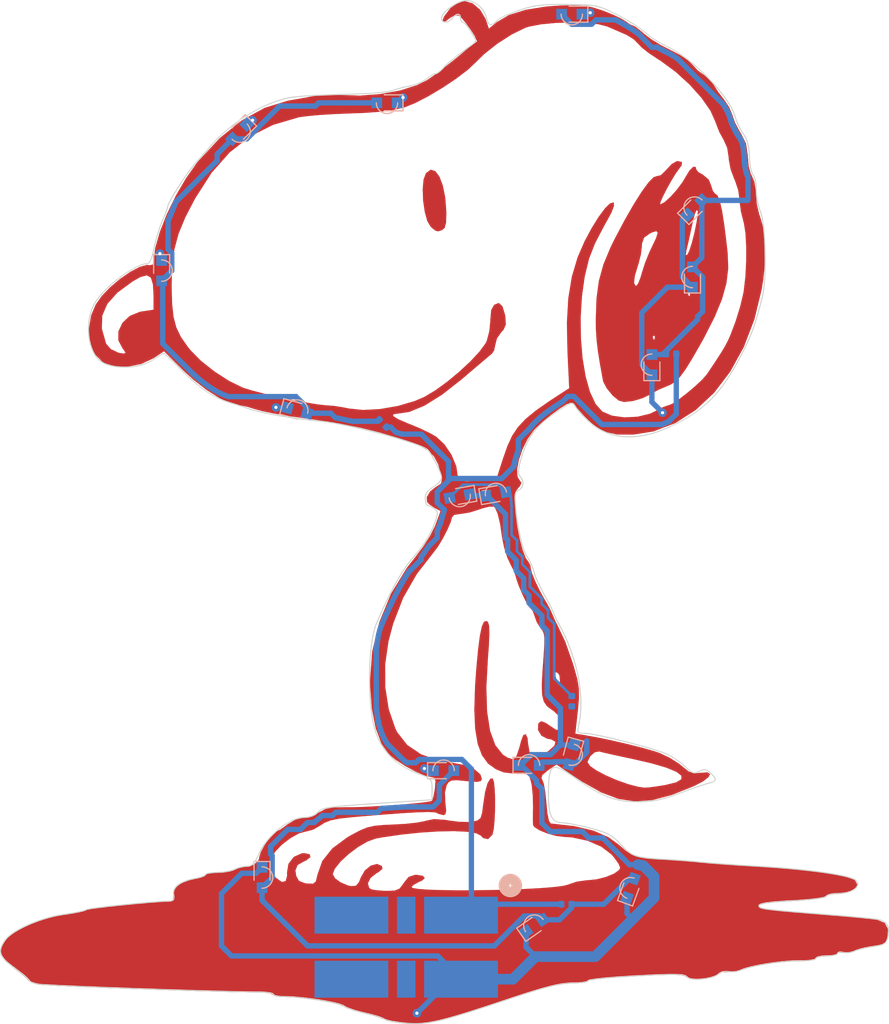
<source format=kicad_pcb>
(kicad_pcb (version 20171130) (host pcbnew 5.1.7-a382d34a8~88~ubuntu20.04.1)

  (general
    (thickness 1.6)
    (drawings 135)
    (tracks 486)
    (zones 0)
    (modules 24)
    (nets 11)
  )

  (page A4)
  (layers
    (0 F.Cu signal)
    (31 B.Cu signal)
    (32 B.Adhes user)
    (33 F.Adhes user)
    (34 B.Paste user)
    (35 F.Paste user)
    (36 B.SilkS user)
    (37 F.SilkS user hide)
    (38 B.Mask user hide)
    (39 F.Mask user hide)
    (40 Dwgs.User user)
    (41 Cmts.User user hide)
    (42 Eco1.User user)
    (43 Eco2.User user)
    (44 Edge.Cuts user)
    (45 Margin user)
    (46 B.CrtYd user hide)
    (47 F.CrtYd user hide)
    (48 B.Fab user hide)
    (49 F.Fab user hide)
  )

  (setup
    (last_trace_width 0.5)
    (user_trace_width 0.5)
    (user_trace_width 1)
    (trace_clearance 0.2)
    (zone_clearance 0.508)
    (zone_45_only no)
    (trace_min 0.2)
    (via_size 0.8)
    (via_drill 0.4)
    (via_min_size 0.4)
    (via_min_drill 0.3)
    (user_via 0.8 0.3)
    (uvia_size 0.3)
    (uvia_drill 0.1)
    (uvias_allowed no)
    (uvia_min_size 0.2)
    (uvia_min_drill 0.1)
    (edge_width 0.05)
    (segment_width 0.2)
    (pcb_text_width 0.3)
    (pcb_text_size 1.5 1.5)
    (mod_edge_width 0.12)
    (mod_text_size 1 1)
    (mod_text_width 0.15)
    (pad_size 1.524 1.524)
    (pad_drill 0.762)
    (pad_to_mask_clearance 0)
    (aux_axis_origin 0 0)
    (visible_elements FFFFFF7F)
    (pcbplotparams
      (layerselection 0x010fc_ffffffff)
      (usegerberextensions false)
      (usegerberattributes true)
      (usegerberadvancedattributes true)
      (creategerberjobfile true)
      (excludeedgelayer true)
      (linewidth 0.100000)
      (plotframeref false)
      (viasonmask false)
      (mode 1)
      (useauxorigin false)
      (hpglpennumber 1)
      (hpglpenspeed 20)
      (hpglpendiameter 15.000000)
      (psnegative false)
      (psa4output false)
      (plotreference true)
      (plotvalue true)
      (plotinvisibletext false)
      (padsonsilk false)
      (subtractmaskfromsilk false)
      (outputformat 1)
      (mirror false)
      (drillshape 0)
      (scaleselection 1)
      (outputdirectory "gerbers/"))
  )

  (net 0 "")
  (net 1 GND)
  (net 2 +3V3)
  (net 3 "Net-(X1-Pad4)")
  (net 4 "Net-(X1-Pad3)")
  (net 5 "Net-(X1-Pad6)")
  (net 6 "Net-(X1-Pad5)")
  (net 7 /A_1)
  (net 8 /A_2)
  (net 9 /A_3)
  (net 10 /A_4)

  (net_class Default "This is the default net class."
    (clearance 0.2)
    (trace_width 0.25)
    (via_dia 0.8)
    (via_drill 0.4)
    (uvia_dia 0.3)
    (uvia_drill 0.1)
    (add_net +3V3)
    (add_net /A_1)
    (add_net /A_2)
    (add_net /A_3)
    (add_net /A_4)
    (add_net GND)
    (add_net "Net-(X1-Pad3)")
    (add_net "Net-(X1-Pad4)")
    (add_net "Net-(X1-Pad5)")
    (add_net "Net-(X1-Pad6)")
  )

  (module tom-passives:R_0402_1005Metric (layer B.Cu) (tedit 5B301BBD) (tstamp 60014116)
    (at 95.8 96.5 135)
    (descr "Resistor SMD 0402 (1005 Metric), square (rectangular) end terminal, IPC_7351 nominal, (Body size source: http://www.tortai-tech.com/upload/download/2011102023233369053.pdf), generated with kicad-footprint-generator")
    (tags resistor)
    (path /6004E866)
    (attr smd)
    (fp_text reference R4 (at 0 1.17 135) (layer B.SilkS) hide
      (effects (font (size 1 1) (thickness 0.15)) (justify mirror))
    )
    (fp_text value 100R (at 0 -1.17 135) (layer B.Fab)
      (effects (font (size 1 1) (thickness 0.15)) (justify mirror))
    )
    (fp_text user %R (at 0 0 135) (layer B.Fab) hide
      (effects (font (size 0.25 0.25) (thickness 0.04)) (justify mirror))
    )
    (fp_line (start -0.5 -0.25) (end -0.5 0.25) (layer B.Fab) (width 0.1))
    (fp_line (start -0.5 0.25) (end 0.5 0.25) (layer B.Fab) (width 0.1))
    (fp_line (start 0.5 0.25) (end 0.5 -0.25) (layer B.Fab) (width 0.1))
    (fp_line (start 0.5 -0.25) (end -0.5 -0.25) (layer B.Fab) (width 0.1))
    (fp_line (start -0.93 -0.47) (end -0.93 0.47) (layer B.CrtYd) (width 0.05))
    (fp_line (start -0.93 0.47) (end 0.93 0.47) (layer B.CrtYd) (width 0.05))
    (fp_line (start 0.93 0.47) (end 0.93 -0.47) (layer B.CrtYd) (width 0.05))
    (fp_line (start 0.93 -0.47) (end -0.93 -0.47) (layer B.CrtYd) (width 0.05))
    (pad 2 smd roundrect (at 0.485 0 135) (size 0.59 0.64) (layers B.Cu B.Paste B.Mask) (roundrect_rratio 0.25)
      (net 10 /A_4))
    (pad 1 smd roundrect (at -0.485 0 135) (size 0.59 0.64) (layers B.Cu B.Paste B.Mask) (roundrect_rratio 0.25)
      (net 2 +3V3))
    (model ${KISYS3DMOD}/Resistor_SMD.3dshapes/R_0402_1005Metric.wrl
      (at (xyz 0 0 0))
      (scale (xyz 1 1 1))
      (rotate (xyz 0 0 0))
    )
  )

  (module tom-opto:ALIEXPRESS_LED_SIDE_0602 (layer B.Cu) (tedit 60011FA4) (tstamp 60014067)
    (at 96.2 66.5 270)
    (path /6004EA8E)
    (fp_text reference D16 (at -1.75 0 180) (layer B.SilkS) hide
      (effects (font (size 1.5 1.5) (thickness 0.375)) (justify mirror))
    )
    (fp_text value LED (at -3.25 0 180) (layer B.Fab)
      (effects (font (size 1 1) (thickness 0.15)) (justify mirror))
    )
    (fp_arc (start 0 0) (end 0 -1) (angle 180) (layer B.SilkS) (width 0.12))
    (fp_arc (start 0 0) (end 0 -1.5) (angle 180) (layer Eco1.User) (width 0.12))
    (fp_line (start -0.75 1.5) (end -0.75 -1.5) (layer Eco1.User) (width 0.12))
    (fp_line (start -0.75 -1.5) (end 0 -1.5) (layer Eco1.User) (width 0.12))
    (fp_line (start 0 1.5) (end -0.75 1.5) (layer Eco1.User) (width 0.12))
    (fp_line (start 0.75 -1.5) (end 0.75 0.25) (layer B.SilkS) (width 0.12))
    (fp_line (start -0.75 -1.5) (end 0.75 -1.5) (layer B.SilkS) (width 0.12))
    (fp_line (start -0.75 -1.5) (end -0.75 0.25) (layer B.SilkS) (width 0.12))
    (fp_line (start 2.75 3.75) (end 0.5 0) (layer Dwgs.User) (width 0.12))
    (fp_line (start 2.75 -3.75) (end 0.5 0) (layer Dwgs.User) (width 0.12))
    (pad 2 smd rect (at 0 0.95 270) (size 1 1) (layers B.Cu B.Paste B.Mask)
      (net 10 /A_4))
    (pad 1 smd rect (at 0 -0.95 270) (size 1 1) (layers B.Cu B.Paste B.Mask)
      (net 1 GND))
  )

  (module tom-opto:ALIEXPRESS_LED_SIDE_0602 (layer B.Cu) (tedit 60011FA4) (tstamp 60014057)
    (at 82.4 69.2 315)
    (path /6004EA98)
    (fp_text reference D15 (at -1.75 0 225) (layer B.SilkS) hide
      (effects (font (size 1.5 1.5) (thickness 0.375)) (justify mirror))
    )
    (fp_text value LED (at -3.25 0 225) (layer B.Fab)
      (effects (font (size 1 1) (thickness 0.15)) (justify mirror))
    )
    (fp_arc (start 0 0) (end 0 -1) (angle 180) (layer B.SilkS) (width 0.12))
    (fp_arc (start 0 0) (end 0 -1.5) (angle 180) (layer Eco1.User) (width 0.12))
    (fp_line (start -0.75 1.5) (end -0.75 -1.5) (layer Eco1.User) (width 0.12))
    (fp_line (start -0.75 -1.5) (end 0 -1.5) (layer Eco1.User) (width 0.12))
    (fp_line (start 0 1.5) (end -0.75 1.5) (layer Eco1.User) (width 0.12))
    (fp_line (start 0.75 -1.5) (end 0.75 0.25) (layer B.SilkS) (width 0.12))
    (fp_line (start -0.75 -1.5) (end 0.75 -1.5) (layer B.SilkS) (width 0.12))
    (fp_line (start -0.75 -1.5) (end -0.75 0.25) (layer B.SilkS) (width 0.12))
    (fp_line (start 2.75 3.75) (end 0.5 0) (layer Dwgs.User) (width 0.12))
    (fp_line (start 2.75 -3.75) (end 0.5 0) (layer Dwgs.User) (width 0.12))
    (pad 2 smd rect (at 0 0.95 315) (size 1 1) (layers B.Cu B.Paste B.Mask)
      (net 10 /A_4))
    (pad 1 smd rect (at 0 -0.95 315) (size 1 1) (layers B.Cu B.Paste B.Mask)
      (net 1 GND))
  )

  (module tom-opto:ALIEXPRESS_LED_SIDE_0602 (layer B.Cu) (tedit 60011FA4) (tstamp 60014047)
    (at 87.8 95.3 75)
    (path /6004EA7A)
    (fp_text reference D14 (at -1.75 0 345) (layer B.SilkS) hide
      (effects (font (size 1.5 1.5) (thickness 0.375)) (justify mirror))
    )
    (fp_text value LED (at -3.25 0 345) (layer B.Fab)
      (effects (font (size 1 1) (thickness 0.15)) (justify mirror))
    )
    (fp_arc (start 0 0) (end 0 -1) (angle 180) (layer B.SilkS) (width 0.12))
    (fp_arc (start 0 0) (end 0 -1.5) (angle 180) (layer Eco1.User) (width 0.12))
    (fp_line (start -0.75 1.5) (end -0.75 -1.5) (layer Eco1.User) (width 0.12))
    (fp_line (start -0.75 -1.5) (end 0 -1.5) (layer Eco1.User) (width 0.12))
    (fp_line (start 0 1.5) (end -0.75 1.5) (layer Eco1.User) (width 0.12))
    (fp_line (start 0.75 -1.5) (end 0.75 0.25) (layer B.SilkS) (width 0.12))
    (fp_line (start -0.75 -1.5) (end 0.75 -1.5) (layer B.SilkS) (width 0.12))
    (fp_line (start -0.75 -1.5) (end -0.75 0.25) (layer B.SilkS) (width 0.12))
    (fp_line (start 2.75 3.75) (end 0.5 0) (layer Dwgs.User) (width 0.12))
    (fp_line (start 2.75 -3.75) (end 0.5 0) (layer Dwgs.User) (width 0.12))
    (pad 2 smd rect (at 0 0.95 75) (size 1 1) (layers B.Cu B.Paste B.Mask)
      (net 10 /A_4))
    (pad 1 smd rect (at 0 -0.95 75) (size 1 1) (layers B.Cu B.Paste B.Mask)
      (net 1 GND))
  )

  (module tom-opto:ALIEXPRESS_LED_SIDE_0602 (layer B.Cu) (tedit 60011FA4) (tstamp 60014037)
    (at 75.1 82.2)
    (path /6004EA84)
    (fp_text reference D13 (at -1.75 0 -90) (layer B.SilkS) hide
      (effects (font (size 1.5 1.5) (thickness 0.375)) (justify mirror))
    )
    (fp_text value LED (at -3.25 0 -90) (layer B.Fab)
      (effects (font (size 1 1) (thickness 0.15)) (justify mirror))
    )
    (fp_arc (start 0 0) (end 0 -1) (angle 180) (layer B.SilkS) (width 0.12))
    (fp_arc (start 0 0) (end 0 -1.5) (angle 180) (layer Eco1.User) (width 0.12))
    (fp_line (start -0.75 1.5) (end -0.75 -1.5) (layer Eco1.User) (width 0.12))
    (fp_line (start -0.75 -1.5) (end 0 -1.5) (layer Eco1.User) (width 0.12))
    (fp_line (start 0 1.5) (end -0.75 1.5) (layer Eco1.User) (width 0.12))
    (fp_line (start 0.75 -1.5) (end 0.75 0.25) (layer B.SilkS) (width 0.12))
    (fp_line (start -0.75 -1.5) (end 0.75 -1.5) (layer B.SilkS) (width 0.12))
    (fp_line (start -0.75 -1.5) (end -0.75 0.25) (layer B.SilkS) (width 0.12))
    (fp_line (start 2.75 3.75) (end 0.5 0) (layer Dwgs.User) (width 0.12))
    (fp_line (start 2.75 -3.75) (end 0.5 0) (layer Dwgs.User) (width 0.12))
    (pad 2 smd rect (at 0 0.95) (size 1 1) (layers B.Cu B.Paste B.Mask)
      (net 10 /A_4))
    (pad 1 smd rect (at 0 -0.95) (size 1 1) (layers B.Cu B.Paste B.Mask)
      (net 1 GND))
  )

  (module tom-passives:R_0402_1005Metric (layer B.Cu) (tedit 5B301BBD) (tstamp 600137DC)
    (at 122.8 90 180)
    (descr "Resistor SMD 0402 (1005 Metric), square (rectangular) end terminal, IPC_7351 nominal, (Body size source: http://www.tortai-tech.com/upload/download/2011102023233369053.pdf), generated with kicad-footprint-generator")
    (tags resistor)
    (path /60041EDE)
    (attr smd)
    (fp_text reference R3 (at 0 1.17) (layer B.SilkS) hide
      (effects (font (size 1 1) (thickness 0.15)) (justify mirror))
    )
    (fp_text value 100R (at 0 -1.17) (layer B.Fab)
      (effects (font (size 1 1) (thickness 0.15)) (justify mirror))
    )
    (fp_text user %R (at 0 0) (layer B.Fab) hide
      (effects (font (size 0.25 0.25) (thickness 0.04)) (justify mirror))
    )
    (fp_line (start -0.5 -0.25) (end -0.5 0.25) (layer B.Fab) (width 0.1))
    (fp_line (start -0.5 0.25) (end 0.5 0.25) (layer B.Fab) (width 0.1))
    (fp_line (start 0.5 0.25) (end 0.5 -0.25) (layer B.Fab) (width 0.1))
    (fp_line (start 0.5 -0.25) (end -0.5 -0.25) (layer B.Fab) (width 0.1))
    (fp_line (start -0.93 -0.47) (end -0.93 0.47) (layer B.CrtYd) (width 0.05))
    (fp_line (start -0.93 0.47) (end 0.93 0.47) (layer B.CrtYd) (width 0.05))
    (fp_line (start 0.93 0.47) (end 0.93 -0.47) (layer B.CrtYd) (width 0.05))
    (fp_line (start 0.93 -0.47) (end -0.93 -0.47) (layer B.CrtYd) (width 0.05))
    (pad 2 smd roundrect (at 0.485 0 180) (size 0.59 0.64) (layers B.Cu B.Paste B.Mask) (roundrect_rratio 0.25)
      (net 9 /A_3))
    (pad 1 smd roundrect (at -0.485 0 180) (size 0.59 0.64) (layers B.Cu B.Paste B.Mask) (roundrect_rratio 0.25)
      (net 2 +3V3))
    (model ${KISYS3DMOD}/Resistor_SMD.3dshapes/R_0402_1005Metric.wrl
      (at (xyz 0 0 0))
      (scale (xyz 1 1 1))
      (rotate (xyz 0 0 0))
    )
  )

  (module tom-opto:ALIEXPRESS_LED_SIDE_0602 (layer B.Cu) (tedit 60011FA4) (tstamp 600138FD)
    (at 121 91 180)
    (path /6004205E)
    (fp_text reference D12 (at -1.75 0 270) (layer B.SilkS) hide
      (effects (font (size 1.5 1.5) (thickness 0.375)) (justify mirror))
    )
    (fp_text value LED (at -3.25 0 270) (layer B.Fab)
      (effects (font (size 1 1) (thickness 0.15)) (justify mirror))
    )
    (fp_arc (start 0 0) (end 0 -1) (angle 180) (layer B.SilkS) (width 0.12))
    (fp_arc (start 0 0) (end 0 -1.5) (angle 180) (layer Eco1.User) (width 0.12))
    (fp_line (start -0.75 1.5) (end -0.75 -1.5) (layer Eco1.User) (width 0.12))
    (fp_line (start -0.75 -1.5) (end 0 -1.5) (layer Eco1.User) (width 0.12))
    (fp_line (start 0 1.5) (end -0.75 1.5) (layer Eco1.User) (width 0.12))
    (fp_line (start 0.75 -1.5) (end 0.75 0.25) (layer B.SilkS) (width 0.12))
    (fp_line (start -0.75 -1.5) (end 0.75 -1.5) (layer B.SilkS) (width 0.12))
    (fp_line (start -0.75 -1.5) (end -0.75 0.25) (layer B.SilkS) (width 0.12))
    (fp_line (start 2.75 3.75) (end 0.5 0) (layer Dwgs.User) (width 0.12))
    (fp_line (start 2.75 -3.75) (end 0.5 0) (layer Dwgs.User) (width 0.12))
    (pad 2 smd rect (at 0 0.95 180) (size 1 1) (layers B.Cu B.Paste B.Mask)
      (net 9 /A_3))
    (pad 1 smd rect (at 0 -0.95 180) (size 1 1) (layers B.Cu B.Paste B.Mask)
      (net 1 GND))
  )

  (module tom-opto:ALIEXPRESS_LED_SIDE_0602 (layer B.Cu) (tedit 60011FA4) (tstamp 60013B4E)
    (at 113.5 58.2 270)
    (path /60042068)
    (fp_text reference D11 (at -1.75 0 180) (layer B.SilkS) hide
      (effects (font (size 1.5 1.5) (thickness 0.375)) (justify mirror))
    )
    (fp_text value LED (at -3.25 0 180) (layer B.Fab)
      (effects (font (size 1 1) (thickness 0.15)) (justify mirror))
    )
    (fp_arc (start 0 0) (end 0 -1) (angle 180) (layer B.SilkS) (width 0.12))
    (fp_arc (start 0 0) (end 0 -1.5) (angle 180) (layer Eco1.User) (width 0.12))
    (fp_line (start -0.75 1.5) (end -0.75 -1.5) (layer Eco1.User) (width 0.12))
    (fp_line (start -0.75 -1.5) (end 0 -1.5) (layer Eco1.User) (width 0.12))
    (fp_line (start 0 1.5) (end -0.75 1.5) (layer Eco1.User) (width 0.12))
    (fp_line (start 0.75 -1.5) (end 0.75 0.25) (layer B.SilkS) (width 0.12))
    (fp_line (start -0.75 -1.5) (end 0.75 -1.5) (layer B.SilkS) (width 0.12))
    (fp_line (start -0.75 -1.5) (end -0.75 0.25) (layer B.SilkS) (width 0.12))
    (fp_line (start 2.75 3.75) (end 0.5 0) (layer Dwgs.User) (width 0.12))
    (fp_line (start 2.75 -3.75) (end 0.5 0) (layer Dwgs.User) (width 0.12))
    (pad 2 smd rect (at 0 0.95 270) (size 1 1) (layers B.Cu B.Paste B.Mask)
      (net 9 /A_3))
    (pad 1 smd rect (at 0 -0.95 270) (size 1 1) (layers B.Cu B.Paste B.Mask)
      (net 1 GND))
  )

  (module tom-opto:ALIEXPRESS_LED_SIDE_0602 (layer B.Cu) (tedit 60011FA4) (tstamp 60013BA9)
    (at 125 76.3 135)
    (path /6004204A)
    (fp_text reference D10 (at -1.75 0 225) (layer B.SilkS) hide
      (effects (font (size 1.5 1.5) (thickness 0.375)) (justify mirror))
    )
    (fp_text value LED (at -3.25 0 225) (layer B.Fab)
      (effects (font (size 1 1) (thickness 0.15)) (justify mirror))
    )
    (fp_arc (start 0 0) (end 0 -1) (angle 180) (layer B.SilkS) (width 0.12))
    (fp_arc (start 0 0) (end 0 -1.5) (angle 180) (layer Eco1.User) (width 0.12))
    (fp_line (start -0.75 1.5) (end -0.75 -1.5) (layer Eco1.User) (width 0.12))
    (fp_line (start -0.75 -1.5) (end 0 -1.5) (layer Eco1.User) (width 0.12))
    (fp_line (start 0 1.5) (end -0.75 1.5) (layer Eco1.User) (width 0.12))
    (fp_line (start 0.75 -1.5) (end 0.75 0.25) (layer B.SilkS) (width 0.12))
    (fp_line (start -0.75 -1.5) (end 0.75 -1.5) (layer B.SilkS) (width 0.12))
    (fp_line (start -0.75 -1.5) (end -0.75 0.25) (layer B.SilkS) (width 0.12))
    (fp_line (start 2.75 3.75) (end 0.5 0) (layer Dwgs.User) (width 0.12))
    (fp_line (start 2.75 -3.75) (end 0.5 0) (layer Dwgs.User) (width 0.12))
    (pad 2 smd rect (at 0 0.95 135) (size 1 1) (layers B.Cu B.Paste B.Mask)
      (net 9 /A_3))
    (pad 1 smd rect (at 0 -0.95 135) (size 1 1) (layers B.Cu B.Paste B.Mask)
      (net 1 GND))
  )

  (module tom-opto:ALIEXPRESS_LED_SIDE_0602 (layer B.Cu) (tedit 60011FA4) (tstamp 60013719)
    (at 124.8 82.8 180)
    (path /60042054)
    (fp_text reference D9 (at -1.75 0 270) (layer B.SilkS) hide
      (effects (font (size 1.5 1.5) (thickness 0.375)) (justify mirror))
    )
    (fp_text value LED (at -3.25 0 270) (layer B.Fab)
      (effects (font (size 1 1) (thickness 0.15)) (justify mirror))
    )
    (fp_arc (start 0 0) (end 0 -1) (angle 180) (layer B.SilkS) (width 0.12))
    (fp_arc (start 0 0) (end 0 -1.5) (angle 180) (layer Eco1.User) (width 0.12))
    (fp_line (start -0.75 1.5) (end -0.75 -1.5) (layer Eco1.User) (width 0.12))
    (fp_line (start -0.75 -1.5) (end 0 -1.5) (layer Eco1.User) (width 0.12))
    (fp_line (start 0 1.5) (end -0.75 1.5) (layer Eco1.User) (width 0.12))
    (fp_line (start 0.75 -1.5) (end 0.75 0.25) (layer B.SilkS) (width 0.12))
    (fp_line (start -0.75 -1.5) (end 0.75 -1.5) (layer B.SilkS) (width 0.12))
    (fp_line (start -0.75 -1.5) (end -0.75 0.25) (layer B.SilkS) (width 0.12))
    (fp_line (start 2.75 3.75) (end 0.5 0) (layer Dwgs.User) (width 0.12))
    (fp_line (start 2.75 -3.75) (end 0.5 0) (layer Dwgs.User) (width 0.12))
    (pad 2 smd rect (at 0 0.95 180) (size 1 1) (layers B.Cu B.Paste B.Mask)
      (net 9 /A_3))
    (pad 1 smd rect (at 0 -0.95 180) (size 1 1) (layers B.Cu B.Paste B.Mask)
      (net 1 GND))
  )

  (module tom-passives:R_0402_1005Metric (layer B.Cu) (tedit 5B301BBD) (tstamp 60013106)
    (at 113.5 122.5 90)
    (descr "Resistor SMD 0402 (1005 Metric), square (rectangular) end terminal, IPC_7351 nominal, (Body size source: http://www.tortai-tech.com/upload/download/2011102023233369053.pdf), generated with kicad-footprint-generator")
    (tags resistor)
    (path /6003AE5A)
    (attr smd)
    (fp_text reference R2 (at 0 1.17 270) (layer B.SilkS) hide
      (effects (font (size 1 1) (thickness 0.15)) (justify mirror))
    )
    (fp_text value 100R (at 0 -1.17 270) (layer B.Fab)
      (effects (font (size 1 1) (thickness 0.15)) (justify mirror))
    )
    (fp_text user %R (at 0 0 270) (layer B.Fab) hide
      (effects (font (size 0.25 0.25) (thickness 0.04)) (justify mirror))
    )
    (fp_line (start -0.5 -0.25) (end -0.5 0.25) (layer B.Fab) (width 0.1))
    (fp_line (start -0.5 0.25) (end 0.5 0.25) (layer B.Fab) (width 0.1))
    (fp_line (start 0.5 0.25) (end 0.5 -0.25) (layer B.Fab) (width 0.1))
    (fp_line (start 0.5 -0.25) (end -0.5 -0.25) (layer B.Fab) (width 0.1))
    (fp_line (start -0.93 -0.47) (end -0.93 0.47) (layer B.CrtYd) (width 0.05))
    (fp_line (start -0.93 0.47) (end 0.93 0.47) (layer B.CrtYd) (width 0.05))
    (fp_line (start 0.93 0.47) (end 0.93 -0.47) (layer B.CrtYd) (width 0.05))
    (fp_line (start 0.93 -0.47) (end -0.93 -0.47) (layer B.CrtYd) (width 0.05))
    (pad 2 smd roundrect (at 0.485 0 90) (size 0.59 0.64) (layers B.Cu B.Paste B.Mask) (roundrect_rratio 0.25)
      (net 8 /A_2))
    (pad 1 smd roundrect (at -0.485 0 90) (size 0.59 0.64) (layers B.Cu B.Paste B.Mask) (roundrect_rratio 0.25)
      (net 2 +3V3))
    (model ${KISYS3DMOD}/Resistor_SMD.3dshapes/R_0402_1005Metric.wrl
      (at (xyz 0 0 0))
      (scale (xyz 1 1 1))
      (rotate (xyz 0 0 0))
    )
  )

  (module tom-opto:ALIEXPRESS_LED_SIDE_0602 (layer B.Cu) (tedit 60011FA4) (tstamp 6001308F)
    (at 113.5 127.5 345)
    (path /6003AF2A)
    (fp_text reference D8 (at -1.75 0 75) (layer B.SilkS) hide
      (effects (font (size 1.5 1.5) (thickness 0.375)) (justify mirror))
    )
    (fp_text value LED (at -3.25 0 75) (layer B.Fab)
      (effects (font (size 1 1) (thickness 0.15)) (justify mirror))
    )
    (fp_arc (start 0 0) (end 0 -1) (angle 180) (layer B.SilkS) (width 0.12))
    (fp_arc (start 0 0) (end 0 -1.5) (angle 180) (layer Eco1.User) (width 0.12))
    (fp_line (start -0.75 1.5) (end -0.75 -1.5) (layer Eco1.User) (width 0.12))
    (fp_line (start -0.75 -1.5) (end 0 -1.5) (layer Eco1.User) (width 0.12))
    (fp_line (start 0 1.5) (end -0.75 1.5) (layer Eco1.User) (width 0.12))
    (fp_line (start 0.75 -1.5) (end 0.75 0.25) (layer B.SilkS) (width 0.12))
    (fp_line (start -0.75 -1.5) (end 0.75 -1.5) (layer B.SilkS) (width 0.12))
    (fp_line (start -0.75 -1.5) (end -0.75 0.25) (layer B.SilkS) (width 0.12))
    (fp_line (start 2.75 3.75) (end 0.5 0) (layer Dwgs.User) (width 0.12))
    (fp_line (start 2.75 -3.75) (end 0.5 0) (layer Dwgs.User) (width 0.12))
    (pad 2 smd rect (at 0 0.95 345) (size 1 1) (layers B.Cu B.Paste B.Mask)
      (net 8 /A_2))
    (pad 1 smd rect (at 0 -0.95 345) (size 1 1) (layers B.Cu B.Paste B.Mask)
      (net 1 GND))
  )

  (module tom-opto:ALIEXPRESS_LED_SIDE_0602 (layer B.Cu) (tedit 60011FA4) (tstamp 6001307F)
    (at 109.5 128.5 90)
    (path /6003AF34)
    (fp_text reference D7 (at -1.75 0) (layer B.SilkS) hide
      (effects (font (size 1.5 1.5) (thickness 0.375)) (justify mirror))
    )
    (fp_text value LED (at -3.25 0) (layer B.Fab)
      (effects (font (size 1 1) (thickness 0.15)) (justify mirror))
    )
    (fp_arc (start 0 0) (end 0 -1) (angle 180) (layer B.SilkS) (width 0.12))
    (fp_arc (start 0 0) (end 0 -1.5) (angle 180) (layer Eco1.User) (width 0.12))
    (fp_line (start -0.75 1.5) (end -0.75 -1.5) (layer Eco1.User) (width 0.12))
    (fp_line (start -0.75 -1.5) (end 0 -1.5) (layer Eco1.User) (width 0.12))
    (fp_line (start 0 1.5) (end -0.75 1.5) (layer Eco1.User) (width 0.12))
    (fp_line (start 0.75 -1.5) (end 0.75 0.25) (layer B.SilkS) (width 0.12))
    (fp_line (start -0.75 -1.5) (end 0.75 -1.5) (layer B.SilkS) (width 0.12))
    (fp_line (start -0.75 -1.5) (end -0.75 0.25) (layer B.SilkS) (width 0.12))
    (fp_line (start 2.75 3.75) (end 0.5 0) (layer Dwgs.User) (width 0.12))
    (fp_line (start 2.75 -3.75) (end 0.5 0) (layer Dwgs.User) (width 0.12))
    (pad 2 smd rect (at 0 0.95 90) (size 1 1) (layers B.Cu B.Paste B.Mask)
      (net 8 /A_2))
    (pad 1 smd rect (at 0 -0.95 90) (size 1 1) (layers B.Cu B.Paste B.Mask)
      (net 1 GND))
  )

  (module tom-opto:ALIEXPRESS_LED_SIDE_0602 (layer B.Cu) (tedit 60011FA4) (tstamp 6001306F)
    (at 106.4 103.1 100)
    (path /6003AF16)
    (fp_text reference D6 (at -1.75 0 10) (layer B.SilkS) hide
      (effects (font (size 1.5 1.5) (thickness 0.375)) (justify mirror))
    )
    (fp_text value LED (at -3.25 0 10) (layer B.Fab)
      (effects (font (size 1 1) (thickness 0.15)) (justify mirror))
    )
    (fp_arc (start 0 0) (end 0 -1) (angle 180) (layer B.SilkS) (width 0.12))
    (fp_arc (start 0 0) (end 0 -1.5) (angle 180) (layer Eco1.User) (width 0.12))
    (fp_line (start -0.75 1.5) (end -0.75 -1.5) (layer Eco1.User) (width 0.12))
    (fp_line (start -0.75 -1.5) (end 0 -1.5) (layer Eco1.User) (width 0.12))
    (fp_line (start 0 1.5) (end -0.75 1.5) (layer Eco1.User) (width 0.12))
    (fp_line (start 0.75 -1.5) (end 0.75 0.25) (layer B.SilkS) (width 0.12))
    (fp_line (start -0.75 -1.5) (end 0.75 -1.5) (layer B.SilkS) (width 0.12))
    (fp_line (start -0.75 -1.5) (end -0.75 0.25) (layer B.SilkS) (width 0.12))
    (fp_line (start 2.75 3.75) (end 0.5 0) (layer Dwgs.User) (width 0.12))
    (fp_line (start 2.75 -3.75) (end 0.5 0) (layer Dwgs.User) (width 0.12))
    (pad 2 smd rect (at 0 0.95 100) (size 1 1) (layers B.Cu B.Paste B.Mask)
      (net 8 /A_2))
    (pad 1 smd rect (at 0 -0.95 100) (size 1 1) (layers B.Cu B.Paste B.Mask)
      (net 1 GND))
  )

  (module tom-opto:ALIEXPRESS_LED_SIDE_0602 (layer B.Cu) (tedit 60011FA4) (tstamp 6001305F)
    (at 103 103.3 280)
    (path /6003AF20)
    (fp_text reference D5 (at -1.75 0 10) (layer B.SilkS) hide
      (effects (font (size 1.5 1.5) (thickness 0.375)) (justify mirror))
    )
    (fp_text value LED (at -3.25 0 10) (layer B.Fab)
      (effects (font (size 1 1) (thickness 0.15)) (justify mirror))
    )
    (fp_arc (start 0 0) (end 0 -1) (angle 180) (layer B.SilkS) (width 0.12))
    (fp_arc (start 0 0) (end 0 -1.5) (angle 180) (layer Eco1.User) (width 0.12))
    (fp_line (start -0.75 1.5) (end -0.75 -1.5) (layer Eco1.User) (width 0.12))
    (fp_line (start -0.75 -1.5) (end 0 -1.5) (layer Eco1.User) (width 0.12))
    (fp_line (start 0 1.5) (end -0.75 1.5) (layer Eco1.User) (width 0.12))
    (fp_line (start 0.75 -1.5) (end 0.75 0.25) (layer B.SilkS) (width 0.12))
    (fp_line (start -0.75 -1.5) (end 0.75 -1.5) (layer B.SilkS) (width 0.12))
    (fp_line (start -0.75 -1.5) (end -0.75 0.25) (layer B.SilkS) (width 0.12))
    (fp_line (start 2.75 3.75) (end 0.5 0) (layer Dwgs.User) (width 0.12))
    (fp_line (start 2.75 -3.75) (end 0.5 0) (layer Dwgs.User) (width 0.12))
    (pad 2 smd rect (at 0 0.95 280) (size 1 1) (layers B.Cu B.Paste B.Mask)
      (net 8 /A_2))
    (pad 1 smd rect (at 0 -0.95 280) (size 1 1) (layers B.Cu B.Paste B.Mask)
      (net 1 GND))
  )

  (module tom-passives:R_0402_1005Metric (layer B.Cu) (tedit 5B301BBD) (tstamp 600129BD)
    (at 113 141.5)
    (descr "Resistor SMD 0402 (1005 Metric), square (rectangular) end terminal, IPC_7351 nominal, (Body size source: http://www.tortai-tech.com/upload/download/2011102023233369053.pdf), generated with kicad-footprint-generator")
    (tags resistor)
    (path /60031C94)
    (attr smd)
    (fp_text reference R1 (at 0 1.17) (layer B.SilkS) hide
      (effects (font (size 1 1) (thickness 0.15)) (justify mirror))
    )
    (fp_text value 100R (at 0 -1.17) (layer B.Fab)
      (effects (font (size 1 1) (thickness 0.15)) (justify mirror))
    )
    (fp_text user %R (at 0 0) (layer B.Fab) hide
      (effects (font (size 0.25 0.25) (thickness 0.04)) (justify mirror))
    )
    (fp_line (start -0.5 -0.25) (end -0.5 0.25) (layer B.Fab) (width 0.1))
    (fp_line (start -0.5 0.25) (end 0.5 0.25) (layer B.Fab) (width 0.1))
    (fp_line (start 0.5 0.25) (end 0.5 -0.25) (layer B.Fab) (width 0.1))
    (fp_line (start 0.5 -0.25) (end -0.5 -0.25) (layer B.Fab) (width 0.1))
    (fp_line (start -0.93 -0.47) (end -0.93 0.47) (layer B.CrtYd) (width 0.05))
    (fp_line (start -0.93 0.47) (end 0.93 0.47) (layer B.CrtYd) (width 0.05))
    (fp_line (start 0.93 0.47) (end 0.93 -0.47) (layer B.CrtYd) (width 0.05))
    (fp_line (start 0.93 -0.47) (end -0.93 -0.47) (layer B.CrtYd) (width 0.05))
    (pad 2 smd roundrect (at 0.485 0) (size 0.59 0.64) (layers B.Cu B.Paste B.Mask) (roundrect_rratio 0.25)
      (net 7 /A_1))
    (pad 1 smd roundrect (at -0.485 0) (size 0.59 0.64) (layers B.Cu B.Paste B.Mask) (roundrect_rratio 0.25)
      (net 2 +3V3))
    (model ${KISYS3DMOD}/Resistor_SMD.3dshapes/R_0402_1005Metric.wrl
      (at (xyz 0 0 0))
      (scale (xyz 1 1 1))
      (rotate (xyz 0 0 0))
    )
  )

  (module tom-opto:ALIEXPRESS_LED_SIDE_0602 (layer B.Cu) (tedit 60011FA4) (tstamp 60012962)
    (at 101.5 129 90)
    (path /60033CA1)
    (fp_text reference D4 (at -1.75 0 180) (layer B.SilkS) hide
      (effects (font (size 1.5 1.5) (thickness 0.375)) (justify mirror))
    )
    (fp_text value LED (at -3.25 0 180) (layer B.Fab)
      (effects (font (size 1 1) (thickness 0.15)) (justify mirror))
    )
    (fp_arc (start 0 0) (end 0 -1) (angle 180) (layer B.SilkS) (width 0.12))
    (fp_arc (start 0 0) (end 0 -1.5) (angle 180) (layer Eco1.User) (width 0.12))
    (fp_line (start -0.75 1.5) (end -0.75 -1.5) (layer Eco1.User) (width 0.12))
    (fp_line (start -0.75 -1.5) (end 0 -1.5) (layer Eco1.User) (width 0.12))
    (fp_line (start 0 1.5) (end -0.75 1.5) (layer Eco1.User) (width 0.12))
    (fp_line (start 0.75 -1.5) (end 0.75 0.25) (layer B.SilkS) (width 0.12))
    (fp_line (start -0.75 -1.5) (end 0.75 -1.5) (layer B.SilkS) (width 0.12))
    (fp_line (start -0.75 -1.5) (end -0.75 0.25) (layer B.SilkS) (width 0.12))
    (fp_line (start 2.75 3.75) (end 0.5 0) (layer Dwgs.User) (width 0.12))
    (fp_line (start 2.75 -3.75) (end 0.5 0) (layer Dwgs.User) (width 0.12))
    (pad 2 smd rect (at 0 0.95 90) (size 1 1) (layers B.Cu B.Paste B.Mask)
      (net 7 /A_1))
    (pad 1 smd rect (at 0 -0.95 90) (size 1 1) (layers B.Cu B.Paste B.Mask)
      (net 1 GND))
  )

  (module tom-opto:ALIEXPRESS_LED_SIDE_0602 (layer B.Cu) (tedit 60011FA4) (tstamp 60012BAC)
    (at 119 140 160)
    (path /60033D17)
    (fp_text reference D3 (at -1.75 0 250) (layer B.SilkS) hide
      (effects (font (size 1.5 1.5) (thickness 0.375)) (justify mirror))
    )
    (fp_text value LED (at -3.25 0 250) (layer B.Fab)
      (effects (font (size 1 1) (thickness 0.15)) (justify mirror))
    )
    (fp_arc (start 0 0) (end 0 -1) (angle 180) (layer B.SilkS) (width 0.12))
    (fp_arc (start 0 0) (end 0 -1.5) (angle 180) (layer Eco1.User) (width 0.12))
    (fp_line (start -0.75 1.5) (end -0.75 -1.5) (layer Eco1.User) (width 0.12))
    (fp_line (start -0.75 -1.5) (end 0 -1.5) (layer Eco1.User) (width 0.12))
    (fp_line (start 0 1.5) (end -0.75 1.5) (layer Eco1.User) (width 0.12))
    (fp_line (start 0.75 -1.5) (end 0.75 0.25) (layer B.SilkS) (width 0.12))
    (fp_line (start -0.75 -1.5) (end 0.75 -1.5) (layer B.SilkS) (width 0.12))
    (fp_line (start -0.75 -1.5) (end -0.75 0.25) (layer B.SilkS) (width 0.12))
    (fp_line (start 2.75 3.75) (end 0.5 0) (layer Dwgs.User) (width 0.12))
    (fp_line (start 2.75 -3.75) (end 0.5 0) (layer Dwgs.User) (width 0.12))
    (pad 2 smd rect (at 0 0.95 160) (size 1 1) (layers B.Cu B.Paste B.Mask)
      (net 7 /A_1))
    (pad 1 smd rect (at 0 -0.95 160) (size 1 1) (layers B.Cu B.Paste B.Mask)
      (net 1 GND))
  )

  (module tom-opto:ALIEXPRESS_LED_SIDE_0602 (layer B.Cu) (tedit 60011FA4) (tstamp 60012E41)
    (at 84.5 139)
    (path /60032612)
    (fp_text reference D2 (at -1.75 0 -90) (layer B.SilkS) hide
      (effects (font (size 1.5 1.5) (thickness 0.375)) (justify mirror))
    )
    (fp_text value LED (at -3.25 0 -90) (layer B.Fab)
      (effects (font (size 1 1) (thickness 0.15)) (justify mirror))
    )
    (fp_arc (start 0 0) (end 0 -1) (angle 180) (layer B.SilkS) (width 0.12))
    (fp_arc (start 0 0) (end 0 -1.5) (angle 180) (layer Eco1.User) (width 0.12))
    (fp_line (start -0.75 1.5) (end -0.75 -1.5) (layer Eco1.User) (width 0.12))
    (fp_line (start -0.75 -1.5) (end 0 -1.5) (layer Eco1.User) (width 0.12))
    (fp_line (start 0 1.5) (end -0.75 1.5) (layer Eco1.User) (width 0.12))
    (fp_line (start 0.75 -1.5) (end 0.75 0.25) (layer B.SilkS) (width 0.12))
    (fp_line (start -0.75 -1.5) (end 0.75 -1.5) (layer B.SilkS) (width 0.12))
    (fp_line (start -0.75 -1.5) (end -0.75 0.25) (layer B.SilkS) (width 0.12))
    (fp_line (start 2.75 3.75) (end 0.5 0) (layer Dwgs.User) (width 0.12))
    (fp_line (start 2.75 -3.75) (end 0.5 0) (layer Dwgs.User) (width 0.12))
    (pad 2 smd rect (at 0 0.95) (size 1 1) (layers B.Cu B.Paste B.Mask)
      (net 7 /A_1))
    (pad 1 smd rect (at 0 -0.95) (size 1 1) (layers B.Cu B.Paste B.Mask)
      (net 1 GND))
  )

  (module tom-opto:ALIEXPRESS_LED_SIDE_0602 (layer B.Cu) (tedit 60011FA4) (tstamp 60012932)
    (at 110 143.5 125)
    (path /60033289)
    (fp_text reference D1 (at -1.75 0 215) (layer B.SilkS) hide
      (effects (font (size 1.5 1.5) (thickness 0.375)) (justify mirror))
    )
    (fp_text value LED (at -3.25 0 215) (layer B.Fab)
      (effects (font (size 1 1) (thickness 0.15)) (justify mirror))
    )
    (fp_arc (start 0 0) (end 0 -1) (angle 180) (layer B.SilkS) (width 0.12))
    (fp_arc (start 0 0) (end 0 -1.5) (angle 180) (layer Eco1.User) (width 0.12))
    (fp_line (start -0.75 1.5) (end -0.75 -1.5) (layer Eco1.User) (width 0.12))
    (fp_line (start -0.75 -1.5) (end 0 -1.5) (layer Eco1.User) (width 0.12))
    (fp_line (start 0 1.5) (end -0.75 1.5) (layer Eco1.User) (width 0.12))
    (fp_line (start 0.75 -1.5) (end 0.75 0.25) (layer B.SilkS) (width 0.12))
    (fp_line (start -0.75 -1.5) (end 0.75 -1.5) (layer B.SilkS) (width 0.12))
    (fp_line (start -0.75 -1.5) (end -0.75 0.25) (layer B.SilkS) (width 0.12))
    (fp_line (start 2.75 3.75) (end 0.5 0) (layer Dwgs.User) (width 0.12))
    (fp_line (start 2.75 -3.75) (end 0.5 0) (layer Dwgs.User) (width 0.12))
    (pad 2 smd rect (at 0 0.95 125) (size 1 1) (layers B.Cu B.Paste B.Mask)
      (net 7 /A_1))
    (pad 1 smd rect (at 0 -0.95 125) (size 1 1) (layers B.Cu B.Paste B.Mask)
      (net 1 GND))
  )

  (module snoopy-sao:snoopy-sao-back-mask-invert (layer F.Cu) (tedit 0) (tstamp 600121A8)
    (at 100 107)
    (path /600304DE)
    (fp_text reference H3 (at 0 0) (layer F.SilkS) hide
      (effects (font (size 1.524 1.524) (thickness 0.3)))
    )
    (fp_text value back-mask (at 0.75 0) (layer F.SilkS) hide
      (effects (font (size 1.524 1.524) (thickness 0.3)))
    )
    (fp_poly (pts (xy 18.861448 29.767364) (xy 19.2789 29.958567) (xy 19.727057 30.08059) (xy 20.536997 30.199582)
      (xy 21.562775 30.29593) (xy 21.992702 30.323291) (xy 23.229314 30.400897) (xy 24.46868 30.494825)
      (xy 25.481399 30.587356) (xy 25.654 30.606106) (xy 26.410298 30.677459) (xy 27.541802 30.765992)
      (xy 28.916417 30.862174) (xy 30.402051 30.956473) (xy 30.988 30.990968) (xy 33.078283 31.134942)
      (xy 35.015355 31.31414) (xy 36.732747 31.519157) (xy 38.163989 31.740588) (xy 39.242614 31.969031)
      (xy 39.902151 32.195081) (xy 40.01765 32.268499) (xy 40.234359 32.664318) (xy 40.032185 33.05089)
      (xy 39.496681 33.358914) (xy 38.713403 33.519085) (xy 38.462799 33.528) (xy 37.778804 33.584015)
      (xy 37.350288 33.724654) (xy 37.292502 33.791491) (xy 37.014927 33.909963) (xy 36.317538 34.027792)
      (xy 35.288407 34.13341) (xy 34.096336 34.211268) (xy 32.634091 34.30465) (xy 31.649901 34.415665)
      (xy 31.113991 34.548731) (xy 30.988 34.672506) (xy 31.009896 34.770397) (xy 31.112569 34.853734)
      (xy 31.351492 34.929547) (xy 31.782141 35.004864) (xy 32.45999 35.086715) (xy 33.440515 35.182131)
      (xy 34.779189 35.298141) (xy 36.531488 35.441775) (xy 37.973 35.55764) (xy 39.293736 35.668506)
      (xy 40.499768 35.778954) (xy 41.463831 35.876724) (xy 42.05866 35.949556) (xy 42.086184 35.95389)
      (xy 42.801045 36.250529) (xy 43.110682 36.84813) (xy 43.038707 37.685517) (xy 42.853484 38.10141)
      (xy 42.466432 38.337067) (xy 41.72694 38.482268) (xy 41.694946 38.486535) (xy 40.849932 38.640258)
      (xy 40.136882 38.839936) (xy 39.958189 38.913405) (xy 39.301387 39.074884) (xy 38.878689 39.046768)
      (xy 38.464873 39.027647) (xy 38.354 39.139779) (xy 38.128605 39.28396) (xy 37.56556 39.364139)
      (xy 37.338 39.37) (xy 36.701733 39.423158) (xy 36.347881 39.555952) (xy 36.322 39.609644)
      (xy 36.091716 39.734181) (xy 35.494464 39.812651) (xy 34.837428 39.828239) (xy 33.740784 39.869508)
      (xy 32.472644 40.002769) (xy 31.200838 40.201583) (xy 30.093191 40.439511) (xy 29.317532 40.690115)
      (xy 29.291824 40.701873) (xy 28.589247 40.863522) (xy 28.135377 40.844904) (xy 27.555535 40.870072)
      (xy 27.247735 41.033998) (xy 26.769599 41.305921) (xy 26.040096 41.489417) (xy 25.249485 41.564312)
      (xy 24.588021 41.510433) (xy 24.270459 41.349687) (xy 24.096733 41.224161) (xy 23.75545 41.144142)
      (xy 23.177663 41.108024) (xy 22.294426 41.114202) (xy 21.036792 41.161072) (xy 19.4945 41.238502)
      (xy 18.045352 41.327517) (xy 16.789594 41.426554) (xy 15.807827 41.527453) (xy 15.180657 41.622055)
      (xy 14.986 41.694882) (xy 14.755754 41.810382) (xy 14.159484 41.888276) (xy 13.5255 41.90953)
      (xy 12.749351 41.9625) (xy 11.799317 42.135492) (xy 10.592185 42.448938) (xy 9.044741 42.923268)
      (xy 8.001 43.265951) (xy 5.773397 44.005106) (xy 3.958038 44.591511) (xy 2.487218 45.038895)
      (xy 1.293235 45.360988) (xy 0.308386 45.571522) (xy -0.535034 45.684226) (xy -1.304725 45.71283)
      (xy -2.068393 45.671065) (xy -2.893739 45.572661) (xy -3.175 45.532467) (xy -3.804422 45.393327)
      (xy -4.191 45.232155) (xy -4.560813 45.079576) (xy -5.262228 44.875708) (xy -5.969 44.70469)
      (xy -6.846997 44.474001) (xy -7.55543 44.224318) (xy -7.874 44.054998) (xy -8.300649 43.880714)
      (xy -9.102038 43.69049) (xy -10.146217 43.50484) (xy -11.301237 43.344275) (xy -12.435147 43.229311)
      (xy -13.415996 43.180459) (xy -13.502388 43.18) (xy -14.123656 43.131368) (xy -14.458953 43.010451)
      (xy -14.478 42.96898) (xy -14.707146 42.850612) (xy -15.295721 42.77285) (xy -15.8115 42.755306)
      (xy -16.802863 42.744748) (xy -18.140639 42.717855) (xy -19.757028 42.677053) (xy -21.584228 42.624764)
      (xy -23.554441 42.563413) (xy -25.599864 42.495424) (xy -27.652698 42.423219) (xy -29.645142 42.349224)
      (xy -31.509395 42.275862) (xy -33.177657 42.205556) (xy -34.582128 42.140731) (xy -35.655006 42.08381)
      (xy -36.328492 42.037217) (xy -36.5125 42.015262) (xy -37.072206 41.853428) (xy -37.335147 41.684047)
      (xy -37.338 41.668662) (xy -37.528357 41.440651) (xy -38.026919 41.01537) (xy -38.711097 40.495737)
      (xy -39.553571 39.807492) (xy -39.966169 39.224775) (xy -39.983235 38.646804) (xy -39.639111 37.972793)
      (xy -39.593387 37.906531) (xy -38.95792 37.308896) (xy -37.9475 36.709805) (xy -36.691791 36.16632)
      (xy -35.320459 35.7355) (xy -34.109423 35.493282) (xy -33.161379 35.344332) (xy -32.425273 35.194199)
      (xy -32.032179 35.070563) (xy -32.004 35.048692) (xy -31.729921 34.977976) (xy -31.054589 34.877236)
      (xy -30.083102 34.757357) (xy -28.920558 34.629224) (xy -27.672054 34.503721) (xy -26.442688 34.391733)
      (xy -25.337557 34.304144) (xy -24.461759 34.251839) (xy -24.234346 34.244014) (xy -23.845584 34.124519)
      (xy -23.804793 33.705883) (xy -23.815166 33.648032) (xy -23.694033 33.045814) (xy -23.111016 32.549438)
      (xy -22.106588 32.189272) (xy -21.7805 32.121522) (xy -21.169585 31.950058) (xy -20.844344 31.742179)
      (xy -20.828 31.692107) (xy -20.626677 31.540596) (xy -20.326098 31.568001) (xy -19.753467 31.593081)
      (xy -18.995479 31.484767) (xy -18.865598 31.453738) (xy -17.657605 31.146846) (xy -16.850809 30.971788)
      (xy -16.352641 30.940985) (xy -16.070532 31.066857) (xy -15.911915 31.361822) (xy -15.78422 31.838302)
      (xy -15.776719 31.868176) (xy -15.543304 32.623858) (xy -15.228458 33.15697) (xy -14.744294 33.511491)
      (xy -14.002921 33.731398) (xy -12.916452 33.860672) (xy -11.651624 33.932335) (xy -10.336085 34.018259)
      (xy -9.065443 34.149225) (xy -8.009927 34.305262) (xy -7.478729 34.421919) (xy -6.923597 34.557944)
      (xy -6.291493 34.666003) (xy -5.529357 34.747471) (xy -4.584126 34.803725) (xy -3.40274 34.836142)
      (xy -1.932135 34.846099) (xy -0.119252 34.834971) (xy 2.088973 34.804137) (xy 4.7456 34.754972)
      (xy 5.090953 34.748029) (xy 7.218151 34.702816) (xy 8.900337 34.659653) (xy 10.200448 34.613326)
      (xy 11.181422 34.558624) (xy 11.906195 34.490334) (xy 12.437703 34.403243) (xy 12.838884 34.29214)
      (xy 13.172673 34.151811) (xy 13.342192 34.064656) (xy 14.232896 33.715054) (xy 15.174544 33.526697)
      (xy 15.363238 33.516938) (xy 16.653268 33.427865) (xy 17.777196 33.210178) (xy 18.612702 32.894814)
      (xy 18.985618 32.600746) (xy 19.18017 31.997956) (xy 19.162566 31.18476) (xy 18.95558 30.40116)
      (xy 18.742169 30.0355) (xy 18.608545 29.7614) (xy 18.861448 29.767364)) (layer B.Mask) (width 0.01))
    (fp_poly (pts (xy 6.05781 -2.660906) (xy 6.407876 -2.296092) (xy 6.645684 -1.52771) (xy 6.793168 -0.638326)
      (xy 7.003297 0.479656) (xy 7.295105 1.566252) (xy 7.593305 2.357856) (xy 7.909556 3.06997)
      (xy 8.101416 3.615443) (xy 8.128 3.764114) (xy 8.240751 4.163486) (xy 8.522392 4.794034)
      (xy 8.636 5.013659) (xy 8.954896 5.682083) (xy 9.131511 6.194924) (xy 9.144 6.29071)
      (xy 9.348417 6.660646) (xy 9.525 6.766146) (xy 9.862837 7.102114) (xy 9.906 7.295091)
      (xy 10.024524 7.742145) (xy 10.321796 8.405694) (xy 10.458612 8.661074) (xy 10.756658 9.251052)
      (xy 10.883184 9.762782) (xy 10.858302 10.39342) (xy 10.721246 11.235657) (xy 10.585111 12.397062)
      (xy 10.550838 13.646848) (xy 10.588414 14.318947) (xy 10.707269 15.186171) (xy 10.890243 15.714015)
      (xy 11.222325 16.070671) (xy 11.59578 16.312536) (xy 12.201925 16.780076) (xy 12.432027 17.315111)
      (xy 12.446 17.551089) (xy 12.392071 18.112733) (xy 12.184211 18.243131) (xy 11.753308 17.957014)
      (xy 11.522794 17.747865) (xy 10.955366 17.40259) (xy 10.460202 17.400475) (xy 10.180568 17.725627)
      (xy 10.16 17.899028) (xy 10.373907 18.449519) (xy 10.889747 18.963972) (xy 11.518694 19.275124)
      (xy 11.7475 19.305261) (xy 12.08477 19.330356) (xy 12.08655 19.464088) (xy 11.725443 19.797414)
      (xy 11.557 19.937718) (xy 10.828726 20.376306) (xy 10.16 20.507957) (xy 9.713262 20.374638)
      (xy 9.504358 19.986841) (xy 9.44339 19.558) (xy 9.308709 18.776657) (xy 9.109481 18.46692)
      (xy 8.873963 18.6413) (xy 8.657763 19.210047) (xy 8.481821 19.917422) (xy 8.388078 20.437798)
      (xy 8.383416 20.5105) (xy 8.188269 20.768983) (xy 7.728121 20.788883) (xy 7.18585 20.571338)
      (xy 7.087533 20.502421) (xy 6.43144 19.71604) (xy 5.958857 18.492927) (xy 5.668404 16.823971)
      (xy 5.558704 14.700059) (xy 5.628378 12.11208) (xy 5.684996 11.230662) (xy 5.77665 9.767729)
      (xy 5.802477 8.758822) (xy 5.756339 8.153488) (xy 5.632097 7.901272) (xy 5.423615 7.951719)
      (xy 5.299396 8.061003) (xy 5.066964 8.458432) (xy 4.875221 9.170449) (xy 4.718501 10.240648)
      (xy 4.591136 11.712623) (xy 4.487459 13.629969) (xy 4.448647 14.605) (xy 4.39792 16.191318)
      (xy 4.382843 17.370571) (xy 4.409444 18.242829) (xy 4.483749 18.908163) (xy 4.611787 19.466642)
      (xy 4.769923 19.939) (xy 5.420692 21.161414) (xy 6.316709 21.942546) (xy 7.479856 22.297371)
      (xy 8.243352 22.316133) (xy 9.507258 22.24905) (xy 9.724174 23.253025) (xy 9.820448 24.097445)
      (xy 9.825779 25.139658) (xy 9.785172 25.706536) (xy 9.629255 27.156072) (xy 10.646508 27.675036)
      (xy 11.501526 28.006362) (xy 12.361081 28.184315) (xy 12.550488 28.194) (xy 14.09518 28.347427)
      (xy 15.525282 28.77278) (xy 16.696193 29.417666) (xy 17.2085 29.881718) (xy 17.690517 30.481211)
      (xy 17.987898 30.952031) (xy 18.034 31.095314) (xy 17.795655 31.423117) (xy 17.14154 31.746666)
      (xy 16.163032 32.032304) (xy 14.951508 32.246374) (xy 14.886688 32.254566) (xy 13.961869 32.398408)
      (xy 13.18837 32.570001) (xy 12.801653 32.702924) (xy 12.422028 32.779624) (xy 11.636512 32.852782)
      (xy 10.523038 32.920816) (xy 9.159541 32.982146) (xy 7.623954 33.035192) (xy 5.994211 33.078373)
      (xy 4.348248 33.110109) (xy 2.763997 33.128818) (xy 1.319394 33.13292) (xy 0.092372 33.120835)
      (xy -0.839135 33.090982) (xy -1.397192 33.04178) (xy -1.524 32.993464) (xy -1.318477 32.72464)
      (xy -0.889 32.465783) (xy -0.36125 32.141223) (xy -0.328457 31.897508) (xy -0.780078 31.765126)
      (xy -1.136478 31.75) (xy -1.813485 31.841504) (xy -2.237559 32.210148) (xy -2.413 32.512)
      (xy -2.807695 33.061368) (xy -3.341308 33.250961) (xy -3.626023 33.257899) (xy -4.404126 33.17333)
      (xy -5.0165 33.012084) (xy -5.498428 32.665376) (xy -5.496709 32.234361) (xy -5.020989 31.756087)
      (xy -4.628386 31.52128) (xy -4.227896 31.175646) (xy -4.29827 30.883305) (xy -4.803949 30.737505)
      (xy -4.928624 30.734) (xy -5.623852 30.959476) (xy -6.152226 31.521826) (xy -6.35 32.2145)
      (xy -6.463562 32.625256) (xy -6.895712 32.757867) (xy -7.0485 32.760352) (xy -7.776826 32.598762)
      (xy -8.348661 32.292009) (xy -8.75159 31.894315) (xy -8.767014 31.51607) (xy -8.671107 31.307597)
      (xy -8.235637 30.730331) (xy -7.544068 30.046882) (xy -6.741491 29.377619) (xy -5.972994 28.84291)
      (xy -5.383669 28.563124) (xy -5.355167 28.556658) (xy -4.653829 28.390682) (xy -3.835635 28.167977)
      (xy -3.775298 28.150293) (xy -2.856643 27.992259) (xy -1.914255 27.987263) (xy -1.888041 27.990187)
      (xy -0.961657 27.977976) (xy -0.048281 27.793575) (xy -0.017743 27.783057) (xy 0.76291 27.621455)
      (xy 1.76355 27.567186) (xy 2.836733 27.608823) (xy 3.835011 27.734943) (xy 4.610939 27.934118)
      (xy 5.001623 28.17201) (xy 5.35242 28.434961) (xy 5.763623 28.294099) (xy 5.988961 28.074114)
      (xy 6.137503 27.676675) (xy 6.229916 26.999108) (xy 6.286867 25.938741) (xy 6.296619 25.646153)
      (xy 6.314083 24.564542) (xy 6.299142 23.651833) (xy 6.25536 23.044259) (xy 6.224792 22.90008)
      (xy 6.011684 22.650476) (xy 5.767892 22.860129) (xy 5.51745 23.483253) (xy 5.284391 24.47406)
      (xy 5.227258 24.800539) (xy 5.054869 25.724635) (xy 4.876708 26.266136) (xy 4.632339 26.547498)
      (xy 4.29904 26.681346) (xy 3.688337 26.733324) (xy 2.815827 26.680724) (xy 2.209995 26.593517)
      (xy 0.949564 26.459343) (xy -0.069367 26.582584) (xy -0.18695 26.615396) (xy -0.891473 26.762279)
      (xy -1.912736 26.900796) (xy -3.059742 27.006282) (xy -3.365637 27.025868) (xy -4.541965 27.117214)
      (xy -5.411636 27.26757) (xy -6.175977 27.531642) (xy -7.036314 27.964134) (xy -7.245672 28.08016)
      (xy -8.669 29.020966) (xy -9.632353 30.012847) (xy -10.183746 31.110607) (xy -10.293878 31.5595)
      (xy -10.460152 32.189624) (xy -10.732151 32.458475) (xy -11.195332 32.512) (xy -11.893025 32.328831)
      (xy -12.183064 32.020698) (xy -12.416726 31.413773) (xy -12.272089 30.997107) (xy -11.693011 30.611666)
      (xy -11.684 30.607) (xy -11.093171 30.213779) (xy -10.96181 29.910924) (xy -11.293063 29.742278)
      (xy -11.6205 29.721889) (xy -12.399477 29.8334) (xy -12.859229 30.223738) (xy -13.101709 30.992855)
      (xy -13.133704 31.205393) (xy -13.322577 31.960135) (xy -13.633437 32.226043) (xy -14.085863 32.011852)
      (xy -14.351945 31.748956) (xy -14.631915 31.357839) (xy -14.672548 30.937739) (xy -14.493263 30.272286)
      (xy -14.48636 30.25133) (xy -14.038251 29.454579) (xy -13.304013 28.683746) (xy -12.438268 28.063586)
      (xy -11.595637 27.718852) (xy -11.306854 27.686) (xy -10.719785 27.545656) (xy -9.984471 27.19367)
      (xy -9.72678 27.031797) (xy -8.989427 26.610829) (xy -8.327832 26.481807) (xy -7.704546 26.536204)
      (xy -6.597045 26.549924) (xy -5.25171 26.328086) (xy -5.037546 26.274593) (xy -3.93134 26.051606)
      (xy -2.692474 25.94652) (xy -1.158388 25.947699) (xy -0.695471 25.963801) (xy 0.506641 26.007204)
      (xy 1.284872 26.013633) (xy 1.72275 25.970588) (xy 1.903805 25.865567) (xy 1.911563 25.686069)
      (xy 1.880945 25.578209) (xy 1.6749 24.688797) (xy 1.725342 23.948537) (xy 1.840257 23.5585)
      (xy 2.126832 23.071331) (xy 2.609974 22.872392) (xy 3.386148 22.942218) (xy 4.055433 23.111543)
      (xy 4.837238 23.241064) (xy 5.205925 23.085002) (xy 5.14347 22.671626) (xy 4.700604 22.099674)
      (xy 3.900239 21.493402) (xy 3.180843 21.336) (xy 2.255168 21.239904) (xy 1.096938 20.990786)
      (xy -0.075468 20.647397) (xy -1.043674 20.268491) (xy -1.313701 20.126781) (xy -2.208668 19.323566)
      (xy -2.935311 18.121294) (xy -3.476852 16.605776) (xy -3.816516 14.862825) (xy -3.937525 12.97825)
      (xy -3.823104 11.037863) (xy -3.460875 9.144) (xy -2.898697 7.270041) (xy -2.260308 5.712635)
      (xy -1.450403 4.288323) (xy -0.373676 2.813643) (xy 0.178741 2.137874) (xy 0.89213 1.174483)
      (xy 1.572834 0.075792) (xy 1.918272 -0.592626) (xy 2.330909 -1.413859) (xy 2.672805 -1.855811)
      (xy 3.035118 -2.02071) (xy 3.201778 -2.032) (xy 3.854022 -2.130615) (xy 4.636967 -2.372469)
      (xy 4.748067 -2.417133) (xy 5.527276 -2.681477) (xy 6.05781 -2.660906)) (layer B.Mask) (width 0.01))
    (fp_poly (pts (xy 16.288471 20.312576) (xy 16.994899 20.435849) (xy 18.071419 20.673007) (xy 18.356992 20.738505)
      (xy 20.013115 21.124235) (xy 21.245764 21.426313) (xy 22.128097 21.667949) (xy 22.733274 21.872348)
      (xy 23.134454 22.062719) (xy 23.404797 22.26227) (xy 23.515807 22.374991) (xy 23.779243 22.724966)
      (xy 23.666246 22.931183) (xy 23.257986 23.107541) (xy 22.492592 23.268785) (xy 21.413866 23.339284)
      (xy 20.207595 23.322868) (xy 19.059569 23.223366) (xy 18.155573 23.044609) (xy 18.020112 22.999575)
      (xy 16.967472 22.568371) (xy 16.04437 22.111845) (xy 15.356181 21.689464) (xy 15.008279 21.360693)
      (xy 14.986 21.287337) (xy 15.142715 20.879491) (xy 15.372492 20.56793) (xy 15.578993 20.384431)
      (xy 15.850411 20.297375) (xy 16.288471 20.312576)) (layer B.Mask) (width 0.01))
    (fp_poly (pts (xy 12.446 13.843) (xy 12.319 13.97) (xy 12.192 13.843) (xy 12.319 13.716)
      (xy 12.446 13.843)) (layer B.Mask) (width 0.01))
    (fp_poly (pts (xy 12.107333 12.784666) (xy 12.137732 13.086105) (xy 12.107333 13.123333) (xy 11.95633 13.088466)
      (xy 11.938 12.954) (xy 12.030934 12.744929) (xy 12.107333 12.784666)) (layer B.Mask) (width 0.01))
    (fp_poly (pts (xy 5.910334 -4.230608) (xy 5.918777 -4.147224) (xy 5.521151 -4.113169) (xy 5.461 -4.113517)
      (xy 5.067057 -4.150143) (xy 5.104662 -4.227451) (xy 5.148334 -4.24002) (xy 5.701624 -4.277205)
      (xy 5.910334 -4.230608)) (layer B.Mask) (width 0.01))
    (fp_poly (pts (xy 14.64353 -47.906567) (xy 16.286461 -47.628675) (xy 17.74228 -47.202942) (xy 18.909913 -46.659982)
      (xy 19.688282 -46.030411) (xy 19.764689 -45.931139) (xy 20.07788 -45.630525) (xy 20.656443 -45.174652)
      (xy 21.366514 -44.658001) (xy 22.074235 -44.175052) (xy 22.645742 -43.820286) (xy 22.942805 -43.688)
      (xy 23.196933 -43.519732) (xy 23.672601 -43.094801) (xy 24.250276 -42.533018) (xy 24.810422 -41.954193)
      (xy 25.233507 -41.478138) (xy 25.4 -41.225116) (xy 25.569125 -40.899028) (xy 25.979293 -40.438641)
      (xy 26.010106 -40.409387) (xy 26.464778 -39.789549) (xy 26.830924 -38.967372) (xy 26.891799 -38.757655)
      (xy 27.189348 -37.906326) (xy 27.584634 -37.154805) (xy 27.678692 -37.023981) (xy 28.102438 -36.108845)
      (xy 28.194 -35.319318) (xy 28.318281 -34.389793) (xy 28.624946 -33.437174) (xy 28.702 -33.274)
      (xy 29.032915 -32.380208) (xy 29.203666 -31.440021) (xy 29.21 -31.268655) (xy 29.286766 -30.402818)
      (xy 29.474497 -29.619877) (xy 29.503602 -29.544036) (xy 29.672146 -28.853295) (xy 29.791322 -27.824293)
      (xy 29.855046 -26.624921) (xy 29.857238 -25.423069) (xy 29.791814 -24.38663) (xy 29.708938 -23.876)
      (xy 29.539235 -23.123959) (xy 29.325567 -22.136701) (xy 29.1839 -21.463) (xy 28.829145 -20.174552)
      (xy 28.303353 -18.773994) (xy 27.68569 -17.443476) (xy 27.055319 -16.365145) (xy 26.843067 -16.076934)
      (xy 26.155276 -15.286048) (xy 25.334761 -14.442273) (xy 24.473649 -13.628532) (xy 23.664065 -12.927749)
      (xy 22.998131 -12.422851) (xy 22.567975 -12.196761) (xy 22.527121 -12.192) (xy 21.993755 -12.062341)
      (xy 21.309199 -11.742202) (xy 21.169244 -11.65943) (xy 20.120951 -11.243894) (xy 18.868286 -11.083233)
      (xy 17.62168 -11.182244) (xy 16.591561 -11.545725) (xy 16.576266 -11.55474) (xy 16.105453 -11.92219)
      (xy 15.719098 -12.452657) (xy 15.389607 -13.220501) (xy 15.089387 -14.300083) (xy 14.790846 -15.765763)
      (xy 14.596147 -16.891) (xy 14.339536 -19.646858) (xy 14.405193 -21.146627) (xy 15.780608 -21.146627)
      (xy 15.840207 -19.31809) (xy 15.963951 -17.498983) (xy 16.096837 -16.110671) (xy 16.256507 -15.076022)
      (xy 16.460604 -14.3179) (xy 16.726772 -13.759174) (xy 17.072654 -13.32271) (xy 17.250271 -13.153423)
      (xy 17.848837 -12.68468) (xy 18.371127 -12.518814) (xy 19.076827 -12.57766) (xy 19.132337 -12.586911)
      (xy 19.971033 -12.803841) (xy 20.698532 -13.112365) (xy 20.80448 -13.176618) (xy 21.45275 -13.535401)
      (xy 22.273386 -13.904107) (xy 22.460809 -13.977153) (xy 23.015927 -14.275831) (xy 23.582 -14.783916)
      (xy 24.193885 -15.5517) (xy 24.886436 -16.629478) (xy 25.694509 -18.067542) (xy 26.652959 -19.916187)
      (xy 26.854074 -20.316264) (xy 28.060413 -22.725527) (xy 28.036054 -25.269264) (xy 27.983824 -27.02454)
      (xy 27.86892 -28.6226) (xy 27.702085 -29.985654) (xy 27.49406 -31.035911) (xy 27.255587 -31.695579)
      (xy 27.126542 -31.855935) (xy 26.779284 -32.306195) (xy 26.593851 -32.775243) (xy 26.28476 -33.35479)
      (xy 25.73723 -33.930972) (xy 25.647805 -34.000418) (xy 24.951626 -34.362479) (xy 24.446371 -34.256602)
      (xy 24.102401 -33.672465) (xy 24.035224 -33.438962) (xy 23.759049 -32.951652) (xy 23.215253 -32.348451)
      (xy 22.845551 -32.022931) (xy 21.800496 -31.183102) (xy 22.241438 -32.038051) (xy 22.67237 -32.822047)
      (xy 23.185475 -33.689214) (xy 23.300802 -33.874689) (xy 23.670685 -34.552262) (xy 23.731541 -34.96602)
      (xy 23.622721 -35.144689) (xy 23.342207 -35.226379) (xy 22.946525 -34.950407) (xy 22.579439 -34.546803)
      (xy 22.035917 -34.008533) (xy 21.543006 -33.692451) (xy 21.394719 -33.657803) (xy 20.972251 -33.424007)
      (xy 20.380773 -32.74481) (xy 19.638306 -31.64713) (xy 18.762873 -30.157882) (xy 17.772497 -28.303982)
      (xy 17.651223 -28.067) (xy 16.783009 -26.212771) (xy 16.206267 -24.559329) (xy 15.884349 -22.929629)
      (xy 15.780608 -21.146627) (xy 14.405193 -21.146627) (xy 14.460001 -22.398547) (xy 14.939799 -25.042638)
      (xy 15.761185 -27.475699) (xy 16.728988 -29.323229) (xy 17.266938 -30.24406) (xy 17.496875 -30.852905)
      (xy 17.440011 -31.224659) (xy 17.302999 -31.349842) (xy 17.064491 -31.221927) (xy 16.645018 -30.747008)
      (xy 16.11023 -30.022204) (xy 15.525774 -29.144634) (xy 14.957297 -28.211418) (xy 14.470449 -27.319676)
      (xy 14.221394 -26.790922) (xy 13.895026 -25.829435) (xy 13.568379 -24.529069) (xy 13.273656 -23.057903)
      (xy 13.04306 -21.584019) (xy 12.908792 -20.275497) (xy 12.889313 -19.838098) (xy 12.900117 -19.04854)
      (xy 12.950218 -17.946291) (xy 13.030031 -16.724304) (xy 13.067222 -16.256) (xy 13.269871 -13.843)
      (xy 11.143435 -12.442974) (xy 9.531443 -11.238988) (xy 8.342432 -9.995351) (xy 7.4953 -8.609456)
      (xy 6.954666 -7.143482) (xy 6.708507 -6.342216) (xy 6.49352 -5.750124) (xy 6.385378 -5.537785)
      (xy 6.067184 -5.424142) (xy 5.389855 -5.29713) (xy 4.5085 -5.185209) (xy 2.794 -5.009848)
      (xy 2.794 -5.753218) (xy 2.649922 -6.536539) (xy 2.279977 -7.495735) (xy 1.777599 -8.41157)
      (xy 1.49791 -8.794436) (xy 0.994185 -9.203682) (xy 0.158071 -9.688744) (xy -0.858385 -10.172511)
      (xy -1.903137 -10.577867) (xy -2.214183 -10.677106) (xy -2.919374 -10.938924) (xy -3.124337 -11.160859)
      (xy -2.826503 -11.353873) (xy -2.023306 -11.528926) (xy -2.014321 -11.530366) (xy -0.337636 -12.047533)
      (xy 1.340204 -13.055338) (xy 2.258577 -13.818455) (xy 3.156967 -14.611537) (xy 4.166962 -15.461286)
      (xy 4.699 -15.890388) (xy 5.513884 -16.546944) (xy 6.003859 -17.001315) (xy 6.251009 -17.355317)
      (xy 6.337422 -17.710768) (xy 6.34611 -17.933411) (xy 6.515288 -18.472976) (xy 6.923678 -19.084361)
      (xy 6.985 -19.152997) (xy 7.404131 -19.607268) (xy 7.568887 -19.908468) (xy 7.508667 -20.264365)
      (xy 7.252869 -20.88273) (xy 7.235591 -20.923981) (xy 6.903307 -21.511953) (xy 6.556477 -21.82714)
      (xy 6.47843 -21.844) (xy 6.155211 -21.62535) (xy 5.925859 -21.109866) (xy 5.862553 -20.508255)
      (xy 5.922765 -20.221894) (xy 5.912178 -19.803775) (xy 5.742441 -19.09663) (xy 5.543145 -18.506826)
      (xy 5.238257 -17.819496) (xy 4.837274 -17.201117) (xy 4.25113 -16.544833) (xy 3.39076 -15.743787)
      (xy 2.841522 -15.265568) (xy 1.500013 -14.165244) (xy 0.347188 -13.368462) (xy -0.766804 -12.800007)
      (xy -1.991811 -12.384663) (xy -3.477686 -12.047213) (xy -3.627711 -12.018401) (xy -4.896079 -11.813353)
      (xy -5.897044 -11.753543) (xy -6.847728 -11.831581) (xy -7.239 -11.895488) (xy -8.414421 -12.084346)
      (xy -9.694955 -12.257791) (xy -10.287 -12.325055) (xy -11.672067 -12.525056) (xy -13.302597 -12.848986)
      (xy -14.974646 -13.249313) (xy -16.484267 -13.6785) (xy -17.315895 -13.963312) (xy -18.557634 -14.539449)
      (xy -19.850519 -15.310876) (xy -21.021901 -16.16284) (xy -21.899133 -16.980586) (xy -21.957875 -17.048724)
      (xy -22.766543 -18.162757) (xy -23.337339 -19.348678) (xy -23.700476 -20.715307) (xy -23.886167 -22.371467)
      (xy -23.926851 -24.140583) (xy -23.676839 -26.575632) (xy -22.978467 -29.031719) (xy -21.876829 -31.409191)
      (xy -20.835953 -32.977274) (xy -0.446025 -32.977274) (xy -0.434635 -32.127166) (xy -0.380539 -31.369)
      (xy -0.198712 -29.99857) (xy 0.092072 -29.088983) (xy 0.51257 -28.600796) (xy 1.083534 -28.494569)
      (xy 1.128985 -28.500319) (xy 1.42636 -28.609605) (xy 1.597488 -28.910918) (xy 1.687305 -29.525597)
      (xy 1.721029 -30.099) (xy 1.696126 -31.362235) (xy 1.522295 -32.47417) (xy 1.232367 -33.368397)
      (xy 0.859176 -33.978506) (xy 0.435556 -34.23809) (xy -0.005662 -34.080738) (xy -0.162666 -33.909)
      (xy -0.358922 -33.529785) (xy -0.446025 -32.977274) (xy -20.835953 -32.977274) (xy -20.417021 -33.608396)
      (xy -18.867218 -35.321579) (xy -17.230779 -36.76752) (xy -15.751947 -37.816678) (xy -14.344826 -38.51811)
      (xy -12.923524 -38.920871) (xy -12.431308 -38.997289) (xy -11.802214 -39.115953) (xy -11.4174 -39.250788)
      (xy -11.084575 -39.3115) (xy -10.340623 -39.372429) (xy -9.282382 -39.427869) (xy -8.00669 -39.472116)
      (xy -7.422848 -39.486125) (xy -5.33183 -39.565381) (xy -3.703651 -39.708491) (xy -2.496684 -39.919499)
      (xy -2.231479 -39.990436) (xy -1.04564 -40.461078) (xy 0.360021 -41.21087) (xy 1.850732 -42.155193)
      (xy 3.291719 -43.209431) (xy 4.413081 -44.162228) (xy 5.977807 -45.539679) (xy 7.344775 -46.558288)
      (xy 8.62033 -47.26614) (xy 9.910819 -47.711314) (xy 11.322585 -47.941893) (xy 12.914565 -48.006)
      (xy 14.64353 -47.906567)) (layer B.Mask) (width 0.01))
    (fp_poly (pts (xy -26.191918 -24.22862) (xy -26.000518 -23.998797) (xy -25.793978 -23.468644) (xy -25.669989 -22.672301)
      (xy -25.654 -22.276278) (xy -25.681981 -21.530835) (xy -25.789217 -21.193289) (xy -26.010652 -21.165475)
      (xy -26.045042 -21.177707) (xy -26.561939 -21.185798) (xy -26.997542 -21.038404) (xy -27.59768 -20.738696)
      (xy -27.94 -20.576703) (xy -28.299182 -20.254696) (xy -28.718774 -19.668393) (xy -28.823557 -19.487099)
      (xy -29.326114 -18.569836) (xy -28.752453 -17.793918) (xy -28.435071 -17.311918) (xy -28.348032 -17.062792)
      (xy -28.376896 -17.052591) (xy -28.761925 -17.123429) (xy -29.168021 -17.200077) (xy -29.716696 -17.543718)
      (xy -30.15386 -18.270359) (xy -30.422564 -19.257937) (xy -30.48 -20.012123) (xy -30.248453 -20.992596)
      (xy -29.601911 -22.025431) (xy -28.612527 -23.018934) (xy -27.503193 -23.795134) (xy -26.823154 -24.17795)
      (xy -26.433799 -24.315975) (xy -26.191918 -24.22862)) (layer B.Mask) (width 0.01))
    (fp_poly (pts (xy 21.336 -18.415) (xy 21.209 -18.288) (xy 21.082 -18.415) (xy 21.209 -18.542)
      (xy 21.336 -18.415)) (layer B.Mask) (width 0.01))
    (fp_poly (pts (xy 24.553333 -22.775334) (xy 24.583732 -22.473895) (xy 24.553333 -22.436667) (xy 24.40233 -22.471534)
      (xy 24.384 -22.606) (xy 24.476934 -22.815071) (xy 24.553333 -22.775334)) (layer B.Mask) (width 0.01))
    (fp_poly (pts (xy 21.59 -28.590665) (xy 21.493058 -28.341634) (xy 21.237385 -27.752003) (xy 20.875708 -26.943069)
      (xy 20.828 -26.83771) (xy 20.449877 -25.942076) (xy 20.177196 -25.178501) (xy 20.066288 -24.7056)
      (xy 20.066 -24.692125) (xy 19.975573 -24.298884) (xy 19.765173 -23.859666) (xy 19.526118 -23.516671)
      (xy 19.349729 -23.4121) (xy 19.312078 -23.518132) (xy 19.376834 -23.906436) (xy 19.551012 -24.590401)
      (xy 19.68225 -25.042132) (xy 19.909381 -25.950895) (xy 20.045849 -26.80524) (xy 20.06325 -27.095897)
      (xy 20.17667 -27.741722) (xy 20.606444 -28.162601) (xy 20.828 -28.282929) (xy 21.33905 -28.519061)
      (xy 21.585868 -28.596143) (xy 21.59 -28.590665)) (layer B.Mask) (width 0.01))
    (fp_poly (pts (xy 25.102604 -29.3077) (xy 25.00976 -28.682714) (xy 24.842269 -27.901795) (xy 24.638537 -27.129426)
      (xy 24.43697 -26.530088) (xy 24.306422 -26.289) (xy 24.144088 -26.21042) (xy 24.187231 -26.416)
      (xy 24.312653 -26.862498) (xy 24.498394 -27.616706) (xy 24.646384 -28.259065) (xy 24.835888 -29.015375)
      (xy 24.9975 -29.502269) (xy 25.082395 -29.612272) (xy 25.102604 -29.3077)) (layer B.Mask) (width 0.01))
    (fp_poly (pts (xy 25.315333 -30.395334) (xy 25.345732 -30.093895) (xy 25.315333 -30.056667) (xy 25.16433 -30.091534)
      (xy 25.146 -30.226) (xy 25.238934 -30.435071) (xy 25.315333 -30.395334)) (layer B.Mask) (width 0.01))
  )

  (module tom-connectors:Badgelife-SAOv169-SAO-2x3-SMD-BIGPADS (layer B.Cu) (tedit 5FFE65F4) (tstamp 600107C3)
    (at 98 145.5 180)
    (descr "Through hole straight IDC box header, 2x03, 2.54mm pitch, double rows")
    (tags "Through hole IDC box header THT 2x03 2.54mm double row")
    (path /60008729)
    (fp_text reference X1 (at -0.06 5.842) (layer F.SilkS) hide
      (effects (font (size 1 1) (thickness 0.15)))
    )
    (fp_text value Badgelife_sao_connector_v169bis (at 0 7.7) (layer B.Fab) hide
      (effects (font (size 1 1) (thickness 0.15)) (justify mirror))
    )
    (fp_text user %R (at 0 -0.02 90) (layer B.Fab) hide
      (effects (font (size 1 1) (thickness 0.15)) (justify mirror))
    )
    (fp_line (start -8.75 5) (end 8.75 5) (layer B.CrtYd) (width 0.12))
    (fp_line (start -8.75 -5) (end -8.75 5) (layer B.CrtYd) (width 0.12))
    (fp_line (start 8.75 -5) (end -8.75 -5) (layer B.CrtYd) (width 0.12))
    (fp_line (start 8.75 5) (end 8.75 -5) (layer B.CrtYd) (width 0.12))
    (fp_circle (center -9.75 5.75) (end -9.15 5.75) (layer B.SilkS) (width 1))
    (pad 2 smd rect (at -5.1308 -3.0172 270) (size 3.4544 6.9088) (layers B.Cu B.Paste B.Mask)
      (net 1 GND))
    (pad 1 smd rect (at -5.1308 2.9772 270) (size 3.4544 6.9088) (layers B.Cu B.Paste B.Mask)
      (net 2 +3V3))
    (pad 4 smd rect (at 0 -3.0172 270) (size 3.4544 1.7272) (layers B.Cu B.Paste B.Mask)
      (net 3 "Net-(X1-Pad4)"))
    (pad 3 smd rect (at 0 2.9772 270) (size 3.4544 1.7272) (layers B.Cu B.Paste B.Mask)
      (net 4 "Net-(X1-Pad3)"))
    (pad 6 smd rect (at 5.1308 -3.0172 270) (size 3.4544 6.9088) (layers B.Cu B.Paste B.Mask)
      (net 5 "Net-(X1-Pad6)"))
    (pad 5 smd rect (at 5.1308 2.9772 270) (size 3.4544 6.9088) (layers B.Cu B.Paste B.Mask)
      (net 6 "Net-(X1-Pad5)"))
  )

  (module snoopy-sao:snoopy-sao-front-copper (layer F.Cu) (tedit 60017977) (tstamp 6001321C)
    (at 100 107)
    (path /60007D61)
    (fp_text reference H2 (at 0 0) (layer F.SilkS) hide
      (effects (font (size 1.524 1.524) (thickness 0.3)))
    )
    (fp_text value front-copper (at 0.75 0) (layer F.SilkS) hide
      (effects (font (size 1.524 1.524) (thickness 0.3)))
    )
    (fp_poly (pts (xy 4.216894 -49.811124) (xy 4.916169 -49.21685) (xy 5.418956 -48.376452) (xy 5.459564 -48.264263)
      (xy 5.736429 -47.441966) (xy 6.487714 -48.059593) (xy 7.621094 -48.719195) (xy 9.188242 -49.209675)
      (xy 11.139529 -49.518083) (xy 12.422476 -49.608208) (xy 13.677241 -49.639101) (xy 14.618073 -49.590672)
      (xy 15.435978 -49.439326) (xy 16.321957 -49.161466) (xy 16.470632 -49.108106) (xy 17.374411 -48.748531)
      (xy 18.125132 -48.393142) (xy 18.546155 -48.12924) (xy 18.97757 -47.824945) (xy 19.197 -47.750825)
      (xy 19.509859 -47.589739) (xy 20.02425 -47.185144) (xy 20.26285 -46.970016) (xy 20.939614 -46.45309)
      (xy 21.872356 -45.884543) (xy 22.733377 -45.447371) (xy 23.618242 -44.988202) (xy 24.349324 -44.504966)
      (xy 24.760705 -44.111203) (xy 25.291451 -43.53281) (xy 25.804347 -43.167505) (xy 26.421213 -42.67339)
      (xy 26.794757 -42.172982) (xy 27.197722 -41.531345) (xy 27.723738 -40.842327) (xy 27.764516 -40.794607)
      (xy 28.234992 -40.099056) (xy 28.531868 -39.387724) (xy 28.545249 -39.328254) (xy 28.783939 -38.649648)
      (xy 29.19776 -37.862411) (xy 29.33182 -37.654185) (xy 29.811348 -36.697853) (xy 29.97735 -35.596278)
      (xy 29.980078 -35.437538) (xy 30.059842 -34.562975) (xy 30.25443 -33.860952) (xy 30.361078 -33.669954)
      (xy 30.58857 -33.12038) (xy 30.720601 -32.319921) (xy 30.734 -31.986473) (xy 30.82374 -31.016379)
      (xy 31.047102 -30.071401) (xy 31.126655 -29.856282) (xy 31.377423 -28.986704) (xy 31.515596 -27.985786)
      (xy 31.524569 -27.729762) (xy 31.534523 -26.775482) (xy 31.55283 -25.861687) (xy 31.558908 -25.654)
      (xy 31.528652 -24.927315) (xy 31.420628 -23.939702) (xy 31.288818 -23.086168) (xy 30.597213 -20.234462)
      (xy 29.601083 -17.639241) (xy 28.331674 -15.335975) (xy 26.820234 -13.360136) (xy 25.098012 -11.747193)
      (xy 23.196256 -10.532616) (xy 21.146213 -9.751877) (xy 19.279413 -9.453922) (xy 17.767407 -9.45858)
      (xy 16.58223 -9.718107) (xy 15.583309 -10.288383) (xy 14.630069 -11.225287) (xy 14.532069 -11.341026)
      (xy 13.995249 -11.943642) (xy 13.574323 -12.344982) (xy 13.405262 -12.446001) (xy 13.002428 -12.288974)
      (xy 12.349804 -11.879343) (xy 11.570686 -11.309282) (xy 10.788371 -10.670964) (xy 10.126152 -10.056563)
      (xy 9.933333 -9.850446) (xy 9.35554 -9.0331) (xy 8.877017 -8.05825) (xy 8.536873 -7.055446)
      (xy 8.374218 -6.154238) (xy 8.428161 -5.484177) (xy 8.55155 -5.273307) (xy 8.786991 -4.940062)
      (xy 8.641762 -4.621921) (xy 8.493511 -4.465798) (xy 8.274759 -4.165012) (xy 8.169723 -3.737492)
      (xy 8.164624 -3.054881) (xy 8.237364 -2.080012) (xy 8.394229 -0.85341) (xy 8.625413 0.330936)
      (xy 8.899596 1.354392) (xy 9.185457 2.098321) (xy 9.428498 2.431849) (xy 9.618537 2.773709)
      (xy 9.652 3.042121) (xy 9.770668 3.518012) (xy 10.079299 4.276214) (xy 10.506835 5.163224)
      (xy 10.982214 6.025541) (xy 11.183304 6.35) (xy 11.468623 6.880612) (xy 11.683545 7.366)
      (xy 11.959881 7.998326) (xy 12.154198 8.382) (xy 12.884764 9.923238) (xy 13.599686 11.955475)
      (xy 13.740902 12.421698) (xy 14.02286 13.464752) (xy 14.160516 14.309821) (xy 14.172207 15.183607)
      (xy 14.07627 16.312815) (xy 14.064434 16.42153) (xy 13.831577 18.540663) (xy 14.726288 18.68035)
      (xy 15.925413 18.895353) (xy 17.328139 19.189387) (xy 18.78202 19.526154) (xy 20.134611 19.869354)
      (xy 21.233464 20.182688) (xy 21.71846 20.345288) (xy 22.653616 20.785721) (xy 23.539378 21.349191)
      (xy 23.837419 21.592146) (xy 24.452061 22.081141) (xy 24.969989 22.254478) (xy 25.550459 22.20384)
      (xy 26.204436 22.158163) (xy 26.442826 22.312777) (xy 26.290812 22.615421) (xy 25.773578 23.013834)
      (xy 24.9555 23.43848) (xy 22.870246 24.26751) (xy 21.058859 24.748273) (xy 19.418989 24.873856)
      (xy 17.848285 24.637347) (xy 16.244395 24.031833) (xy 14.50497 23.050404) (xy 13.963016 22.696126)
      (xy 12.065 21.424498) (xy 11.254725 21.979675) (xy 10.738173 22.410595) (xy 10.655908 22.721061)
      (xy 10.720505 22.810905) (xy 10.869386 23.184955) (xy 11.008147 23.91824) (xy 11.109782 24.862276)
      (xy 11.119682 25.005479) (xy 11.220326 26.01917) (xy 11.362147 26.693188) (xy 11.526902 26.943222)
      (xy 13.732105 27.189246) (xy 15.512753 27.609902) (xy 16.927726 28.223763) (xy 17.9513 28.969716)
      (xy 18.554465 29.495554) (xy 19.093905 29.850553) (xy 19.698882 30.076132) (xy 20.49866 30.213712)
      (xy 21.622502 30.304713) (xy 22.225 30.339157) (xy 23.428934 30.41547) (xy 24.651789 30.510771)
      (xy 25.633766 30.604763) (xy 25.654 30.607035) (xy 26.410297 30.678058) (xy 27.541798 30.766312)
      (xy 28.91641 30.862289) (xy 30.402042 30.956483) (xy 30.988 30.990968) (xy 33.078283 31.134942)
      (xy 35.015355 31.31414) (xy 36.732747 31.519157) (xy 38.163989 31.740588) (xy 39.242614 31.969031)
      (xy 39.902151 32.195081) (xy 40.01765 32.268499) (xy 40.234359 32.664318) (xy 40.032185 33.05089)
      (xy 39.496681 33.358914) (xy 38.713403 33.519085) (xy 38.462799 33.528) (xy 37.778804 33.584015)
      (xy 37.350288 33.724654) (xy 37.292502 33.791491) (xy 37.014927 33.909963) (xy 36.317538 34.027792)
      (xy 35.288407 34.13341) (xy 34.096336 34.211268) (xy 32.634091 34.30465) (xy 31.649901 34.415665)
      (xy 31.113991 34.548731) (xy 30.988 34.672506) (xy 31.009896 34.770397) (xy 31.112569 34.853734)
      (xy 31.351492 34.929547) (xy 31.782141 35.004864) (xy 32.45999 35.086715) (xy 33.440515 35.182131)
      (xy 34.779189 35.298141) (xy 36.531488 35.441775) (xy 37.973 35.55764) (xy 39.293736 35.668506)
      (xy 40.499768 35.778954) (xy 41.463831 35.876724) (xy 42.05866 35.949556) (xy 42.086184 35.95389)
      (xy 42.801045 36.250529) (xy 43.110682 36.84813) (xy 43.038707 37.685517) (xy 42.853484 38.10141)
      (xy 42.466432 38.337067) (xy 41.72694 38.482268) (xy 41.694946 38.486535) (xy 40.849932 38.640258)
      (xy 40.136882 38.839936) (xy 39.958189 38.913405) (xy 39.301387 39.074884) (xy 38.878689 39.046768)
      (xy 38.464873 39.027647) (xy 38.354 39.139779) (xy 38.128605 39.28396) (xy 37.56556 39.364139)
      (xy 37.338 39.37) (xy 36.701733 39.423158) (xy 36.347881 39.555952) (xy 36.322 39.609644)
      (xy 36.091716 39.734181) (xy 35.494464 39.812651) (xy 34.837428 39.828239) (xy 33.740784 39.869508)
      (xy 32.472644 40.002769) (xy 31.200838 40.201583) (xy 30.093191 40.439511) (xy 29.317532 40.690115)
      (xy 29.291824 40.701873) (xy 28.589247 40.863522) (xy 28.135377 40.844904) (xy 27.555535 40.870072)
      (xy 27.247735 41.033998) (xy 26.769599 41.305921) (xy 26.040096 41.489417) (xy 25.249485 41.564312)
      (xy 24.588021 41.510433) (xy 24.270459 41.349687) (xy 24.096733 41.224161) (xy 23.75545 41.144142)
      (xy 23.177663 41.108024) (xy 22.294426 41.114202) (xy 21.036792 41.161072) (xy 19.4945 41.238502)
      (xy 18.045352 41.327517) (xy 16.789594 41.426554) (xy 15.807827 41.527453) (xy 15.180657 41.622055)
      (xy 14.986 41.694882) (xy 14.755754 41.810382) (xy 14.159484 41.888276) (xy 13.5255 41.90953)
      (xy 12.749351 41.9625) (xy 11.799317 42.135492) (xy 10.592185 42.448938) (xy 9.044741 42.923268)
      (xy 8.001 43.265951) (xy 5.773397 44.005106) (xy 3.958038 44.591511) (xy 2.487218 45.038895)
      (xy 1.293235 45.360988) (xy 0.308386 45.571522) (xy -0.535034 45.684226) (xy -1.304725 45.71283)
      (xy -2.068393 45.671065) (xy -2.893739 45.572661) (xy -3.175 45.532467) (xy -3.804422 45.393327)
      (xy -4.191 45.232155) (xy -4.560813 45.079576) (xy -5.262228 44.875708) (xy -5.969 44.70469)
      (xy -6.846997 44.474001) (xy -7.55543 44.224318) (xy -7.874 44.054998) (xy -8.300649 43.880714)
      (xy -9.102038 43.69049) (xy -10.146217 43.50484) (xy -11.301237 43.344275) (xy -12.435147 43.229311)
      (xy -13.415996 43.180459) (xy -13.502388 43.18) (xy -14.123656 43.131368) (xy -14.458953 43.010451)
      (xy -14.478 42.96898) (xy -14.707146 42.850612) (xy -15.295721 42.77285) (xy -15.8115 42.755306)
      (xy -16.802863 42.744748) (xy -18.140639 42.717855) (xy -19.757028 42.677053) (xy -21.584228 42.624764)
      (xy -23.554441 42.563413) (xy -25.599864 42.495424) (xy -27.652698 42.423219) (xy -29.645142 42.349224)
      (xy -31.509395 42.275862) (xy -33.177657 42.205556) (xy -34.582128 42.140731) (xy -35.655006 42.08381)
      (xy -36.328492 42.037217) (xy -36.5125 42.015262) (xy -37.072206 41.853428) (xy -37.335147 41.684047)
      (xy -37.338 41.668662) (xy -37.528357 41.440651) (xy -38.026919 41.01537) (xy -38.711097 40.495737)
      (xy -39.553571 39.807492) (xy -39.966169 39.224775) (xy -39.983235 38.646804) (xy -39.639111 37.972793)
      (xy -39.593387 37.906531) (xy -38.95792 37.308896) (xy -37.9475 36.709805) (xy -36.691791 36.16632)
      (xy -35.320459 35.7355) (xy -34.109423 35.493282) (xy -33.161379 35.344332) (xy -32.425273 35.194199)
      (xy -32.032179 35.070563) (xy -32.004 35.048692) (xy -31.729921 34.977976) (xy -31.054589 34.877236)
      (xy -30.083102 34.757357) (xy -28.920558 34.629224) (xy -27.672054 34.503721) (xy -26.442688 34.391733)
      (xy -25.337557 34.304144) (xy -24.461759 34.251839) (xy -24.234346 34.244014) (xy -23.845584 34.124519)
      (xy -23.804793 33.705883) (xy -23.815166 33.648032) (xy -23.694033 33.045814) (xy -23.111016 32.549438)
      (xy -22.106588 32.189272) (xy -21.7805 32.121522) (xy -21.170107 31.966605) (xy -20.844607 31.799471)
      (xy -20.828 31.761961) (xy -20.601089 31.646745) (xy -20.028469 31.572017) (xy -19.711946 31.559587)
      (xy -18.891974 31.486538) (xy -18.214282 31.325042) (xy -18.077645 31.265357) (xy -17.388894 31.036767)
      (xy -16.958499 30.988) (xy -16.259586 30.812402) (xy -16.189347 30.740747) (xy -14.70229 30.740747)
      (xy -14.524218 31.59596) (xy -14.208125 32.019875) (xy -13.654576 32.412223) (xy -13.285925 32.341376)
      (xy -13.147994 31.827672) (xy -13.161826 31.555462) (xy -13.026717 30.719566) (xy -12.522754 30.065381)
      (xy -11.773098 29.733921) (xy -11.557 29.718) (xy -11.039987 29.826354) (xy -10.96828 30.084006)
      (xy -11.345194 30.389837) (xy -11.532327 30.470619) (xy -12.169757 30.829797) (xy -12.376393 31.330403)
      (xy -12.30559 31.840002) (xy -12.0452 32.315398) (xy -11.481197 32.535198) (xy -11.305681 32.559894)
      (xy -10.736777 32.583442) (xy -10.466291 32.383074) (xy -10.326741 31.823327) (xy -10.316337 31.75971)
      (xy -9.860186 30.457738) (xy -8.928789 29.286793) (xy -7.51213 28.234934) (xy -7.216417 28.0638)
      (xy -6.351011 27.602522) (xy -5.648573 27.315231) (xy -4.924807 27.155082) (xy -3.995415 27.075228)
      (xy -3.206727 27.0446) (xy -2.078662 26.980627) (xy -1.0646 26.872797) (xy -0.329784 26.740473)
      (xy -0.156593 26.687195) (xy 0.604925 26.533243) (xy 1.622896 26.602358) (xy 1.992961 26.664763)
      (xy 2.949321 26.786577) (xy 3.839773 26.810627) (xy 4.229955 26.772933) (xy 4.69847 26.652989)
      (xy 4.962843 26.426723) (xy 5.106998 25.957617) (xy 5.206699 25.184064) (xy 5.387826 23.989423)
      (xy 5.621352 23.157737) (xy 5.888078 22.741807) (xy 6.097525 22.733942) (xy 6.21132 23.047502)
      (xy 6.284741 23.73183) (xy 6.318689 24.651376) (xy 6.314066 25.670589) (xy 6.271772 26.653916)
      (xy 6.192708 27.465808) (xy 6.077776 27.970711) (xy 6.0625 28.002594) (xy 5.665023 28.406226)
      (xy 5.210667 28.311652) (xy 4.981001 28.075811) (xy 4.54111 27.851675) (xy 3.679812 27.713357)
      (xy 2.476023 27.658688) (xy 1.00866 27.685499) (xy -0.643363 27.791624) (xy -2.401128 27.974894)
      (xy -4.185721 28.233141) (xy -4.826 28.345234) (xy -5.610304 28.624261) (xy -6.505251 29.143987)
      (xy -7.395204 29.809264) (xy -8.164526 30.524944) (xy -8.69758 31.19588) (xy -8.879678 31.680644)
      (xy -8.672163 32.064627) (xy -8.139752 32.455745) (xy -7.45179 32.743713) (xy -7.147398 32.808773)
      (xy -6.70706 32.773622) (xy -6.419143 32.430053) (xy -6.258398 32.009449) (xy -5.877688 31.340998)
      (xy -5.322102 30.888972) (xy -4.73417 30.732383) (xy -4.287508 30.916892) (xy -4.219192 31.182042)
      (xy -4.578932 31.488262) (xy -4.796815 31.607907) (xy -5.344891 32.041649) (xy -5.587606 32.539856)
      (xy -5.480573 32.962171) (xy -5.2705 33.10578) (xy -4.83465 33.188176) (xy -4.116183 33.243209)
      (xy -3.81 33.252341) (xy -3.063866 33.221689) (xy -2.622668 33.035998) (xy -2.287043 32.601392)
      (xy -2.234314 32.510394) (xy -1.779097 31.945156) (xy -1.18212 31.75455) (xy -1.027814 31.75)
      (xy -0.444012 31.84034) (xy -0.267949 32.053228) (xy -0.539735 32.301465) (xy -0.739063 32.377719)
      (xy -1.296737 32.679513) (xy -1.510504 32.876737) (xy -1.373841 32.989887) (xy -0.803211 33.077584)
      (xy 0.128049 33.140914) (xy 1.346601 33.180959) (xy 2.779106 33.198805) (xy 4.352227 33.195535)
      (xy 5.992624 33.172233) (xy 7.626959 33.129985) (xy 9.181895 33.069874) (xy 10.584092 32.992985)
      (xy 11.760213 32.900401) (xy 12.636919 32.793207) (xy 13.140873 32.672487) (xy 13.167909 32.659731)
      (xy 13.956661 32.389883) (xy 14.86071 32.260056) (xy 14.968246 32.258) (xy 15.837202 32.1704)
      (xy 16.716505 31.943807) (xy 17.46438 31.632525) (xy 17.93905 31.29086) (xy 18.034 31.08369)
      (xy 17.872138 30.696514) (xy 17.462031 30.124062) (xy 17.2085 29.83199) (xy 16.260132 29.108784)
      (xy 14.984337 28.559598) (xy 13.549157 28.246311) (xy 12.76864 28.197014) (xy 12.031166 28.106994)
      (xy 11.217428 27.882077) (xy 10.485316 27.582849) (xy 9.992722 27.269896) (xy 9.87567 27.08692)
      (xy 9.864049 26.684614) (xy 9.866736 25.962341) (xy 9.876346 25.4) (xy 9.85586 24.41527)
      (xy 9.768881 23.483345) (xy 9.703837 23.114) (xy 9.540592 22.551455) (xy 9.284231 22.31293)
      (xy 8.761483 22.286046) (xy 8.460594 22.307657) (xy 7.135161 22.164165) (xy 6.409489 21.874349)
      (xy 5.658097 21.335594) (xy 5.576471 21.223486) (xy 14.986 21.223486) (xy 15.211814 21.559234)
      (xy 15.813755 21.980671) (xy 16.678566 22.437216) (xy 17.692994 22.878285) (xy 18.743781 23.253296)
      (xy 19.717674 23.511668) (xy 20.299194 23.596485) (xy 20.72661 23.568199) (xy 21.479347 23.469052)
      (xy 22.267694 23.341925) (xy 23.262141 23.098678) (xy 23.760367 22.807575) (xy 23.77115 22.475899)
      (xy 23.303266 22.110933) (xy 22.365494 21.719959) (xy 20.966612 21.31026) (xy 19.376687 20.943283)
      (xy 18.185336 20.689191) (xy 17.164105 20.464225) (xy 16.42271 20.293036) (xy 16.07285 20.201009)
      (xy 15.653975 20.276871) (xy 15.231448 20.64469) (xy 14.994482 21.126461) (xy 14.986 21.223486)
      (xy 5.576471 21.223486) (xy 5.087695 20.552189) (xy 4.689732 19.480565) (xy 4.455659 18.077153)
      (xy 4.376927 16.298385) (xy 4.444987 14.100691) (xy 4.561441 12.45652) (xy 4.726872 10.685236)
      (xy 4.895238 9.387248) (xy 5.075156 8.527883) (xy 5.275244 8.07247) (xy 5.504119 7.986334)
      (xy 5.647632 8.086032) (xy 5.757269 8.423708) (xy 5.786204 9.161584) (xy 5.734428 10.336888)
      (xy 5.646831 11.478801) (xy 5.501407 14.197395) (xy 5.568844 16.460538) (xy 5.848861 18.266815)
      (xy 6.341177 19.614815) (xy 7.045513 20.503123) (xy 7.493325 20.781932) (xy 7.982646 20.943794)
      (xy 8.245014 20.774922) (xy 8.370985 20.508045) (xy 8.60545 19.805023) (xy 8.75026 19.2405)
      (xy 8.960544 18.674587) (xy 9.190502 18.583985) (xy 9.359322 18.94604) (xy 9.398 19.422063)
      (xy 9.54117 20.241719) (xy 9.947084 20.636375) (xy 10.580343 20.592343) (xy 11.31779 20.164498)
      (xy 11.881366 19.650751) (xy 11.974834 19.302223) (xy 11.594671 19.083234) (xy 11.203646 19.008007)
      (xy 10.65686 18.726965) (xy 10.34065 18.195565) (xy 10.365006 17.618788) (xy 10.411021 17.530819)
      (xy 10.644563 17.371193) (xy 11.049386 17.524308) (xy 11.379447 17.744003) (xy 11.99769 18.154011)
      (xy 12.315679 18.230479) (xy 12.431921 17.954601) (xy 12.446 17.54036) (xy 12.303693 16.898184)
      (xy 11.7966 16.41222) (xy 11.673544 16.336419) (xy 11.191834 15.98385) (xy 10.883234 15.540008)
      (xy 10.724303 14.90479) (xy 10.691597 13.978096) (xy 10.741132 13.046232) (xy 11.946684 13.046232)
      (xy 12.120995 13.631725) (xy 12.273704 13.959249) (xy 12.360366 13.808043) (xy 12.398815 13.62552)
      (xy 12.3462 13.089487) (xy 12.21582 12.87622) (xy 11.98032 12.765177) (xy 11.946684 13.046232)
      (xy 10.741132 13.046232) (xy 10.761673 12.659825) (xy 10.77399 12.495276) (xy 10.873974 11.13911)
      (xy 10.928082 10.196117) (xy 10.931736 9.573152) (xy 10.880359 9.177069) (xy 10.769373 8.914724)
      (xy 10.594202 8.692971) (xy 10.586735 8.68467) (xy 10.228709 8.107167) (xy 10.025253 7.5565)
      (xy 9.843373 7.05242) (xy 9.669741 6.858) (xy 9.474167 6.644903) (xy 9.169831 6.104622)
      (xy 8.826233 5.385664) (xy 8.512874 4.636541) (xy 8.299254 4.005762) (xy 8.263167 3.852412)
      (xy 8.049962 3.240602) (xy 7.79015 2.749366) (xy 7.459649 2.038731) (xy 7.160302 1.088388)
      (xy 6.97511 0.163979) (xy 6.970763 0.127) (xy 6.788764 -1.103435) (xy 6.562989 -2.041623)
      (xy 6.316985 -2.601797) (xy 6.190615 -2.714575) (xy 5.751777 -2.709092) (xy 5.073753 -2.533847)
      (xy 4.820344 -2.440373) (xy 3.981814 -2.176827) (xy 3.189909 -2.038215) (xy 3.042859 -2.032001)
      (xy 2.492346 -1.938126) (xy 2.283677 -1.7145) (xy 2.15803 -1.249887) (xy 1.842806 -0.528599)
      (xy 1.424444 0.279562) (xy 0.989383 1.004796) (xy 0.699482 1.39749) (xy -1.004007 3.588634)
      (xy -2.286529 5.822624) (xy -3.224076 8.247638) (xy -3.664058 9.906) (xy -3.973161 12.04753)
      (xy -3.960473 14.209032) (xy -3.639383 16.253103) (xy -3.023279 18.042338) (xy -2.834946 18.415)
      (xy -1.91041 19.593157) (xy -0.593459 20.481389) (xy 1.076838 21.057889) (xy 2.236046 21.245468)
      (xy 3.441604 21.473403) (xy 4.370684 21.855026) (xy 4.939729 22.345721) (xy 5.08 22.764048)
      (xy 4.992153 22.967906) (xy 4.658063 23.045336) (xy 3.971904 23.01085) (xy 3.580982 22.96963)
      (xy 2.729072 22.891743) (xy 2.235127 22.922453) (xy 1.955167 23.092133) (xy 1.788869 23.34769)
      (xy 1.62043 24.054334) (xy 1.665727 25.028671) (xy 1.73868 25.751664) (xy 1.660573 26.092292)
      (xy 1.47664 26.162) (xy 0.981288 26.027704) (xy 0.8763 25.957314) (xy 0.614432 25.888716)
      (xy 0.02276 25.867315) (xy -0.931958 25.894748) (xy -2.28296 25.972655) (xy -4.063486 26.102673)
      (xy -6.306774 26.28644) (xy -6.991899 26.345121) (xy -8.225993 26.47969) (xy -9.080114 26.651981)
      (xy -9.682264 26.894618) (xy -10.010653 27.1145) (xy -10.690264 27.508328) (xy -11.358906 27.691576)
      (xy -11.400755 27.693066) (xy -12.051345 27.874041) (xy -12.85763 28.327029) (xy -13.650314 28.933602)
      (xy -14.260099 29.575332) (xy -14.402749 29.793058) (xy -14.70229 30.740747) (xy -16.189347 30.740747)
      (xy -15.82176 30.36575) (xy -15.748 30.042754) (xy -15.613672 29.624201) (xy -15.281775 29.020664)
      (xy -14.85894 28.390736) (xy -14.4518 27.893011) (xy -14.166987 27.686083) (xy -14.163414 27.686)
      (xy -13.824551 27.535055) (xy -13.296404 27.161208) (xy -13.161679 27.051) (xy -12.385104 26.586929)
      (xy -11.640222 26.416) (xy -10.888099 26.265281) (xy -10.152489 25.902646) (xy -10.149351 25.900416)
      (xy -9.567132 25.58963) (xy -8.840047 25.444195) (xy -7.824141 25.426498) (xy -6.97737 25.424173)
      (xy -5.872814 25.38672) (xy -4.614399 25.321757) (xy -3.306051 25.236904) (xy -2.051696 25.139781)
      (xy -0.95526 25.038008) (xy -0.120668 24.939203) (xy 0.348152 24.850987) (xy 0.407698 24.822967)
      (xy 0.528534 24.501762) (xy 0.655726 23.874393) (xy 0.6898 23.642977) (xy 0.7443 22.973113)
      (xy 0.643793 22.670067) (xy 0.398714 22.606) (xy -0.239562 22.462781) (xy -1.12136 22.088385)
      (xy -2.090918 21.565695) (xy -2.992473 20.977599) (xy -3.598606 20.478894) (xy -4.311531 19.473382)
      (xy -4.853724 18.029191) (xy -5.21384 16.189991) (xy -5.380531 13.999451) (xy -5.388896 13.589)
      (xy -5.180443 10.827335) (xy -4.510499 8.074861) (xy -3.416775 5.434891) (xy -1.936984 3.010737)
      (xy -1.172485 2.038157) (xy -0.419086 1.053312) (xy 0.245949 0.011246) (xy 0.695057 -0.886497)
      (xy 0.720026 -0.951966) (xy 1.215591 -2.297246) (xy 0.671295 -2.583648) (xy 0.174073 -2.913274)
      (xy -0.045778 -3.135839) (xy -0.077956 -3.595106) (xy 0.23267 -4.127732) (xy 0.272049 -4.159168)
      (xy 5.044752 -4.159168) (xy 5.382122 -4.115193) (xy 5.461 -4.113517) (xy 5.894787 -4.140972)
      (xy 5.932979 -4.220486) (xy 5.910334 -4.230608) (xy 5.406096 -4.280855) (xy 5.148334 -4.24002)
      (xy 5.044752 -4.159168) (xy 0.272049 -4.159168) (xy 0.781733 -4.566038) (xy 0.872077 -4.610507)
      (xy 1.266972 -4.876738) (xy 1.347317 -5.285627) (xy 1.277128 -5.683396) (xy 0.992343 -6.675905)
      (xy 0.593228 -7.420573) (xy -0.010684 -7.996938) (xy -0.90986 -8.484543) (xy -2.194767 -8.962929)
      (xy -2.604169 -9.095927) (xy -4.446267 -9.643332) (xy -6.276481 -10.096378) (xy -8.241273 -10.485628)
      (xy -10.487103 -10.841642) (xy -11.890631 -11.033762) (xy -13.210916 -11.225623) (xy -14.450799 -11.439321)
      (xy -15.465575 -11.647912) (xy -16.081631 -11.814112) (xy -16.838579 -12.045358) (xy -17.449865 -12.177033)
      (xy -17.582557 -12.188304) (xy -18.428004 -12.375169) (xy -19.504366 -12.881862) (xy -20.708887 -13.645161)
      (xy -21.938809 -14.601849) (xy -22.815926 -15.408066) (xy -24.676852 -17.253497) (xy -25.656499 -16.605198)
      (xy -26.781506 -16.075686) (xy -28.045664 -15.817054) (xy -29.276296 -15.843077) (xy -30.300725 -16.167528)
      (xy -30.400913 -16.226738) (xy -31.162565 -16.989568) (xy -31.607766 -18.049629) (xy -31.722802 -19.296209)
      (xy -31.710441 -19.36764) (xy -30.500391 -19.36764) (xy -30.115612 -18.0049) (xy -30.092943 -17.949246)
      (xy -29.653874 -17.447983) (xy -28.927931 -17.108034) (xy -28.472134 -17.034101) (xy -28.273569 -17.097342)
      (xy -28.446041 -17.380979) (xy -28.535634 -17.482501) (xy -28.951871 -18.264718) (xy -28.945449 -19.111242)
      (xy -28.571107 -19.912735) (xy -27.883585 -20.559855) (xy -26.937623 -20.943265) (xy -26.789979 -20.96933)
      (xy -25.654 -21.139681) (xy -25.654 -22.360067) (xy -25.70377 -23.389014) (xy -23.965595 -23.389014)
      (xy -23.96552 -23.368) (xy -23.924849 -21.740927) (xy -23.791369 -20.487903) (xy -23.526609 -19.477893)
      (xy -23.092096 -18.579862) (xy -22.449359 -17.662774) (xy -22.198757 -17.350387) (xy -21.224344 -16.363017)
      (xy -19.96148 -15.362169) (xy -18.600641 -14.482773) (xy -17.3323 -13.859763) (xy -17.202975 -13.81137)
      (xy -16.412666 -13.569733) (xy -15.305694 -13.286298) (xy -14.012304 -12.988343) (xy -12.662742 -12.703149)
      (xy -11.387254 -12.457994) (xy -10.316083 -12.280158) (xy -9.579477 -12.19692) (xy -9.480878 -12.194015)
      (xy -8.744516 -12.13391) (xy -7.810744 -11.984192) (xy -7.39256 -11.896034) (xy -6.051365 -11.75407)
      (xy -4.451188 -11.841734) (xy -2.771236 -12.131636) (xy -1.190714 -12.596391) (xy -0.300302 -12.979921)
      (xy 0.713042 -13.58374) (xy 1.835258 -14.398899) (xy 2.96684 -15.335978) (xy 4.008284 -16.305563)
      (xy 4.860083 -17.218235) (xy 5.422733 -17.984576) (xy 5.545807 -18.233333) (xy 5.784963 -19.14573)
      (xy 5.879999 -20.123116) (xy 5.878201 -20.225297) (xy 5.961183 -21.116236) (xy 6.233641 -21.598832)
      (xy 6.672675 -21.770072) (xy 7.009235 -21.459547) (xy 7.251588 -20.65842) (xy 7.283381 -20.476714)
      (xy 7.324176 -19.749327) (xy 7.104364 -19.251006) (xy 6.893159 -19.028241) (xy 6.489321 -18.447157)
      (xy 6.35 -17.90712) (xy 6.228107 -17.32478) (xy 6.0325 -17.034909) (xy 5.726677 -16.779354)
      (xy 5.118607 -16.265357) (xy 4.292455 -15.564245) (xy 3.332388 -14.747345) (xy 3.195458 -14.630675)
      (xy 1.34548 -13.180297) (xy -0.292319 -12.160883) (xy -1.70752 -11.578099) (xy -2.689602 -11.43)
      (xy -3.198698 -11.368539) (xy -3.222449 -11.188796) (xy -2.767827 -10.897737) (xy -1.841806 -10.502325)
      (xy -1.710773 -10.452497) (xy -0.712416 -10.037531) (xy 0.240225 -9.577901) (xy 0.794728 -9.262757)
      (xy 1.578255 -8.542519) (xy 2.246179 -7.548958) (xy 2.684497 -6.481703) (xy 2.794 -5.761807)
      (xy 2.859394 -5.367625) (xy 3.111705 -5.141948) (xy 3.635123 -5.067542) (xy 4.513839 -5.127175)
      (xy 5.362048 -5.236164) (xy 6.477 -5.392328) (xy 7.061816 -7.204664) (xy 7.473556 -8.377431)
      (xy 7.912124 -9.330331) (xy 8.45076 -10.145445) (xy 9.162705 -10.904855) (xy 10.121199 -11.690645)
      (xy 11.399482 -12.584895) (xy 12.509824 -13.310385) (xy 13.261091 -13.79377) (xy 13.096586 -17.247385)
      (xy 13.045002 -19.923395) (xy 13.176586 -22.217533) (xy 13.506514 -24.227344) (xy 14.04996 -26.050376)
      (xy 14.697701 -27.539226) (xy 15.360534 -28.776476) (xy 16.011944 -29.824906) (xy 16.602549 -30.619158)
      (xy 17.082966 -31.093877) (xy 17.403811 -31.183704) (xy 17.434186 -31.160871) (xy 17.442006 -30.839801)
      (xy 17.224515 -30.256087) (xy 17.032558 -29.890871) (xy 16.57605 -29.067531) (xy 16.036726 -28.048541)
      (xy 15.664008 -27.318111) (xy 15.111851 -25.904277) (xy 14.708405 -24.230777) (xy 14.449931 -22.381747)
      (xy 14.332689 -20.441321) (xy 14.35294 -18.493632) (xy 14.506942 -16.622815) (xy 14.790957 -14.913005)
      (xy 15.201245 -13.448335) (xy 15.734067 -12.31294) (xy 16.362353 -11.607282) (xy 17.252231 -11.224724)
      (xy 18.413047 -11.063955) (xy 19.659695 -11.122955) (xy 20.807073 -11.399702) (xy 21.358471 -11.661833)
      (xy 21.995049 -12.001985) (xy 22.485823 -12.182363) (xy 22.559631 -12.191051) (xy 22.933198 -12.351949)
      (xy 23.554056 -12.769452) (xy 24.303797 -13.347563) (xy 25.064012 -13.990284) (xy 25.716294 -14.601619)
      (xy 26.142233 -15.085572) (xy 26.157836 -15.10821) (xy 26.927325 -16.258341) (xy 27.468816 -17.094163)
      (xy 27.844363 -17.718419) (xy 28.11602 -18.233856) (xy 28.328103 -18.701603) (xy 28.832493 -20.026896)
      (xy 29.27134 -21.443577) (xy 29.568971 -22.702503) (xy 29.602237 -22.896472) (xy 29.754652 -24.214298)
      (xy 29.831468 -25.65664) (xy 29.833416 -27.075523) (xy 29.76123 -28.322972) (xy 29.615641 -29.251012)
      (xy 29.56999 -29.409377) (xy 29.337901 -30.337109) (xy 29.215589 -31.266938) (xy 29.21 -31.451171)
      (xy 29.088004 -32.308558) (xy 28.786253 -33.222537) (xy 28.702 -33.401001) (xy 28.371778 -34.287108)
      (xy 28.200638 -35.211989) (xy 28.194 -35.383997) (xy 28.058003 -36.274741) (xy 27.720335 -37.036978)
      (xy 27.714825 -37.04479) (xy 27.315432 -37.765468) (xy 26.991736 -38.606773) (xy 26.973877 -38.669408)
      (xy 26.492976 -39.748031) (xy 25.649359 -40.96028) (xy 24.532535 -42.208356) (xy 23.232012 -43.394462)
      (xy 21.837298 -44.420797) (xy 21.538311 -44.6084) (xy 20.729086 -45.143843) (xy 20.076256 -45.655146)
      (xy 19.733462 -46.016065) (xy 19.302522 -46.446554) (xy 18.643067 -46.852397) (xy 18.542 -46.89873)
      (xy 17.678553 -47.274111) (xy 16.83283 -47.640173) (xy 16.818882 -47.64619) (xy 15.988498 -47.86178)
      (xy 14.806783 -47.987908) (xy 13.422043 -48.026915) (xy 11.982585 -47.981136) (xy 10.636714 -47.85291)
      (xy 9.532736 -47.644575) (xy 9.154546 -47.525376) (xy 7.897581 -46.91479) (xy 6.539729 -46.043503)
      (xy 5.287408 -45.055325) (xy 4.512625 -44.291359) (xy 3.751592 -43.579753) (xy 2.663466 -42.75447)
      (xy 1.387416 -41.903488) (xy 0.06261 -41.114786) (xy -1.171783 -40.476342) (xy -2.13524 -40.088731)
      (xy -3.151621 -39.842199) (xy -4.421754 -39.667783) (xy -6.042432 -39.554524) (xy -7.239 -39.510938)
      (xy -8.659506 -39.455331) (xy -10.014838 -39.372366) (xy -11.165379 -39.272535) (xy -11.971513 -39.166332)
      (xy -12.065 -39.148243) (xy -14.490898 -38.433668) (xy -16.634535 -37.348623) (xy -18.534425 -35.862907)
      (xy -20.229082 -33.946319) (xy -21.757017 -31.568658) (xy -21.777334 -31.532089) (xy -22.687829 -29.778784)
      (xy -23.317877 -28.252087) (xy -23.711502 -26.787735) (xy -23.912733 -25.221465) (xy -23.965595 -23.389014)
      (xy -25.70377 -23.389014) (xy -25.708189 -23.48037) (xy -25.902919 -24.135853) (xy -26.286434 -24.361242)
      (xy -26.906979 -24.19126) (xy -27.627548 -23.780566) (xy -29.05053 -22.731386) (xy -29.989339 -21.680056)
      (xy -30.465463 -20.575749) (xy -30.500391 -19.36764) (xy -31.710441 -19.36764) (xy -31.493957 -20.618599)
      (xy -31.070008 -21.627625) (xy -30.506877 -22.425285) (xy -29.712363 -23.249952) (xy -28.788865 -24.02729)
      (xy -27.838784 -24.682964) (xy -26.96452 -25.142638) (xy -26.268472 -25.331975) (xy -26.012075 -25.29935)
      (xy -25.717419 -25.36492) (xy -25.654 -25.688809) (xy -25.498798 -26.919744) (xy -25.067607 -28.423501)
      (xy -24.412053 -30.084657) (xy -23.583759 -31.787791) (xy -22.63435 -33.41748) (xy -21.615452 -34.858301)
      (xy -21.474705 -35.032886) (xy -19.470863 -37.187635) (xy -17.398624 -38.853957) (xy -15.266681 -40.026111)
      (xy -13.083727 -40.698355) (xy -12.827 -40.743813) (xy -12.111588 -40.86765) (xy -11.190705 -41.035496)
      (xy -10.794559 -41.10995) (xy -9.721098 -41.234889) (xy -8.577988 -41.254401) (xy -8.254559 -41.233974)
      (xy -6.344757 -41.174457) (xy -4.407709 -41.322676) (xy -2.582383 -41.655258) (xy -1.00775 -42.148834)
      (xy -0.077224 -42.609167) (xy 0.506512 -43.006087) (xy 1.274481 -43.577205) (xy 2.131925 -44.245611)
      (xy 2.984089 -44.9344) (xy 3.736216 -45.566663) (xy 4.293548 -46.065493) (xy 4.56133 -46.353983)
      (xy 4.572 -46.382612) (xy 4.424364 -46.742546) (xy 4.061566 -47.318618) (xy 3.603773 -47.945364)
      (xy 3.17115 -48.457321) (xy 2.900693 -48.68394) (xy 2.434926 -48.643273) (xy 2.066039 -48.417806)
      (xy 1.583957 -48.058805) (xy 1.387337 -48.088819) (xy 1.50575 -48.498787) (xy 1.544791 -48.577501)
      (xy 2.113441 -49.339654) (xy 2.846755 -49.867721) (xy 3.46436 -50.032353) (xy 4.216894 -49.811124)) (layer F.Cu) (width 0.01))
    (fp_poly (pts (xy 23.816109 -34.959983) (xy 23.787788 -34.653172) (xy 23.53744 -34.310001) (xy 23.206272 -33.845113)
      (xy 22.801238 -33.178434) (xy 22.388751 -32.435103) (xy 22.035226 -31.740259) (xy 21.807077 -31.219038)
      (xy 21.770716 -30.99658) (xy 21.778328 -30.995446) (xy 22.173567 -31.197035) (xy 22.732286 -31.697011)
      (xy 23.337771 -32.370021) (xy 23.873308 -33.090711) (xy 24.122319 -33.512945) (xy 24.523656 -34.169096)
      (xy 24.872704 -34.518663) (xy 25.098665 -34.508339) (xy 25.146 -34.283714) (xy 25.355792 -34.008109)
      (xy 25.757472 -33.790945) (xy 26.322728 -33.318458) (xy 26.539654 -32.781232) (xy 26.716363 -32.241781)
      (xy 26.909348 -32.004516) (xy 26.917006 -32.004) (xy 27.143621 -31.837883) (xy 27.358197 -31.316466)
      (xy 27.568039 -30.405148) (xy 27.780449 -29.069331) (xy 28.002731 -27.274415) (xy 28.096483 -26.416)
      (xy 28.147442 -25.017333) (xy 27.979578 -23.61924) (xy 27.566117 -22.132354) (xy 26.880287 -20.467305)
      (xy 25.895315 -18.534726) (xy 25.547379 -17.907) (xy 24.756713 -16.53028) (xy 24.136609 -15.534911)
      (xy 23.6293 -14.848453) (xy 23.177024 -14.398459) (xy 22.722014 -14.112488) (xy 22.423657 -13.989496)
      (xy 21.612581 -13.643959) (xy 20.896924 -13.250864) (xy 20.828 -13.204492) (xy 20.159793 -12.875204)
      (xy 19.307701 -12.618958) (xy 19.115884 -12.582049) (xy 18.383235 -12.506322) (xy 17.884624 -12.644773)
      (xy 17.364138 -13.077387) (xy 17.287392 -13.153531) (xy 16.777335 -13.779279) (xy 16.45512 -14.388315)
      (xy 16.42254 -14.508954) (xy 16.134842 -16.092357) (xy 15.940148 -17.319043) (xy 15.822002 -18.328362)
      (xy 15.808685 -18.542) (xy 21.082 -18.542) (xy 21.174934 -18.33293) (xy 21.251333 -18.372667)
      (xy 21.281732 -18.674106) (xy 21.251333 -18.711334) (xy 21.10033 -18.676467) (xy 21.082 -18.542)
      (xy 15.808685 -18.542) (xy 15.763947 -19.259664) (xy 15.749471 -20.20829) (xy 15.814334 -22.16787)
      (xy 15.872869 -22.606) (xy 24.384 -22.606) (xy 24.476934 -22.39693) (xy 24.553333 -22.436667)
      (xy 24.583732 -22.738106) (xy 24.553333 -22.775334) (xy 24.40233 -22.740467) (xy 24.384 -22.606)
      (xy 15.872869 -22.606) (xy 16.010961 -23.639589) (xy 19.329285 -23.639589) (xy 19.49083 -23.371565)
      (xy 19.527846 -23.368) (xy 19.714893 -23.591081) (xy 19.93831 -24.15822) (xy 20.047341 -24.54213)
      (xy 20.351889 -25.498791) (xy 20.657553 -26.253464) (xy 24.16506 -26.253464) (xy 24.318739 -26.285599)
      (xy 24.32226 -26.289) (xy 24.501417 -26.647609) (xy 24.733198 -27.359894) (xy 24.97139 -28.28124)
      (xy 25.002134 -28.416514) (xy 25.186393 -29.32979) (xy 25.291779 -30.035366) (xy 25.29947 -30.401828)
      (xy 25.289298 -30.421369) (xy 25.168467 -30.428672) (xy 25.036099 -30.15337) (xy 24.866602 -29.520428)
      (xy 24.659481 -28.575) (xy 24.468401 -27.694334) (xy 24.29002 -26.92217) (xy 24.227132 -26.67)
      (xy 24.16506 -26.253464) (xy 20.657553 -26.253464) (xy 20.77661 -26.547408) (xy 20.966495 -26.946686)
      (xy 21.389588 -27.830784) (xy 21.546981 -28.330598) (xy 21.433291 -28.498079) (xy 21.043133 -28.385178)
      (xy 20.828 -28.282929) (xy 20.269717 -27.886171) (xy 20.07239 -27.332854) (xy 20.062175 -27.095897)
      (xy 19.969818 -26.31838) (xy 19.746924 -25.433447) (xy 19.692324 -25.273) (xy 19.398108 -24.292603)
      (xy 19.329285 -23.639589) (xy 16.010961 -23.639589) (xy 16.03509 -23.820184) (xy 16.455751 -25.35349)
      (xy 17.12033 -26.95605) (xy 17.514215 -27.756859) (xy 18.430392 -29.489099) (xy 19.284072 -30.979564)
      (xy 20.044858 -32.182689) (xy 20.682351 -33.052909) (xy 21.166154 -33.544659) (xy 21.433189 -33.631293)
      (xy 21.836795 -33.727861) (xy 22.332692 -34.21097) (xy 22.378192 -34.271104) (xy 22.868714 -34.781936)
      (xy 23.340229 -35.043176) (xy 23.415766 -35.052001) (xy 23.816109 -34.959983)) (layer F.Cu) (width 0.01))
    (fp_poly (pts (xy 0.710968 -34.121543) (xy 1.102798 -33.607866) (xy 1.427058 -32.75634) (xy 1.654594 -31.623551)
      (xy 1.75625 -30.266085) (xy 1.757558 -30.189676) (xy 1.730663 -29.297348) (xy 1.60072 -28.799973)
      (xy 1.376225 -28.602176) (xy 1.002724 -28.475608) (xy 0.74597 -28.532459) (xy 0.36485 -28.837857)
      (xy 0.301401 -28.8925) (xy -0.020208 -29.423098) (xy -0.263777 -30.294155) (xy -0.414298 -31.342059)
      (xy -0.456762 -32.403195) (xy -0.37616 -33.313949) (xy -0.158776 -33.909) (xy 0.280725 -34.240784)
      (xy 0.710968 -34.121543)) (layer F.Cu) (width 0.01))
    (pad 1 smd rect (at 10 21.6) (size 1 1) (layers F.Cu)
      (net 1 GND))
  )

  (module snoopy-sao:snoopy-sao-front-mask-invert (layer F.Cu) (tedit 0) (tstamp 60006FE0)
    (at 100 107)
    (path /600070B0)
    (fp_text reference H1 (at 0 0) (layer F.SilkS) hide
      (effects (font (size 1.524 1.524) (thickness 0.3)))
    )
    (fp_text value front-mask (at 0.75 0) (layer F.SilkS) hide
      (effects (font (size 1.524 1.524) (thickness 0.3)))
    )
    (fp_poly (pts (xy 18.861448 29.767364) (xy 19.2789 29.958567) (xy 19.727057 30.08059) (xy 20.536997 30.199582)
      (xy 21.562775 30.29593) (xy 21.992702 30.323291) (xy 23.229314 30.400897) (xy 24.46868 30.494825)
      (xy 25.481399 30.587356) (xy 25.654 30.606106) (xy 26.410298 30.677459) (xy 27.541802 30.765992)
      (xy 28.916417 30.862174) (xy 30.402051 30.956473) (xy 30.988 30.990968) (xy 33.078283 31.134942)
      (xy 35.015355 31.31414) (xy 36.732747 31.519157) (xy 38.163989 31.740588) (xy 39.242614 31.969031)
      (xy 39.902151 32.195081) (xy 40.01765 32.268499) (xy 40.234359 32.664318) (xy 40.032185 33.05089)
      (xy 39.496681 33.358914) (xy 38.713403 33.519085) (xy 38.462799 33.528) (xy 37.778804 33.584015)
      (xy 37.350288 33.724654) (xy 37.292502 33.791491) (xy 37.014927 33.909963) (xy 36.317538 34.027792)
      (xy 35.288407 34.13341) (xy 34.096336 34.211268) (xy 32.634091 34.30465) (xy 31.649901 34.415665)
      (xy 31.113991 34.548731) (xy 30.988 34.672506) (xy 31.009896 34.770397) (xy 31.112569 34.853734)
      (xy 31.351492 34.929547) (xy 31.782141 35.004864) (xy 32.45999 35.086715) (xy 33.440515 35.182131)
      (xy 34.779189 35.298141) (xy 36.531488 35.441775) (xy 37.973 35.55764) (xy 39.293736 35.668506)
      (xy 40.499768 35.778954) (xy 41.463831 35.876724) (xy 42.05866 35.949556) (xy 42.086184 35.95389)
      (xy 42.801045 36.250529) (xy 43.110682 36.84813) (xy 43.038707 37.685517) (xy 42.853484 38.10141)
      (xy 42.466432 38.337067) (xy 41.72694 38.482268) (xy 41.694946 38.486535) (xy 40.849932 38.640258)
      (xy 40.136882 38.839936) (xy 39.958189 38.913405) (xy 39.301387 39.074884) (xy 38.878689 39.046768)
      (xy 38.464873 39.027647) (xy 38.354 39.139779) (xy 38.128605 39.28396) (xy 37.56556 39.364139)
      (xy 37.338 39.37) (xy 36.701733 39.423158) (xy 36.347881 39.555952) (xy 36.322 39.609644)
      (xy 36.091716 39.734181) (xy 35.494464 39.812651) (xy 34.837428 39.828239) (xy 33.740784 39.869508)
      (xy 32.472644 40.002769) (xy 31.200838 40.201583) (xy 30.093191 40.439511) (xy 29.317532 40.690115)
      (xy 29.291824 40.701873) (xy 28.589247 40.863522) (xy 28.135377 40.844904) (xy 27.555535 40.870072)
      (xy 27.247735 41.033998) (xy 26.769599 41.305921) (xy 26.040096 41.489417) (xy 25.249485 41.564312)
      (xy 24.588021 41.510433) (xy 24.270459 41.349687) (xy 24.096733 41.224161) (xy 23.75545 41.144142)
      (xy 23.177663 41.108024) (xy 22.294426 41.114202) (xy 21.036792 41.161072) (xy 19.4945 41.238502)
      (xy 18.045352 41.327517) (xy 16.789594 41.426554) (xy 15.807827 41.527453) (xy 15.180657 41.622055)
      (xy 14.986 41.694882) (xy 14.755754 41.810382) (xy 14.159484 41.888276) (xy 13.5255 41.90953)
      (xy 12.749351 41.9625) (xy 11.799317 42.135492) (xy 10.592185 42.448938) (xy 9.044741 42.923268)
      (xy 8.001 43.265951) (xy 5.773397 44.005106) (xy 3.958038 44.591511) (xy 2.487218 45.038895)
      (xy 1.293235 45.360988) (xy 0.308386 45.571522) (xy -0.535034 45.684226) (xy -1.304725 45.71283)
      (xy -2.068393 45.671065) (xy -2.893739 45.572661) (xy -3.175 45.532467) (xy -3.804422 45.393327)
      (xy -4.191 45.232155) (xy -4.560813 45.079576) (xy -5.262228 44.875708) (xy -5.969 44.70469)
      (xy -6.846997 44.474001) (xy -7.55543 44.224318) (xy -7.874 44.054998) (xy -8.300649 43.880714)
      (xy -9.102038 43.69049) (xy -10.146217 43.50484) (xy -11.301237 43.344275) (xy -12.435147 43.229311)
      (xy -13.415996 43.180459) (xy -13.502388 43.18) (xy -14.123656 43.131368) (xy -14.458953 43.010451)
      (xy -14.478 42.96898) (xy -14.707146 42.850612) (xy -15.295721 42.77285) (xy -15.8115 42.755306)
      (xy -16.802863 42.744748) (xy -18.140639 42.717855) (xy -19.757028 42.677053) (xy -21.584228 42.624764)
      (xy -23.554441 42.563413) (xy -25.599864 42.495424) (xy -27.652698 42.423219) (xy -29.645142 42.349224)
      (xy -31.509395 42.275862) (xy -33.177657 42.205556) (xy -34.582128 42.140731) (xy -35.655006 42.08381)
      (xy -36.328492 42.037217) (xy -36.5125 42.015262) (xy -37.072206 41.853428) (xy -37.335147 41.684047)
      (xy -37.338 41.668662) (xy -37.528357 41.440651) (xy -38.026919 41.01537) (xy -38.711097 40.495737)
      (xy -39.553571 39.807492) (xy -39.966169 39.224775) (xy -39.983235 38.646804) (xy -39.639111 37.972793)
      (xy -39.593387 37.906531) (xy -38.95792 37.308896) (xy -37.9475 36.709805) (xy -36.691791 36.16632)
      (xy -35.320459 35.7355) (xy -34.109423 35.493282) (xy -33.161379 35.344332) (xy -32.425273 35.194199)
      (xy -32.032179 35.070563) (xy -32.004 35.048692) (xy -31.729921 34.977976) (xy -31.054589 34.877236)
      (xy -30.083102 34.757357) (xy -28.920558 34.629224) (xy -27.672054 34.503721) (xy -26.442688 34.391733)
      (xy -25.337557 34.304144) (xy -24.461759 34.251839) (xy -24.234346 34.244014) (xy -23.845584 34.124519)
      (xy -23.804793 33.705883) (xy -23.815166 33.648032) (xy -23.694033 33.045814) (xy -23.111016 32.549438)
      (xy -22.106588 32.189272) (xy -21.7805 32.121522) (xy -21.169585 31.950058) (xy -20.844344 31.742179)
      (xy -20.828 31.692107) (xy -20.626677 31.540596) (xy -20.326098 31.568001) (xy -19.753467 31.593081)
      (xy -18.995479 31.484767) (xy -18.865598 31.453738) (xy -17.657605 31.146846) (xy -16.850809 30.971788)
      (xy -16.352641 30.940985) (xy -16.070532 31.066857) (xy -15.911915 31.361822) (xy -15.78422 31.838302)
      (xy -15.776719 31.868176) (xy -15.543304 32.623858) (xy -15.228458 33.15697) (xy -14.744294 33.511491)
      (xy -14.002921 33.731398) (xy -12.916452 33.860672) (xy -11.651624 33.932335) (xy -10.336085 34.018259)
      (xy -9.065443 34.149225) (xy -8.009927 34.305262) (xy -7.478729 34.421919) (xy -6.923597 34.557944)
      (xy -6.291493 34.666003) (xy -5.529357 34.747471) (xy -4.584126 34.803725) (xy -3.40274 34.836142)
      (xy -1.932135 34.846099) (xy -0.119252 34.834971) (xy 2.088973 34.804137) (xy 4.7456 34.754972)
      (xy 5.090953 34.748029) (xy 7.218151 34.702816) (xy 8.900337 34.659653) (xy 10.200448 34.613326)
      (xy 11.181422 34.558624) (xy 11.906195 34.490334) (xy 12.437703 34.403243) (xy 12.838884 34.29214)
      (xy 13.172673 34.151811) (xy 13.342192 34.064656) (xy 14.232896 33.715054) (xy 15.174544 33.526697)
      (xy 15.363238 33.516938) (xy 16.653268 33.427865) (xy 17.777196 33.210178) (xy 18.612702 32.894814)
      (xy 18.985618 32.600746) (xy 19.18017 31.997956) (xy 19.162566 31.18476) (xy 18.95558 30.40116)
      (xy 18.742169 30.0355) (xy 18.608545 29.7614) (xy 18.861448 29.767364)) (layer F.Mask) (width 0.01))
    (fp_poly (pts (xy 6.05781 -2.660906) (xy 6.407876 -2.296092) (xy 6.645684 -1.52771) (xy 6.793168 -0.638326)
      (xy 7.003297 0.479656) (xy 7.295105 1.566252) (xy 7.593305 2.357856) (xy 7.909556 3.06997)
      (xy 8.101416 3.615443) (xy 8.128 3.764114) (xy 8.240751 4.163486) (xy 8.522392 4.794034)
      (xy 8.636 5.013659) (xy 8.954896 5.682083) (xy 9.131511 6.194924) (xy 9.144 6.29071)
      (xy 9.348417 6.660646) (xy 9.525 6.766146) (xy 9.862837 7.102114) (xy 9.906 7.295091)
      (xy 10.024524 7.742145) (xy 10.321796 8.405694) (xy 10.458612 8.661074) (xy 10.756658 9.251052)
      (xy 10.883184 9.762782) (xy 10.858302 10.39342) (xy 10.721246 11.235657) (xy 10.585111 12.397062)
      (xy 10.550838 13.646848) (xy 10.588414 14.318947) (xy 10.707269 15.186171) (xy 10.890243 15.714015)
      (xy 11.222325 16.070671) (xy 11.59578 16.312536) (xy 12.201925 16.780076) (xy 12.432027 17.315111)
      (xy 12.446 17.551089) (xy 12.392071 18.112733) (xy 12.184211 18.243131) (xy 11.753308 17.957014)
      (xy 11.522794 17.747865) (xy 10.955366 17.40259) (xy 10.460202 17.400475) (xy 10.180568 17.725627)
      (xy 10.16 17.899028) (xy 10.373907 18.449519) (xy 10.889747 18.963972) (xy 11.518694 19.275124)
      (xy 11.7475 19.305261) (xy 12.08477 19.330356) (xy 12.08655 19.464088) (xy 11.725443 19.797414)
      (xy 11.557 19.937718) (xy 10.828726 20.376306) (xy 10.16 20.507957) (xy 9.713262 20.374638)
      (xy 9.504358 19.986841) (xy 9.44339 19.558) (xy 9.308709 18.776657) (xy 9.109481 18.46692)
      (xy 8.873963 18.6413) (xy 8.657763 19.210047) (xy 8.481821 19.917422) (xy 8.388078 20.437798)
      (xy 8.383416 20.5105) (xy 8.188269 20.768983) (xy 7.728121 20.788883) (xy 7.18585 20.571338)
      (xy 7.087533 20.502421) (xy 6.43144 19.71604) (xy 5.958857 18.492927) (xy 5.668404 16.823971)
      (xy 5.558704 14.700059) (xy 5.628378 12.11208) (xy 5.684996 11.230662) (xy 5.77665 9.767729)
      (xy 5.802477 8.758822) (xy 5.756339 8.153488) (xy 5.632097 7.901272) (xy 5.423615 7.951719)
      (xy 5.299396 8.061003) (xy 5.066964 8.458432) (xy 4.875221 9.170449) (xy 4.718501 10.240648)
      (xy 4.591136 11.712623) (xy 4.487459 13.629969) (xy 4.448647 14.605) (xy 4.39792 16.191318)
      (xy 4.382843 17.370571) (xy 4.409444 18.242829) (xy 4.483749 18.908163) (xy 4.611787 19.466642)
      (xy 4.769923 19.939) (xy 5.420692 21.161414) (xy 6.316709 21.942546) (xy 7.479856 22.297371)
      (xy 8.243352 22.316133) (xy 9.507258 22.24905) (xy 9.724174 23.253025) (xy 9.820448 24.097445)
      (xy 9.825779 25.139658) (xy 9.785172 25.706536) (xy 9.629255 27.156072) (xy 10.646508 27.675036)
      (xy 11.501526 28.006362) (xy 12.361081 28.184315) (xy 12.550488 28.194) (xy 14.09518 28.347427)
      (xy 15.525282 28.77278) (xy 16.696193 29.417666) (xy 17.2085 29.881718) (xy 17.690517 30.481211)
      (xy 17.987898 30.952031) (xy 18.034 31.095314) (xy 17.795655 31.423117) (xy 17.14154 31.746666)
      (xy 16.163032 32.032304) (xy 14.951508 32.246374) (xy 14.886688 32.254566) (xy 13.961869 32.398408)
      (xy 13.18837 32.570001) (xy 12.801653 32.702924) (xy 12.422028 32.779624) (xy 11.636512 32.852782)
      (xy 10.523038 32.920816) (xy 9.159541 32.982146) (xy 7.623954 33.035192) (xy 5.994211 33.078373)
      (xy 4.348248 33.110109) (xy 2.763997 33.128818) (xy 1.319394 33.13292) (xy 0.092372 33.120835)
      (xy -0.839135 33.090982) (xy -1.397192 33.04178) (xy -1.524 32.993464) (xy -1.318477 32.72464)
      (xy -0.889 32.465783) (xy -0.36125 32.141223) (xy -0.328457 31.897508) (xy -0.780078 31.765126)
      (xy -1.136478 31.75) (xy -1.813485 31.841504) (xy -2.237559 32.210148) (xy -2.413 32.512)
      (xy -2.807695 33.061368) (xy -3.341308 33.250961) (xy -3.626023 33.257899) (xy -4.404126 33.17333)
      (xy -5.0165 33.012084) (xy -5.498428 32.665376) (xy -5.496709 32.234361) (xy -5.020989 31.756087)
      (xy -4.628386 31.52128) (xy -4.227896 31.175646) (xy -4.29827 30.883305) (xy -4.803949 30.737505)
      (xy -4.928624 30.734) (xy -5.623852 30.959476) (xy -6.152226 31.521826) (xy -6.35 32.2145)
      (xy -6.463562 32.625256) (xy -6.895712 32.757867) (xy -7.0485 32.760352) (xy -7.776826 32.598762)
      (xy -8.348661 32.292009) (xy -8.75159 31.894315) (xy -8.767014 31.51607) (xy -8.671107 31.307597)
      (xy -8.235637 30.730331) (xy -7.544068 30.046882) (xy -6.741491 29.377619) (xy -5.972994 28.84291)
      (xy -5.383669 28.563124) (xy -5.355167 28.556658) (xy -4.653829 28.390682) (xy -3.835635 28.167977)
      (xy -3.775298 28.150293) (xy -2.856643 27.992259) (xy -1.914255 27.987263) (xy -1.888041 27.990187)
      (xy -0.961657 27.977976) (xy -0.048281 27.793575) (xy -0.017743 27.783057) (xy 0.76291 27.621455)
      (xy 1.76355 27.567186) (xy 2.836733 27.608823) (xy 3.835011 27.734943) (xy 4.610939 27.934118)
      (xy 5.001623 28.17201) (xy 5.35242 28.434961) (xy 5.763623 28.294099) (xy 5.988961 28.074114)
      (xy 6.137503 27.676675) (xy 6.229916 26.999108) (xy 6.286867 25.938741) (xy 6.296619 25.646153)
      (xy 6.314083 24.564542) (xy 6.299142 23.651833) (xy 6.25536 23.044259) (xy 6.224792 22.90008)
      (xy 6.011684 22.650476) (xy 5.767892 22.860129) (xy 5.51745 23.483253) (xy 5.284391 24.47406)
      (xy 5.227258 24.800539) (xy 5.054869 25.724635) (xy 4.876708 26.266136) (xy 4.632339 26.547498)
      (xy 4.29904 26.681346) (xy 3.688337 26.733324) (xy 2.815827 26.680724) (xy 2.209995 26.593517)
      (xy 0.949564 26.459343) (xy -0.069367 26.582584) (xy -0.18695 26.615396) (xy -0.891473 26.762279)
      (xy -1.912736 26.900796) (xy -3.059742 27.006282) (xy -3.365637 27.025868) (xy -4.541965 27.117214)
      (xy -5.411636 27.26757) (xy -6.175977 27.531642) (xy -7.036314 27.964134) (xy -7.245672 28.08016)
      (xy -8.669 29.020966) (xy -9.632353 30.012847) (xy -10.183746 31.110607) (xy -10.293878 31.5595)
      (xy -10.460152 32.189624) (xy -10.732151 32.458475) (xy -11.195332 32.512) (xy -11.893025 32.328831)
      (xy -12.183064 32.020698) (xy -12.416726 31.413773) (xy -12.272089 30.997107) (xy -11.693011 30.611666)
      (xy -11.684 30.607) (xy -11.093171 30.213779) (xy -10.96181 29.910924) (xy -11.293063 29.742278)
      (xy -11.6205 29.721889) (xy -12.399477 29.8334) (xy -12.859229 30.223738) (xy -13.101709 30.992855)
      (xy -13.133704 31.205393) (xy -13.322577 31.960135) (xy -13.633437 32.226043) (xy -14.085863 32.011852)
      (xy -14.351945 31.748956) (xy -14.631915 31.357839) (xy -14.672548 30.937739) (xy -14.493263 30.272286)
      (xy -14.48636 30.25133) (xy -14.038251 29.454579) (xy -13.304013 28.683746) (xy -12.438268 28.063586)
      (xy -11.595637 27.718852) (xy -11.306854 27.686) (xy -10.719785 27.545656) (xy -9.984471 27.19367)
      (xy -9.72678 27.031797) (xy -8.989427 26.610829) (xy -8.327832 26.481807) (xy -7.704546 26.536204)
      (xy -6.597045 26.549924) (xy -5.25171 26.328086) (xy -5.037546 26.274593) (xy -3.93134 26.051606)
      (xy -2.692474 25.94652) (xy -1.158388 25.947699) (xy -0.695471 25.963801) (xy 0.506641 26.007204)
      (xy 1.284872 26.013633) (xy 1.72275 25.970588) (xy 1.903805 25.865567) (xy 1.911563 25.686069)
      (xy 1.880945 25.578209) (xy 1.6749 24.688797) (xy 1.725342 23.948537) (xy 1.840257 23.5585)
      (xy 2.126832 23.071331) (xy 2.609974 22.872392) (xy 3.386148 22.942218) (xy 4.055433 23.111543)
      (xy 4.837238 23.241064) (xy 5.205925 23.085002) (xy 5.14347 22.671626) (xy 4.700604 22.099674)
      (xy 3.900239 21.493402) (xy 3.180843 21.336) (xy 2.255168 21.239904) (xy 1.096938 20.990786)
      (xy -0.075468 20.647397) (xy -1.043674 20.268491) (xy -1.313701 20.126781) (xy -2.208668 19.323566)
      (xy -2.935311 18.121294) (xy -3.476852 16.605776) (xy -3.816516 14.862825) (xy -3.937525 12.97825)
      (xy -3.823104 11.037863) (xy -3.460875 9.144) (xy -2.898697 7.270041) (xy -2.260308 5.712635)
      (xy -1.450403 4.288323) (xy -0.373676 2.813643) (xy 0.178741 2.137874) (xy 0.89213 1.174483)
      (xy 1.572834 0.075792) (xy 1.918272 -0.592626) (xy 2.330909 -1.413859) (xy 2.672805 -1.855811)
      (xy 3.035118 -2.02071) (xy 3.201778 -2.032) (xy 3.854022 -2.130615) (xy 4.636967 -2.372469)
      (xy 4.748067 -2.417133) (xy 5.527276 -2.681477) (xy 6.05781 -2.660906)) (layer F.Mask) (width 0.01))
    (fp_poly (pts (xy 16.288471 20.312576) (xy 16.994899 20.435849) (xy 18.071419 20.673007) (xy 18.356992 20.738505)
      (xy 20.013115 21.124235) (xy 21.245764 21.426313) (xy 22.128097 21.667949) (xy 22.733274 21.872348)
      (xy 23.134454 22.062719) (xy 23.404797 22.26227) (xy 23.515807 22.374991) (xy 23.779243 22.724966)
      (xy 23.666246 22.931183) (xy 23.257986 23.107541) (xy 22.492592 23.268785) (xy 21.413866 23.339284)
      (xy 20.207595 23.322868) (xy 19.059569 23.223366) (xy 18.155573 23.044609) (xy 18.020112 22.999575)
      (xy 16.967472 22.568371) (xy 16.04437 22.111845) (xy 15.356181 21.689464) (xy 15.008279 21.360693)
      (xy 14.986 21.287337) (xy 15.142715 20.879491) (xy 15.372492 20.56793) (xy 15.578993 20.384431)
      (xy 15.850411 20.297375) (xy 16.288471 20.312576)) (layer F.Mask) (width 0.01))
    (fp_poly (pts (xy 12.446 13.843) (xy 12.319 13.97) (xy 12.192 13.843) (xy 12.319 13.716)
      (xy 12.446 13.843)) (layer F.Mask) (width 0.01))
    (fp_poly (pts (xy 12.107333 12.784666) (xy 12.137732 13.086105) (xy 12.107333 13.123333) (xy 11.95633 13.088466)
      (xy 11.938 12.954) (xy 12.030934 12.744929) (xy 12.107333 12.784666)) (layer F.Mask) (width 0.01))
    (fp_poly (pts (xy 5.910334 -4.230608) (xy 5.918777 -4.147224) (xy 5.521151 -4.113169) (xy 5.461 -4.113517)
      (xy 5.067057 -4.150143) (xy 5.104662 -4.227451) (xy 5.148334 -4.24002) (xy 5.701624 -4.277205)
      (xy 5.910334 -4.230608)) (layer F.Mask) (width 0.01))
    (fp_poly (pts (xy 14.64353 -47.906567) (xy 16.286461 -47.628675) (xy 17.74228 -47.202942) (xy 18.909913 -46.659982)
      (xy 19.688282 -46.030411) (xy 19.764689 -45.931139) (xy 20.07788 -45.630525) (xy 20.656443 -45.174652)
      (xy 21.366514 -44.658001) (xy 22.074235 -44.175052) (xy 22.645742 -43.820286) (xy 22.942805 -43.688)
      (xy 23.196933 -43.519732) (xy 23.672601 -43.094801) (xy 24.250276 -42.533018) (xy 24.810422 -41.954193)
      (xy 25.233507 -41.478138) (xy 25.4 -41.225116) (xy 25.569125 -40.899028) (xy 25.979293 -40.438641)
      (xy 26.010106 -40.409387) (xy 26.464778 -39.789549) (xy 26.830924 -38.967372) (xy 26.891799 -38.757655)
      (xy 27.189348 -37.906326) (xy 27.584634 -37.154805) (xy 27.678692 -37.023981) (xy 28.102438 -36.108845)
      (xy 28.194 -35.319318) (xy 28.318281 -34.389793) (xy 28.624946 -33.437174) (xy 28.702 -33.274)
      (xy 29.032915 -32.380208) (xy 29.203666 -31.440021) (xy 29.21 -31.268655) (xy 29.286766 -30.402818)
      (xy 29.474497 -29.619877) (xy 29.503602 -29.544036) (xy 29.672146 -28.853295) (xy 29.791322 -27.824293)
      (xy 29.855046 -26.624921) (xy 29.857238 -25.423069) (xy 29.791814 -24.38663) (xy 29.708938 -23.876)
      (xy 29.539235 -23.123959) (xy 29.325567 -22.136701) (xy 29.1839 -21.463) (xy 28.829145 -20.174552)
      (xy 28.303353 -18.773994) (xy 27.68569 -17.443476) (xy 27.055319 -16.365145) (xy 26.843067 -16.076934)
      (xy 26.155276 -15.286048) (xy 25.334761 -14.442273) (xy 24.473649 -13.628532) (xy 23.664065 -12.927749)
      (xy 22.998131 -12.422851) (xy 22.567975 -12.196761) (xy 22.527121 -12.192) (xy 21.993755 -12.062341)
      (xy 21.309199 -11.742202) (xy 21.169244 -11.65943) (xy 20.120951 -11.243894) (xy 18.868286 -11.083233)
      (xy 17.62168 -11.182244) (xy 16.591561 -11.545725) (xy 16.576266 -11.55474) (xy 16.105453 -11.92219)
      (xy 15.719098 -12.452657) (xy 15.389607 -13.220501) (xy 15.089387 -14.300083) (xy 14.790846 -15.765763)
      (xy 14.596147 -16.891) (xy 14.339536 -19.646858) (xy 14.405193 -21.146627) (xy 15.780608 -21.146627)
      (xy 15.840207 -19.31809) (xy 15.963951 -17.498983) (xy 16.096837 -16.110671) (xy 16.256507 -15.076022)
      (xy 16.460604 -14.3179) (xy 16.726772 -13.759174) (xy 17.072654 -13.32271) (xy 17.250271 -13.153423)
      (xy 17.848837 -12.68468) (xy 18.371127 -12.518814) (xy 19.076827 -12.57766) (xy 19.132337 -12.586911)
      (xy 19.971033 -12.803841) (xy 20.698532 -13.112365) (xy 20.80448 -13.176618) (xy 21.45275 -13.535401)
      (xy 22.273386 -13.904107) (xy 22.460809 -13.977153) (xy 23.015927 -14.275831) (xy 23.582 -14.783916)
      (xy 24.193885 -15.5517) (xy 24.886436 -16.629478) (xy 25.694509 -18.067542) (xy 26.652959 -19.916187)
      (xy 26.854074 -20.316264) (xy 28.060413 -22.725527) (xy 28.036054 -25.269264) (xy 27.983824 -27.02454)
      (xy 27.86892 -28.6226) (xy 27.702085 -29.985654) (xy 27.49406 -31.035911) (xy 27.255587 -31.695579)
      (xy 27.126542 -31.855935) (xy 26.779284 -32.306195) (xy 26.593851 -32.775243) (xy 26.28476 -33.35479)
      (xy 25.73723 -33.930972) (xy 25.647805 -34.000418) (xy 24.951626 -34.362479) (xy 24.446371 -34.256602)
      (xy 24.102401 -33.672465) (xy 24.035224 -33.438962) (xy 23.759049 -32.951652) (xy 23.215253 -32.348451)
      (xy 22.845551 -32.022931) (xy 21.800496 -31.183102) (xy 22.241438 -32.038051) (xy 22.67237 -32.822047)
      (xy 23.185475 -33.689214) (xy 23.300802 -33.874689) (xy 23.670685 -34.552262) (xy 23.731541 -34.96602)
      (xy 23.622721 -35.144689) (xy 23.342207 -35.226379) (xy 22.946525 -34.950407) (xy 22.579439 -34.546803)
      (xy 22.035917 -34.008533) (xy 21.543006 -33.692451) (xy 21.394719 -33.657803) (xy 20.972251 -33.424007)
      (xy 20.380773 -32.74481) (xy 19.638306 -31.64713) (xy 18.762873 -30.157882) (xy 17.772497 -28.303982)
      (xy 17.651223 -28.067) (xy 16.783009 -26.212771) (xy 16.206267 -24.559329) (xy 15.884349 -22.929629)
      (xy 15.780608 -21.146627) (xy 14.405193 -21.146627) (xy 14.460001 -22.398547) (xy 14.939799 -25.042638)
      (xy 15.761185 -27.475699) (xy 16.728988 -29.323229) (xy 17.266938 -30.24406) (xy 17.496875 -30.852905)
      (xy 17.440011 -31.224659) (xy 17.302999 -31.349842) (xy 17.064491 -31.221927) (xy 16.645018 -30.747008)
      (xy 16.11023 -30.022204) (xy 15.525774 -29.144634) (xy 14.957297 -28.211418) (xy 14.470449 -27.319676)
      (xy 14.221394 -26.790922) (xy 13.895026 -25.829435) (xy 13.568379 -24.529069) (xy 13.273656 -23.057903)
      (xy 13.04306 -21.584019) (xy 12.908792 -20.275497) (xy 12.889313 -19.838098) (xy 12.900117 -19.04854)
      (xy 12.950218 -17.946291) (xy 13.030031 -16.724304) (xy 13.067222 -16.256) (xy 13.269871 -13.843)
      (xy 11.143435 -12.442974) (xy 9.531443 -11.238988) (xy 8.342432 -9.995351) (xy 7.4953 -8.609456)
      (xy 6.954666 -7.143482) (xy 6.708507 -6.342216) (xy 6.49352 -5.750124) (xy 6.385378 -5.537785)
      (xy 6.067184 -5.424142) (xy 5.389855 -5.29713) (xy 4.5085 -5.185209) (xy 2.794 -5.009848)
      (xy 2.794 -5.753218) (xy 2.649922 -6.536539) (xy 2.279977 -7.495735) (xy 1.777599 -8.41157)
      (xy 1.49791 -8.794436) (xy 0.994185 -9.203682) (xy 0.158071 -9.688744) (xy -0.858385 -10.172511)
      (xy -1.903137 -10.577867) (xy -2.214183 -10.677106) (xy -2.919374 -10.938924) (xy -3.124337 -11.160859)
      (xy -2.826503 -11.353873) (xy -2.023306 -11.528926) (xy -2.014321 -11.530366) (xy -0.337636 -12.047533)
      (xy 1.340204 -13.055338) (xy 2.258577 -13.818455) (xy 3.156967 -14.611537) (xy 4.166962 -15.461286)
      (xy 4.699 -15.890388) (xy 5.513884 -16.546944) (xy 6.003859 -17.001315) (xy 6.251009 -17.355317)
      (xy 6.337422 -17.710768) (xy 6.34611 -17.933411) (xy 6.515288 -18.472976) (xy 6.923678 -19.084361)
      (xy 6.985 -19.152997) (xy 7.404131 -19.607268) (xy 7.568887 -19.908468) (xy 7.508667 -20.264365)
      (xy 7.252869 -20.88273) (xy 7.235591 -20.923981) (xy 6.903307 -21.511953) (xy 6.556477 -21.82714)
      (xy 6.47843 -21.844) (xy 6.155211 -21.62535) (xy 5.925859 -21.109866) (xy 5.862553 -20.508255)
      (xy 5.922765 -20.221894) (xy 5.912178 -19.803775) (xy 5.742441 -19.09663) (xy 5.543145 -18.506826)
      (xy 5.238257 -17.819496) (xy 4.837274 -17.201117) (xy 4.25113 -16.544833) (xy 3.39076 -15.743787)
      (xy 2.841522 -15.265568) (xy 1.500013 -14.165244) (xy 0.347188 -13.368462) (xy -0.766804 -12.800007)
      (xy -1.991811 -12.384663) (xy -3.477686 -12.047213) (xy -3.627711 -12.018401) (xy -4.896079 -11.813353)
      (xy -5.897044 -11.753543) (xy -6.847728 -11.831581) (xy -7.239 -11.895488) (xy -8.414421 -12.084346)
      (xy -9.694955 -12.257791) (xy -10.287 -12.325055) (xy -11.672067 -12.525056) (xy -13.302597 -12.848986)
      (xy -14.974646 -13.249313) (xy -16.484267 -13.6785) (xy -17.315895 -13.963312) (xy -18.557634 -14.539449)
      (xy -19.850519 -15.310876) (xy -21.021901 -16.16284) (xy -21.899133 -16.980586) (xy -21.957875 -17.048724)
      (xy -22.766543 -18.162757) (xy -23.337339 -19.348678) (xy -23.700476 -20.715307) (xy -23.886167 -22.371467)
      (xy -23.926851 -24.140583) (xy -23.676839 -26.575632) (xy -22.978467 -29.031719) (xy -21.876829 -31.409191)
      (xy -20.835953 -32.977274) (xy -0.446025 -32.977274) (xy -0.434635 -32.127166) (xy -0.380539 -31.369)
      (xy -0.198712 -29.99857) (xy 0.092072 -29.088983) (xy 0.51257 -28.600796) (xy 1.083534 -28.494569)
      (xy 1.128985 -28.500319) (xy 1.42636 -28.609605) (xy 1.597488 -28.910918) (xy 1.687305 -29.525597)
      (xy 1.721029 -30.099) (xy 1.696126 -31.362235) (xy 1.522295 -32.47417) (xy 1.232367 -33.368397)
      (xy 0.859176 -33.978506) (xy 0.435556 -34.23809) (xy -0.005662 -34.080738) (xy -0.162666 -33.909)
      (xy -0.358922 -33.529785) (xy -0.446025 -32.977274) (xy -20.835953 -32.977274) (xy -20.417021 -33.608396)
      (xy -18.867218 -35.321579) (xy -17.230779 -36.76752) (xy -15.751947 -37.816678) (xy -14.344826 -38.51811)
      (xy -12.923524 -38.920871) (xy -12.431308 -38.997289) (xy -11.802214 -39.115953) (xy -11.4174 -39.250788)
      (xy -11.084575 -39.3115) (xy -10.340623 -39.372429) (xy -9.282382 -39.427869) (xy -8.00669 -39.472116)
      (xy -7.422848 -39.486125) (xy -5.33183 -39.565381) (xy -3.703651 -39.708491) (xy -2.496684 -39.919499)
      (xy -2.231479 -39.990436) (xy -1.04564 -40.461078) (xy 0.360021 -41.21087) (xy 1.850732 -42.155193)
      (xy 3.291719 -43.209431) (xy 4.413081 -44.162228) (xy 5.977807 -45.539679) (xy 7.344775 -46.558288)
      (xy 8.62033 -47.26614) (xy 9.910819 -47.711314) (xy 11.322585 -47.941893) (xy 12.914565 -48.006)
      (xy 14.64353 -47.906567)) (layer F.Mask) (width 0.01))
    (fp_poly (pts (xy -26.191918 -24.22862) (xy -26.000518 -23.998797) (xy -25.793978 -23.468644) (xy -25.669989 -22.672301)
      (xy -25.654 -22.276278) (xy -25.681981 -21.530835) (xy -25.789217 -21.193289) (xy -26.010652 -21.165475)
      (xy -26.045042 -21.177707) (xy -26.561939 -21.185798) (xy -26.997542 -21.038404) (xy -27.59768 -20.738696)
      (xy -27.94 -20.576703) (xy -28.299182 -20.254696) (xy -28.718774 -19.668393) (xy -28.823557 -19.487099)
      (xy -29.326114 -18.569836) (xy -28.752453 -17.793918) (xy -28.435071 -17.311918) (xy -28.348032 -17.062792)
      (xy -28.376896 -17.052591) (xy -28.761925 -17.123429) (xy -29.168021 -17.200077) (xy -29.716696 -17.543718)
      (xy -30.15386 -18.270359) (xy -30.422564 -19.257937) (xy -30.48 -20.012123) (xy -30.248453 -20.992596)
      (xy -29.601911 -22.025431) (xy -28.612527 -23.018934) (xy -27.503193 -23.795134) (xy -26.823154 -24.17795)
      (xy -26.433799 -24.315975) (xy -26.191918 -24.22862)) (layer F.Mask) (width 0.01))
    (fp_poly (pts (xy 21.336 -18.415) (xy 21.209 -18.288) (xy 21.082 -18.415) (xy 21.209 -18.542)
      (xy 21.336 -18.415)) (layer F.Mask) (width 0.01))
    (fp_poly (pts (xy 24.553333 -22.775334) (xy 24.583732 -22.473895) (xy 24.553333 -22.436667) (xy 24.40233 -22.471534)
      (xy 24.384 -22.606) (xy 24.476934 -22.815071) (xy 24.553333 -22.775334)) (layer F.Mask) (width 0.01))
    (fp_poly (pts (xy 21.59 -28.590665) (xy 21.493058 -28.341634) (xy 21.237385 -27.752003) (xy 20.875708 -26.943069)
      (xy 20.828 -26.83771) (xy 20.449877 -25.942076) (xy 20.177196 -25.178501) (xy 20.066288 -24.7056)
      (xy 20.066 -24.692125) (xy 19.975573 -24.298884) (xy 19.765173 -23.859666) (xy 19.526118 -23.516671)
      (xy 19.349729 -23.4121) (xy 19.312078 -23.518132) (xy 19.376834 -23.906436) (xy 19.551012 -24.590401)
      (xy 19.68225 -25.042132) (xy 19.909381 -25.950895) (xy 20.045849 -26.80524) (xy 20.06325 -27.095897)
      (xy 20.17667 -27.741722) (xy 20.606444 -28.162601) (xy 20.828 -28.282929) (xy 21.33905 -28.519061)
      (xy 21.585868 -28.596143) (xy 21.59 -28.590665)) (layer F.Mask) (width 0.01))
    (fp_poly (pts (xy 25.102604 -29.3077) (xy 25.00976 -28.682714) (xy 24.842269 -27.901795) (xy 24.638537 -27.129426)
      (xy 24.43697 -26.530088) (xy 24.306422 -26.289) (xy 24.144088 -26.21042) (xy 24.187231 -26.416)
      (xy 24.312653 -26.862498) (xy 24.498394 -27.616706) (xy 24.646384 -28.259065) (xy 24.835888 -29.015375)
      (xy 24.9975 -29.502269) (xy 25.082395 -29.612272) (xy 25.102604 -29.3077)) (layer F.Mask) (width 0.01))
    (fp_poly (pts (xy 25.315333 -30.395334) (xy 25.345732 -30.093895) (xy 25.315333 -30.056667) (xy 25.16433 -30.091534)
      (xy 25.146 -30.226) (xy 25.238934 -30.435071) (xy 25.315333 -30.395334)) (layer F.Mask) (width 0.01))
  )

  (gr_line (start 96.862989 152.494466) (end 96.862989 152.494466) (layer Edge.Cuts) (width 0.1))
  (gr_line (start 104.591481 60.731656) (end 104.067649 59.843829) (layer Edge.Cuts) (width 0.1))
  (gr_line (start 103.26724 61.71495) (end 104.591481 60.731656) (layer Edge.Cuts) (width 0.1))
  (gr_curve (pts (xy 108.038987 150.227953) (xy 100.414261 152.773699) (xy 99.726545 152.913172) (xy 96.862989 152.494466)) (layer Edge.Cuts) (width 0.1))
  (gr_curve (pts (xy 113.563487 148.871529) (xy 112.474033 148.871275) (xy 111.070514 149.215784) (xy 108.038987 150.227953)) (layer Edge.Cuts) (width 0.1))
  (gr_curve (pts (xy 115.023987 148.656883) (xy 115.023987 148.7752) (xy 114.366762 148.871788) (xy 113.563487 148.871529)) (layer Edge.Cuts) (width 0.1))
  (gr_curve (pts (xy 119.532487 148.200503) (xy 117.052812 148.333197) (xy 115.023987 148.538567) (xy 115.023987 148.656883)) (layer Edge.Cuts) (width 0.1))
  (gr_curve (pts (xy 124.308446 148.311687) (xy 124.085691 148.01815) (xy 123.287422 147.999566) (xy 119.532487 148.200503)) (layer Edge.Cuts) (width 0.1))
  (gr_curve (pts (xy 127.285723 147.995999) (xy 126.818964 148.49567) (xy 124.624629 148.728339) (xy 124.308446 148.311687)) (layer Edge.Cuts) (width 0.1))
  (gr_curve (pts (xy 128.173363 147.806904) (xy 127.841565 147.743478) (xy 127.442126 147.828573) (xy 127.285723 147.995999)) (layer Edge.Cuts) (width 0.1))
  (gr_curve (pts (xy 129.329814 147.663873) (xy 129.025567 147.805967) (xy 128.505163 147.870332) (xy 128.173363 147.806904)) (layer Edge.Cuts) (width 0.1))
  (gr_curve (pts (xy 134.875415 146.79024) (xy 133.268722 146.767459) (xy 130.221225 147.247551) (xy 129.329814 147.663873)) (layer Edge.Cuts) (width 0.1))
  (gr_curve (pts (xy 136.359987 146.571643) (xy 136.359987 146.703451) (xy 135.69193 146.801815) (xy 134.875415 146.79024)) (layer Edge.Cuts) (width 0.1))
  (gr_curve (pts (xy 137.375987 146.332) (xy 136.817187 146.332) (xy 136.359987 146.439842) (xy 136.359987 146.571643)) (layer Edge.Cuts) (width 0.1))
  (gr_curve (pts (xy 138.391987 146.101781) (xy 138.391987 146.228402) (xy 137.934787 146.332) (xy 137.375987 146.332)) (layer Edge.Cuts) (width 0.1))
  (gr_curve (pts (xy 138.916677 146.008766) (xy 138.628098 145.933305) (xy 138.391987 145.975159) (xy 138.391987 146.101781)) (layer Edge.Cuts) (width 0.1))
  (gr_curve (pts (xy 139.996177 145.875406) (xy 139.691033 146.024221) (xy 139.205258 146.084234) (xy 138.916677 146.008766)) (layer Edge.Cuts) (width 0.1))
  (gr_curve (pts (xy 141.732933 145.448535) (xy 141.082863 145.534498) (xy 140.301323 145.726591) (xy 139.996177 145.875406)) (layer Edge.Cuts) (width 0.1))
  (gr_curve (pts (xy 143.076694 144.647517) (xy 142.940711 145.18932) (xy 142.726206 145.317185) (xy 141.732933 145.448535)) (layer Edge.Cuts) (width 0.1))
  (gr_curve (pts (xy 142.124172 142.91589) (xy 143.022882 143.061864) (xy 143.333115 143.625852) (xy 143.076694 144.647517)) (layer Edge.Cuts) (width 0.1))
  (gr_curve (pts (xy 138.010987 142.51964) (xy 139.827087 142.66511) (xy 141.678022 142.843424) (xy 142.124172 142.91589)) (layer Edge.Cuts) (width 0.1))
  (gr_curve (pts (xy 131.025987 141.634505) (xy 131.025987 141.945349) (xy 131.343235 141.985549) (xy 138.010987 142.51964)) (layer Edge.Cuts) (width 0.1))
  (gr_curve (pts (xy 134.134322 141.173268) (xy 131.971983 141.281991) (xy 131.025987 141.422363) (xy 131.025987 141.634505)) (layer Edge.Cuts) (width 0.1))
  (gr_curve (pts (xy 137.330492 140.753492) (xy 137.280163 140.90447) (xy 135.915368 141.083717) (xy 134.134322 141.173268)) (layer Edge.Cuts) (width 0.1))
  (gr_curve (pts (xy 138.500789 140.49) (xy 137.905429 140.49) (xy 137.378797 140.608573) (xy 137.330492 140.753492)) (layer Edge.Cuts) (width 0.1))
  (gr_curve (pts (xy 140.055647 139.230501) (xy 140.704059 139.76864) (xy 139.813537 140.49) (xy 138.500789 140.49)) (layer Edge.Cuts) (width 0.1))
  (gr_curve (pts (xy 131.025995 137.952969) (xy 135.554508 138.21316) (xy 139.502934 138.771791) (xy 140.055647 139.230501)) (layer Edge.Cuts) (width 0.1))
  (gr_curve (pts (xy 125.691995 137.569037) (xy 126.460345 137.655786) (xy 128.860645 137.828559) (xy 131.025995 137.952969)) (layer Edge.Cuts) (width 0.1))
  (gr_curve (pts (xy 122.262995 137.301157) (xy 123.380595 137.361739) (xy 124.923645 137.482285) (xy 125.691995 137.569037)) (layer Edge.Cuts) (width 0.1))
  (gr_curve (pts (xy 118.073659 135.888536) (xy 119.126489 137.040312) (xy 119.447435 137.148535) (xy 122.262995 137.301157)) (layer Edge.Cuts) (width 0.1))
  (gr_curve (pts (xy 115.259979 134.384724) (xy 116.830345 134.792523) (xy 117.302457 135.044851) (xy 118.073659 135.888536)) (layer Edge.Cuts) (width 0.1))
  (gr_curve (pts (xy 112.713862 133.890355) (xy 113.076384 133.892736) (xy 114.222138 134.115216) (xy 115.259979 134.384724)) (layer Edge.Cuts) (width 0.1))
  (gr_curve (pts (xy 111.319147 130.993411) (xy 111.294727 133.231236) (xy 111.608563 133.883055) (xy 112.713862 133.890355)) (layer Edge.Cuts) (width 0.1))
  (gr_curve (pts (xy 113.806962 129.671391) (xy 111.60743 128.133813) (xy 111.348832 128.271232) (xy 111.319147 130.993411)) (layer Edge.Cuts) (width 0.1))
  (gr_curve (pts (xy 119.740457 131.909973) (xy 117.61816 131.931959) (xy 116.363691 131.458675) (xy 113.806962 129.671391)) (layer Edge.Cuts) (width 0.1))
  (gr_curve (pts (xy 123.556397 131.124311) (xy 122.038887 131.703738) (xy 121.105913 131.895828) (xy 119.740457 131.909973)) (layer Edge.Cuts) (width 0.1))
  (gr_curve (pts (xy 126.263495 130.189152) (xy 125.87932 130.281674) (xy 124.661125 130.702496) (xy 123.556397 131.124311)) (layer Edge.Cuts) (width 0.1))
  (gr_curve (pts (xy 126.475124 129.206121) (xy 127.130534 129.799259) (xy 127.089418 129.990242) (xy 126.263495 130.189152)) (layer Edge.Cuts) (width 0.1))
  (gr_curve (pts (xy 125.431944 129.063239) (xy 125.887257 128.819563) (xy 126.076645 128.845502) (xy 126.475124 129.206121)) (layer Edge.Cuts) (width 0.1))
  (gr_curve (pts (xy 124.077314 128.588356) (xy 124.771224 129.259919) (xy 124.948394 129.322026) (xy 125.431944 129.063239)) (layer Edge.Cuts) (width 0.1))
  (gr_curve (pts (xy 122.288606 127.402634) (xy 122.83332 127.629845) (xy 123.638241 128.163422) (xy 124.077314 128.588356)) (layer Edge.Cuts) (width 0.1))
  (gr_curve (pts (xy 114.720713 125.504) (xy 115.622321 125.504) (xy 120.927965 126.835082) (xy 122.288606 127.402634)) (layer Edge.Cuts) (width 0.1))
  (gr_curve (pts (xy 114.182739 124.5515) (xy 113.990278 125.478462) (xy 114.004703 125.504) (xy 114.720713 125.504)) (layer Edge.Cuts) (width 0.1))
  (gr_curve (pts (xy 112.191896 115.09) (xy 113.949027 118.173449) (xy 114.733207 121.900263) (xy 114.182739 124.5515)) (layer Edge.Cuts) (width 0.1))
  (gr_curve (pts (xy 111.72154 114.074) (xy 111.860824 114.42325) (xy 112.072486 114.88045) (xy 112.191896 115.09)) (layer Edge.Cuts) (width 0.1))
  (gr_curve (pts (xy 111.217937 113.058) (xy 111.355637 113.26755) (xy 111.582258 113.72475) (xy 111.72154 114.074)) (layer Edge.Cuts) (width 0.1))
  (gr_curve (pts (xy 110.08147 110.772) (xy 110.155939 111.038811) (xy 110.978979 112.694359) (xy 111.217937 113.058)) (layer Edge.Cuts) (width 0.1))
  (gr_curve (pts (xy 109.344396 109.022062) (xy 109.57647 109.311056) (xy 109.864723 109.995411) (xy 110.08147 110.772)) (layer Edge.Cuts) (width 0.1))
  (gr_curve (pts (xy 108.276561 104.616953) (xy 108.481793 106.618648) (xy 108.943335 108.52264) (xy 109.344396 109.022062)) (layer Edge.Cuts) (width 0.1))
  (gr_curve (pts (xy 108.514615 102.74828) (xy 108.164156 102.882765) (xy 108.127921 103.167206) (xy 108.276561 104.616953)) (layer Edge.Cuts) (width 0.1))
  (gr_curve (pts (xy 108.654439 101.456047) (xy 109.06153 101.863138) (xy 108.985298 102.567662) (xy 108.514615 102.74828)) (layer Edge.Cuts) (width 0.1))
  (gr_curve (pts (xy 108.679495 100.071747) (xy 108.466191 100.86518) (xy 108.459034 101.260637) (xy 108.654439 101.456047)) (layer Edge.Cuts) (width 0.1))
  (gr_curve (pts (xy 112.195358 95.335846) (xy 110.08153 96.743995) (xy 109.286055 97.815505) (xy 108.679495 100.071747)) (layer Edge.Cuts) (width 0.1))
  (gr_curve (pts (xy 113.820778 94.898352) (xy 113.574557 94.458382) (xy 113.470512 94.486388) (xy 112.195358 95.335846)) (layer Edge.Cuts) (width 0.1))
  (gr_curve (pts (xy 115.125417 96.332867) (xy 114.55255 95.802417) (xy 113.96546 95.156884) (xy 113.820778 94.898352)) (layer Edge.Cuts) (width 0.1))
  (gr_curve (pts (xy 122.72229 96.794369) (xy 119.67106 98.218547) (xy 116.985716 98.055416) (xy 115.125417 96.332867)) (layer Edge.Cuts) (width 0.1))
  (gr_curve (pts (xy 129.496796 89.841543) (xy 127.57373 93.637512) (xy 125.97888 95.274338) (xy 122.72229 96.794369)) (layer Edge.Cuts) (width 0.1))
  (gr_curve (pts (xy 131.327461 84.737003) (xy 130.620695 87.428127) (xy 130.381351 88.095506) (xy 129.496796 89.841543)) (layer Edge.Cuts) (width 0.1))
  (gr_curve (pts (xy 131.158011 76.660183) (xy 131.672999 77.892719) (xy 131.780406 83.012332) (xy 131.327461 84.737003)) (layer Edge.Cuts) (width 0.1))
  (gr_curve (pts (xy 130.771997 74.635959) (xy 130.771997 75.241157) (xy 130.945707 76.152057) (xy 131.158011 76.660183)) (layer Edge.Cuts) (width 0.1))
  (gr_curve (pts (xy 130.475077 73.238681) (xy 130.638383 73.401988) (xy 130.771997 74.030762) (xy 130.771997 74.635959)) (layer Edge.Cuts) (width 0.1))
  (gr_curve (pts (xy 130.12847 71.518793) (xy 130.155796 72.301424) (xy 130.311771 73.075373) (xy 130.475077 73.238681)) (layer Edge.Cuts) (width 0.1))
  (gr_curve (pts (xy 129.559978 69.394103) (xy 129.915345 69.874762) (xy 130.094436 70.544105) (xy 130.12847 71.518793)) (layer Edge.Cuts) (width 0.1))
  (gr_curve (pts (xy 128.78196 67.753587) (xy 128.924528 68.269925) (xy 129.274637 69.008156) (xy 129.559978 69.394103)) (layer Edge.Cuts) (width 0.1))
  (gr_curve (pts (xy 122.516997 61.279325) (xy 124.875763 62.399822) (xy 128.273105 65.910661) (xy 128.78196 67.753587)) (layer Edge.Cuts) (width 0.1))
  (gr_curve (pts (xy 120.349954 59.903507) (xy 120.703627 60.262032) (xy 121.678797 60.88115) (xy 122.516997 61.279325)) (layer Edge.Cuts) (width 0.1))
  (gr_curve (pts (xy 117.809954 58.287657) (xy 118.853279 58.817848) (xy 119.99628 59.544981) (xy 120.349954 59.903507)) (layer Edge.Cuts) (width 0.1))
  (gr_curve (pts (xy 113.118997 57.288602) (xy 115.819512 57.322501) (xy 115.976471 57.355929) (xy 117.809954 58.287657)) (layer Edge.Cuts) (width 0.1))
  (gr_curve (pts (xy 108.621208 57.821916) (xy 110.012059 57.357929) (xy 110.838183 57.259973) (xy 113.118997 57.288602)) (layer Edge.Cuts) (width 0.1))
  (gr_curve (pts (xy 106.507565 58.80015) (xy 106.732982 58.574732) (xy 107.684122 58.134527) (xy 108.621208 57.821916)) (layer Edge.Cuts) (width 0.1))
  (gr_curve (pts (xy 105.520074 58.568541) (xy 105.707246 59.314289) (xy 105.939055 59.36866) (xy 106.507565 58.80015)) (layer Edge.Cuts) (width 0.1))
  (gr_curve (pts (xy 103.613489 56.924003) (xy 104.463495 56.924003) (xy 105.285211 57.63278) (xy 105.520074 58.568541)) (layer Edge.Cuts) (width 0.1))
  (gr_curve (pts (xy 101.307997 58.597582) (xy 101.307997 58.0099) (xy 102.803909 56.924003) (xy 103.613489 56.924003)) (layer Edge.Cuts) (width 0.1))
  (gr_curve (pts (xy 102.323997 58.575002) (xy 101.924582 59.056269) (xy 101.307997 59.069972) (xy 101.307997 58.597582)) (layer Edge.Cuts) (width 0.1))
  (gr_curve (pts (xy 103.085997 58.575002) (xy 103.085997 58.086892) (xy 102.729093 58.086892) (xy 102.323997 58.575002)) (layer Edge.Cuts) (width 0.1))
  (gr_curve (pts (xy 103.31491 58.956002) (xy 103.189008 58.956002) (xy 103.085997 58.784553) (xy 103.085997 58.575002)) (layer Edge.Cuts) (width 0.1))
  (gr_curve (pts (xy 104.067649 59.843829) (xy 103.779544 59.355525) (xy 103.440812 58.956002) (xy 103.31491 58.956002)) (layer Edge.Cuts) (width 0.1))
  (gr_line (start 100.418997 131.727) (end 100.418997 130.74619) (layer Edge.Cuts) (width 0.1))
  (gr_line (start 97.879 131.893066) (end 100.418997 131.727) (layer Edge.Cuts) (width 0.1))
  (gr_curve (pts (xy 101.45913 63.240123) (xy 101.725259 62.942091) (xy 102.538908 62.255763) (xy 103.26724 61.71495)) (layer Edge.Cuts) (width 0.1))
  (gr_curve (pts (xy 100.737195 63.782002) (xy 100.868133 63.782002) (xy 101.193004 63.538156) (xy 101.45913 63.240123)) (layer Edge.Cuts) (width 0.1))
  (gr_curve (pts (xy 99.861793 64.283327) (xy 100.212326 64.007598) (xy 100.606259 63.782002) (xy 100.737195 63.782002)) (layer Edge.Cuts) (width 0.1))
  (gr_curve (pts (xy 98.29773 64.937541) (xy 98.807434 64.853452) (xy 99.511262 64.559055) (xy 99.861793 64.283327)) (layer Edge.Cuts) (width 0.1))
  (gr_curve (pts (xy 96.648722 65.365881) (xy 97.045973 65.214383) (xy 97.788028 65.021631) (xy 98.29773 64.937541)) (layer Edge.Cuts) (width 0.1))
  (gr_curve (pts (xy 92.203722 65.705445) (xy 94.251219 65.670182) (xy 96.251469 65.517379) (xy 96.648722 65.365881)) (layer Edge.Cuts) (width 0.1))
  (gr_curve (pts (xy 87.167368 65.997696) (xy 87.889865 65.872221) (xy 90.156223 65.740708) (xy 92.203722 65.705445)) (layer Edge.Cuts) (width 0.1))
  (gr_curve (pts (xy 79.732982 70.488733) (xy 81.686675 68.271292) (xy 84.757558 66.4162) (xy 87.167368 65.997696)) (layer Edge.Cuts) (width 0.1))
  (gr_curve (pts (xy 78.228891 72.202185) (xy 78.698649 71.665539) (xy 79.375494 70.894486) (xy 79.732982 70.488733)) (layer Edge.Cuts) (width 0.1))
  (gr_curve (pts (xy 75.653999 76.251981) (xy 75.653999 75.871492) (xy 77.344897 73.212045) (xy 78.228891 72.202185)) (layer Edge.Cuts) (width 0.1))
  (gr_curve (pts (xy 75.166458 77.554706) (xy 75.434607 76.957245) (xy 75.653999 76.371018) (xy 75.653999 76.251981)) (layer Edge.Cuts) (width 0.1))
  (gr_curve (pts (xy 74.386242 80.101501) (xy 74.547214 79.298226) (xy 74.898311 78.152169) (xy 75.166458 77.554706)) (layer Edge.Cuts) (width 0.1))
  (gr_curve (pts (xy 73.71817 81.562002) (xy 73.971909 81.562002) (xy 74.188417 81.088684) (xy 74.386242 80.101501)) (layer Edge.Cuts) (width 0.1))
  (gr_curve (pts (xy 68.907362 85.142775) (xy 69.863827 83.627634) (xy 72.639028 81.562002) (xy 73.71817 81.562002)) (layer Edge.Cuts) (width 0.1))
  (gr_curve (pts (xy 69.540939 90.78252) (xy 68.141914 89.956093) (xy 67.79851 86.89931) (xy 68.907362 85.142775)) (layer Edge.Cuts) (width 0.1))
  (gr_curve (pts (xy 74.232834 90.579003) (xy 73.073925 91.365458) (xy 70.701952 91.468346) (xy 69.540939 90.78252)) (layer Edge.Cuts) (width 0.1))
  (gr_curve (pts (xy 75.301357 89.944002) (xy 75.228318 89.944002) (xy 74.747483 90.229753) (xy 74.232834 90.579003)) (layer Edge.Cuts) (width 0.1))
  (gr_curve (pts (xy 76.877576 91.418952) (xy 76.083694 90.607727) (xy 75.374395 89.944002) (xy 75.301357 89.944002)) (layer Edge.Cuts) (width 0.1))
  (gr_curve (pts (xy 81.369 94.52171) (xy 79.929008 94.078686) (xy 78.544372 93.122154) (xy 76.877576 91.418952)) (layer Edge.Cuts) (width 0.1))
  (gr_curve (pts (xy 83.401 95.165907) (xy 82.842199 94.983516) (xy 81.927799 94.693628) (xy 81.369 94.52171)) (layer Edge.Cuts) (width 0.1))
  (gr_curve (pts (xy 90.005 96.296178) (xy 87.359005 96.040831) (xy 84.673278 95.581168) (xy 83.401 95.165907)) (layer Edge.Cuts) (width 0.1))
  (gr_curve (pts (xy 100.017722 98.977359) (xy 99.442944 98.374059) (xy 92.628799 96.549384) (xy 90.005 96.296178)) (layer Edge.Cuts) (width 0.1))
  (gr_curve (pts (xy 101.306394 101.572228) (xy 101.30798 101.14426) (xy 100.464971 99.446809) (xy 100.017722 98.977359)) (layer Edge.Cuts) (width 0.1))
  (gr_curve (pts (xy 100.544394 102.441689) (xy 100.962609 102.20371) (xy 101.30551 101.812454) (xy 101.306394 101.572228)) (layer Edge.Cuts) (width 0.1))
  (gr_curve (pts (xy 99.784 103.521189) (xy 99.784 103.0685) (xy 100.012211 102.744515) (xy 100.544394 102.441689)) (layer Edge.Cuts) (width 0.1))
  (gr_curve (pts (xy 99.989452 104.168003) (xy 99.876453 104.168003) (xy 99.784 103.876935) (xy 99.784 103.521189)) (layer Edge.Cuts) (width 0.1))
  (gr_curve (pts (xy 100.625584 104.485503) (xy 100.388708 104.310878) (xy 100.10245 104.168003) (xy 99.989452 104.168003)) (layer Edge.Cuts) (width 0.1))
  (gr_curve (pts (xy 100.530765 106.182291) (xy 101.021901 104.893191) (xy 101.0281 104.782238) (xy 100.625584 104.485503)) (layer Edge.Cuts) (width 0.1))
  (gr_curve (pts (xy 98.746307 108.939091) (xy 99.468849 108.148516) (xy 100.229175 106.973893) (xy 100.530765 106.182291)) (layer Edge.Cuts) (width 0.1))
  (gr_curve (pts (xy 95.217411 115.217) (xy 96.57725 112.061365) (xy 97.670905 110.115754) (xy 98.746307 108.939091)) (layer Edge.Cuts) (width 0.1))
  (gr_curve (pts (xy 95.090707 125.219549) (xy 94.334769 122.780676) (xy 94.406754 117.098214) (xy 95.217411 115.217)) (layer Edge.Cuts) (width 0.1))
  (gr_curve (pts (xy 99.112562 129.278035) (xy 97.035085 128.503064) (xy 95.6867 127.142401) (xy 95.090707 125.219549)) (layer Edge.Cuts) (width 0.1))
  (gr_curve (pts (xy 100.418997 130.74619) (xy 100.418997 129.798068) (xy 100.375455 129.749136) (xy 99.112562 129.278035)) (layer Edge.Cuts) (width 0.1))
  (gr_curve (pts (xy 89.720658 132.903525) (xy 90.16284 132.414922) (xy 90.460036 132.378113) (xy 97.879 131.893066)) (layer Edge.Cuts) (width 0.1))
  (gr_curve (pts (xy 88.430785 133.378) (xy 88.948423 133.378) (xy 89.46235 133.188953) (xy 89.720658 132.903525)) (layer Edge.Cuts) (width 0.1))
  (gr_curve (pts (xy 84.270347 136.669081) (xy 85.000859 135.052707) (xy 87.117946 133.378) (xy 88.430785 133.378)) (layer Edge.Cuts) (width 0.1))
  (gr_curve (pts (xy 83.085024 137.95) (xy 83.567555 137.95) (xy 83.80971 137.688313) (xy 84.270347 136.669081)) (layer Edge.Cuts) (width 0.1))
  (gr_curve (pts (xy 81.960354 138.227357) (xy 82.245389 138.074812) (xy 82.751493 137.95) (xy 83.085024 137.95)) (layer Edge.Cuts) (width 0.1))
  (gr_curve (pts (xy 80.326052 138.521587) (xy 80.939883 138.512327) (xy 81.675319 138.379906) (xy 81.960354 138.227357)) (layer Edge.Cuts) (width 0.1))
  (gr_curve (pts (xy 79.21 138.723962) (xy 79.21 138.621938) (xy 79.712223 138.530869) (xy 80.326052 138.521587)) (layer Edge.Cuts) (width 0.1))
  (gr_curve (pts (xy 78.2575 139.083523) (xy 78.781375 138.987791) (xy 79.21 138.825988) (xy 79.21 138.723962)) (layer Edge.Cuts) (width 0.1))
  (gr_curve (pts (xy 76.222835 140.610034) (xy 76.088817 139.908964) (xy 76.844995 139.341642) (xy 78.2575 139.083523)) (layer Edge.Cuts) (width 0.1))
  (gr_curve (pts (xy 75.803654 141.206013) (xy 76.217768 141.196012) (xy 76.309827 141.065106) (xy 76.222835 140.610034)) (layer Edge.Cuts) (width 0.1))
  (gr_curve (pts (xy 68.033999 142.010693) (xy 68.14082 141.865905) (xy 74.118853 141.24678) (xy 75.803654 141.206013)) (layer Edge.Cuts) (width 0.1))
  (gr_curve (pts (xy 65.928578 142.455283) (xy 67.016708 142.305436) (xy 67.964148 142.105369) (xy 68.033999 142.010693)) (layer Edge.Cuts) (width 0.1))
  (gr_curve (pts (xy 60.444613 144.868531) (xy 61.104219 143.926813) (xy 63.773889 142.75201) (xy 65.928578 142.455283)) (layer Edge.Cuts) (width 0.1))
  (gr_curve (pts (xy 61.326903 147.457739) (xy 59.870869 146.402546) (xy 59.706994 145.921631) (xy 60.444613 144.868531)) (layer Edge.Cuts) (width 0.1))
  (gr_curve (pts (xy 62.7 148.630663) (xy 62.7 148.532852) (xy 62.082106 148.005037) (xy 61.326903 147.457739)) (layer Edge.Cuts) (width 0.1))
  (gr_curve (pts (xy 63.5255 148.977262) (xy 63.071474 148.884443) (xy 62.7 148.728471) (xy 62.7 148.630663)) (layer Edge.Cuts) (width 0.1))
  (gr_curve (pts (xy 84.2265 149.717307) (xy 80.620261 149.71011) (xy 64.247194 149.124804) (xy 63.5255 148.977262)) (layer Edge.Cuts) (width 0.1))
  (gr_curve (pts (xy 85.56 149.930979) (xy 85.56 149.814919) (xy 84.959925 149.718767) (xy 84.2265 149.717307)) (layer Edge.Cuts) (width 0.1))
  (gr_curve (pts (xy 86.535614 150.142) (xy 85.999026 150.142) (xy 85.56 150.047041) (xy 85.56 149.930979)) (layer Edge.Cuts) (width 0.1))
  (gr_curve (pts (xy 92.164 151.017001) (xy 91.766756 150.692614) (xy 88.224952 150.142) (xy 86.535614 150.142)) (layer Edge.Cuts) (width 0.1))
  (gr_curve (pts (xy 94.069 151.666691) (xy 93.2308 151.480477) (xy 92.37355 151.188115) (xy 92.164 151.017001)) (layer Edge.Cuts) (width 0.1))
  (gr_curve (pts (xy 95.847 152.194156) (xy 95.7073 152.090265) (xy 94.9072 151.852904) (xy 94.069 151.666691)) (layer Edge.Cuts) (width 0.1))
  (gr_curve (pts (xy 96.863 152.494466) (xy 96.443899 152.433186) (xy 95.986699 152.298047) (xy 95.847 152.194156)) (layer Edge.Cuts) (width 0.1))

  (segment (start 103.1308 148.5172) (end 107.986362 148.5172) (width 1) (layer B.Cu) (net 1))
  (segment (start 107.986362 148.5172) (end 110.101781 146.401781) (width 1) (layer B.Cu) (net 1))
  (segment (start 119.2 142.9) (end 121.2 140.9) (width 1) (layer B.Cu) (net 1))
  (segment (start 121.2 140.9) (end 121.2 138.9) (width 1) (layer B.Cu) (net 1))
  (segment (start 120.191966 137.891966) (end 119.685336 137.8) (width 1) (layer B.Cu) (net 1))
  (segment (start 121.2 138.9) (end 120.191966 137.891966) (width 1) (layer B.Cu) (net 1))
  (segment (start 110.2 130.2) (end 110.2 129.9) (width 0.5) (layer B.Cu) (net 1))
  (segment (start 108.8 128.5) (end 108.55 128.5) (width 0.5) (layer B.Cu) (net 1))
  (segment (start 110.7 133.9) (end 110.7 130.7) (width 0.5) (layer B.Cu) (net 1))
  (segment (start 111.5 134.7) (end 110.7 133.9) (width 0.5) (layer B.Cu) (net 1))
  (segment (start 114.444309 134.7) (end 111.5 134.7) (width 0.5) (layer B.Cu) (net 1))
  (segment (start 110.2 129.9) (end 108.8 128.5) (width 0.5) (layer B.Cu) (net 1))
  (segment (start 114.516776 134.716776) (end 114.460672 134.703715) (width 0.5) (layer B.Cu) (net 1))
  (segment (start 115.1 135.3) (end 114.516776 134.716776) (width 0.5) (layer B.Cu) (net 1))
  (segment (start 114.460672 134.703715) (end 114.444309 134.7) (width 0.5) (layer B.Cu) (net 1))
  (segment (start 116.4 135.3) (end 115.1 135.3) (width 0.5) (layer B.Cu) (net 1))
  (segment (start 110.7 130.7) (end 110.2 130.2) (width 0.5) (layer B.Cu) (net 1))
  (segment (start 118.9 137.8) (end 116.4 135.3) (width 0.5) (layer B.Cu) (net 1))
  (segment (start 119.685336 137.8) (end 118.9 137.8) (width 0.5) (layer B.Cu) (net 1))
  (segment (start 118.675081 142.375081) (end 119.2 142.9) (width 0.5) (layer B.Cu) (net 1))
  (segment (start 118.675081 140.892708) (end 118.675081 142.375081) (width 0.5) (layer B.Cu) (net 1))
  (segment (start 109.221806 145.521806) (end 110.101781 146.401781) (width 0.5) (layer B.Cu) (net 1))
  (segment (start 109.221806 144.044898) (end 109.221806 145.521806) (width 0.5) (layer B.Cu) (net 1))
  (segment (start 100.953599 146.339999) (end 81.639999 146.339999) (width 0.5) (layer B.Cu) (net 1))
  (segment (start 103.1308 148.5172) (end 100.953599 146.339999) (width 0.5) (layer B.Cu) (net 1))
  (segment (start 81.639999 146.339999) (end 80.7 145.4) (width 0.5) (layer B.Cu) (net 1))
  (segment (start 80.7 145.4) (end 80.7 140.5) (width 0.5) (layer B.Cu) (net 1))
  (segment (start 80.7 140.5) (end 82.6 138.6) (width 0.5) (layer B.Cu) (net 1))
  (segment (start 83.95 138.6) (end 84.5 138.05) (width 0.5) (layer B.Cu) (net 1))
  (segment (start 82.6 138.6) (end 83.95 138.6) (width 0.5) (layer B.Cu) (net 1))
  (segment (start 112.434184 126.58237) (end 113.745878 126.58237) (width 0.5) (layer B.Cu) (net 1))
  (segment (start 111.516554 127.5) (end 112.434184 126.58237) (width 0.5) (layer B.Cu) (net 1))
  (segment (start 109.7 127.5) (end 111.516554 127.5) (width 0.5) (layer B.Cu) (net 1))
  (segment (start 108.7 128.5) (end 109.7 127.5) (width 0.5) (layer B.Cu) (net 1))
  (segment (start 108.55 128.5) (end 108.7 128.5) (width 0.5) (layer B.Cu) (net 1))
  (segment (start 110.101781 146.401781) (end 115.698219 146.401781) (width 1) (layer B.Cu) (net 1))
  (segment (start 115.698219 146.401781) (end 119.2 142.9) (width 1) (layer B.Cu) (net 1))
  (segment (start 98.244016 110.403215) (end 98.343516 110.257357) (width 0.5) (layer B.Cu) (net 2))
  (segment (start 123.849999 82.799999) (end 124.8 83.75) (width 0.5) (layer B.Cu) (net 1))
  (segment (start 123.849999 77.450001) (end 123.849999 82.799999) (width 0.5) (layer B.Cu) (net 1))
  (segment (start 124.328249 76.971751) (end 123.849999 77.450001) (width 0.5) (layer B.Cu) (net 1))
  (segment (start 124.8 83.75) (end 122.45 83.75) (width 0.5) (layer B.Cu) (net 1))
  (segment (start 120.049999 90.999999) (end 121 91.95) (width 0.5) (layer B.Cu) (net 1))
  (segment (start 120.049999 86.150001) (end 120.049999 90.999999) (width 0.5) (layer B.Cu) (net 1))
  (segment (start 122.45 83.75) (end 120.049999 86.150001) (width 0.5) (layer B.Cu) (net 1))
  (via (at 99 151.7) (size 0.8) (drill 0.3) (layers F.Cu B.Cu) (net 1))
  (segment (start 102.1828 148.5172) (end 99 151.7) (width 0.5) (layer B.Cu) (net 1))
  (segment (start 103.1308 148.5172) (end 102.1828 148.5172) (width 0.5) (layer B.Cu) (net 1))
  (via (at 99.7 128.8) (size 0.8) (drill 0.3) (layers F.Cu B.Cu) (net 1))
  (segment (start 99.9 129) (end 99.7 128.8) (width 0.5) (layer B.Cu) (net 1))
  (segment (start 100.55 129) (end 99.9 129) (width 0.5) (layer B.Cu) (net 1))
  (segment (start 105.564966 103.264966) (end 105.464433 103.264966) (width 0.5) (layer B.Cu) (net 1))
  (segment (start 107.290548 104.990548) (end 105.564966 103.264966) (width 0.5) (layer B.Cu) (net 1))
  (segment (start 107.290548 107.190548) (end 107.290548 104.990548) (width 0.5) (layer B.Cu) (net 1))
  (segment (start 107.5 107.4) (end 107.290548 107.190548) (width 0.5) (layer B.Cu) (net 1))
  (segment (start 112.434184 123.134184) (end 111.2 121.9) (width 0.5) (layer B.Cu) (net 1))
  (segment (start 111.2 121.9) (end 111.2 115.9) (width 0.5) (layer B.Cu) (net 1))
  (segment (start 109.5 113.3) (end 109.5 112.6) (width 0.5) (layer B.Cu) (net 1))
  (segment (start 109.5 112.6) (end 109 112.1) (width 0.5) (layer B.Cu) (net 1))
  (segment (start 112.434184 126.58237) (end 112.434184 123.134184) (width 0.5) (layer B.Cu) (net 1))
  (segment (start 110.7 115.4) (end 110.7 114.5) (width 0.5) (layer B.Cu) (net 1))
  (segment (start 110.7 114.5) (end 109.5 113.3) (width 0.5) (layer B.Cu) (net 1))
  (segment (start 109 112.1) (end 109 111) (width 0.5) (layer B.Cu) (net 1))
  (segment (start 109 111) (end 108.3 110.3) (width 0.5) (layer B.Cu) (net 1))
  (segment (start 108.3 110.3) (end 108.3 109.3) (width 0.5) (layer B.Cu) (net 1))
  (segment (start 108.3 109.3) (end 107.5 108.5) (width 0.5) (layer B.Cu) (net 1))
  (segment (start 111.2 115.9) (end 110.7 115.4) (width 0.5) (layer B.Cu) (net 1))
  (segment (start 107.5 108.5) (end 107.5 107.4) (width 0.5) (layer B.Cu) (net 1))
  (segment (start 104.065499 103.264966) (end 103.935567 103.135034) (width 0.5) (layer B.Cu) (net 1))
  (segment (start 105.464433 103.264966) (end 104.065499 103.264966) (width 0.5) (layer B.Cu) (net 1))
  (segment (start 121 94.5) (end 121 91.95) (width 0.5) (layer B.Cu) (net 1))
  (segment (start 122 95.5) (end 121 94.5) (width 0.5) (layer B.Cu) (net 1))
  (via (at 122 95.5) (size 0.8) (drill 0.3) (layers F.Cu B.Cu) (net 1))
  (via (at 85.8 95) (size 0.8) (drill 0.3) (layers F.Cu B.Cu) (net 1))
  (segment (start 85.854122 95.054122) (end 85.8 95) (width 0.5) (layer B.Cu) (net 1))
  (segment (start 86.88237 95.054122) (end 85.854122 95.054122) (width 0.5) (layer B.Cu) (net 1))
  (segment (start 75.1 80.770562) (end 74.940363 80.610925) (width 0.5) (layer B.Cu) (net 1))
  (via (at 74.940363 80.610925) (size 0.8) (drill 0.3) (layers F.Cu B.Cu) (net 1))
  (segment (start 75.1 81.25) (end 75.1 80.770562) (width 0.5) (layer B.Cu) (net 1))
  (via (at 115.228546 58.069357) (size 0.8) (drill 0.3) (layers F.Cu B.Cu) (net 1))
  (segment (start 114.45 58.2) (end 115.097903 58.2) (width 0.5) (layer B.Cu) (net 1))
  (segment (start 115.097903 58.2) (end 115.228546 58.069357) (width 0.5) (layer B.Cu) (net 1))
  (via (at 97.7 66) (size 0.8) (drill 0.3) (layers F.Cu B.Cu) (net 1))
  (segment (start 97.2 66.5) (end 97.7 66) (width 0.5) (layer B.Cu) (net 1))
  (segment (start 97.15 66.5) (end 97.2 66.5) (width 0.5) (layer B.Cu) (net 1))
  (via (at 83.615366 68.124926) (size 0.8) (drill 0.3) (layers F.Cu B.Cu) (net 1))
  (segment (start 83.212043 68.528249) (end 83.615366 68.124926) (width 0.5) (layer B.Cu) (net 1))
  (segment (start 83.071751 68.528249) (end 83.212043 68.528249) (width 0.5) (layer B.Cu) (net 1))
  (segment (start 104.1536 141.5) (end 112.515 141.5) (width 0.5) (layer B.Cu) (net 2))
  (segment (start 103.1308 142.5228) (end 104.1536 141.5) (width 0.5) (layer B.Cu) (net 2))
  (segment (start 104.1 141.5536) (end 103.1308 142.5228) (width 0.5) (layer B.Cu) (net 2))
  (segment (start 104.1 128.839998) (end 104.1 141.5536) (width 0.5) (layer B.Cu) (net 2))
  (segment (start 95.382214 116.448358) (end 95.332567 116.7153) (width 0.5) (layer B.Cu) (net 2))
  (segment (start 96.290501 114.033782) (end 96.170733 114.296) (width 0.5) (layer B.Cu) (net 2))
  (segment (start 97.417886 111.772534) (end 97.310388 111.970118) (width 0.5) (layer B.Cu) (net 2))
  (segment (start 95.492241 115.969105) (end 95.435541 116.19905) (width 0.5) (layer B.Cu) (net 2))
  (segment (start 95.505277 124.852057) (end 95.568862 125.07309) (width 0.5) (layer B.Cu) (net 2))
  (segment (start 95.679508 115.408172) (end 95.613651 115.575224) (width 0.5) (layer B.Cu) (net 2))
  (segment (start 95.802392 115.124691) (end 95.679508 115.408172) (width 0.5) (layer B.Cu) (net 2))
  (segment (start 96.525983 113.529429) (end 96.408926 113.778236) (width 0.5) (layer B.Cu) (net 2))
  (segment (start 96.641748 113.287211) (end 96.525983 113.529429) (width 0.5) (layer B.Cu) (net 2))
  (segment (start 95.551861 115.760418) (end 95.492241 115.969105) (width 0.5) (layer B.Cu) (net 2))
  (segment (start 97.201752 112.173982) (end 97.092072 112.383955) (width 0.5) (layer B.Cu) (net 2))
  (segment (start 96.408926 113.778236) (end 96.290501 114.033782) (width 0.5) (layer B.Cu) (net 2))
  (segment (start 96.027498 126.159005) (end 96.108764 126.301228) (width 0.5) (layer B.Cu) (net 2))
  (segment (start 98.898383 128.254231) (end 99.202616 127.949998) (width 0.5) (layer B.Cu) (net 2))
  (segment (start 96.756123 113.051791) (end 96.641748 113.287211) (width 0.5) (layer B.Cu) (net 2))
  (segment (start 95.2 123.080876) (end 95.209388 123.170841) (width 0.5) (layer B.Cu) (net 2))
  (segment (start 98.244016 110.403215) (end 98.143769 110.554486) (width 0.5) (layer B.Cu) (net 2))
  (segment (start 96.981298 112.600136) (end 96.869284 112.822807) (width 0.5) (layer B.Cu) (net 2))
  (segment (start 95.435541 116.19905) (end 95.382214 116.448358) (width 0.5) (layer B.Cu) (net 2))
  (segment (start 96.049448 114.565256) (end 95.926704 114.84141) (width 0.5) (layer B.Cu) (net 2))
  (segment (start 95.613651 115.575224) (end 95.551861 115.760418) (width 0.5) (layer B.Cu) (net 2))
  (segment (start 95.926704 114.84141) (end 95.802392 115.124691) (width 0.5) (layer B.Cu) (net 2))
  (segment (start 95.2 117.678786) (end 95.2 123.080876) (width 0.5) (layer B.Cu) (net 2))
  (segment (start 95.390008 124.354878) (end 95.445738 124.612774) (width 0.5) (layer B.Cu) (net 2))
  (segment (start 97.94079 110.873782) (end 97.8381 111.041797) (width 0.5) (layer B.Cu) (net 2))
  (segment (start 98.143769 110.554486) (end 98.042715 110.7113) (width 0.5) (layer B.Cu) (net 2))
  (segment (start 97.092072 112.383955) (end 96.981298 112.600136) (width 0.5) (layer B.Cu) (net 2))
  (segment (start 98.042715 110.7113) (end 97.94079 110.873782) (width 0.5) (layer B.Cu) (net 2))
  (segment (start 96.170733 114.296) (end 96.049448 114.565256) (width 0.5) (layer B.Cu) (net 2))
  (segment (start 97.8381 111.041797) (end 97.734426 111.21572) (width 0.5) (layer B.Cu) (net 2))
  (segment (start 97.734426 111.21572) (end 97.629905 111.395349) (width 0.5) (layer B.Cu) (net 2))
  (segment (start 95.209388 123.170841) (end 95.247958 123.486609) (width 0.5) (layer B.Cu) (net 2))
  (segment (start 97.809283 128.068735) (end 97.955965 128.162943) (width 0.5) (layer B.Cu) (net 2))
  (segment (start 97.629905 111.395349) (end 97.524346 111.581029) (width 0.5) (layer B.Cu) (net 2))
  (segment (start 96.869284 112.822807) (end 96.756123 113.051791) (width 0.5) (layer B.Cu) (net 2))
  (segment (start 97.524346 111.581029) (end 97.417886 111.772534) (width 0.5) (layer B.Cu) (net 2))
  (segment (start 96.193943 126.44026) (end 96.218966 126.478418) (width 0.5) (layer B.Cu) (net 2))
  (segment (start 95.332567 116.7153) (end 95.286827 116.998127) (width 0.5) (layer B.Cu) (net 2))
  (segment (start 95.286827 116.998127) (end 95.245128 117.295373) (width 0.5) (layer B.Cu) (net 2))
  (segment (start 99.202616 127.949998) (end 103.21 127.949998) (width 0.5) (layer B.Cu) (net 2))
  (segment (start 95.245128 117.295373) (end 95.2076 117.6054) (width 0.5) (layer B.Cu) (net 2))
  (segment (start 95.2076 117.6054) (end 95.2 117.678786) (width 0.5) (layer B.Cu) (net 2))
  (segment (start 95.247958 123.486609) (end 95.290979 123.790231) (width 0.5) (layer B.Cu) (net 2))
  (segment (start 97.310388 111.970118) (end 97.201752 112.173982) (width 0.5) (layer B.Cu) (net 2))
  (segment (start 95.290979 123.790231) (end 95.338367 124.080169) (width 0.5) (layer B.Cu) (net 2))
  (segment (start 95.338367 124.080169) (end 95.390008 124.354878) (width 0.5) (layer B.Cu) (net 2))
  (segment (start 95.445738 124.612774) (end 95.505277 124.852057) (width 0.5) (layer B.Cu) (net 2))
  (segment (start 95.568862 125.07309) (end 95.622126 125.236907) (width 0.5) (layer B.Cu) (net 2))
  (segment (start 95.622126 125.236907) (end 95.679872 125.398936) (width 0.5) (layer B.Cu) (net 2))
  (segment (start 95.679872 125.398936) (end 95.741554 125.55758) (width 0.5) (layer B.Cu) (net 2))
  (segment (start 95.741554 125.55758) (end 95.80717 125.712889) (width 0.5) (layer B.Cu) (net 2))
  (segment (start 103.21 127.949998) (end 104.1 128.839998) (width 0.5) (layer B.Cu) (net 2))
  (segment (start 98.107014 128.254231) (end 98.898383 128.254231) (width 0.5) (layer B.Cu) (net 2))
  (segment (start 95.876685 125.864839) (end 95.950127 126.01353) (width 0.5) (layer B.Cu) (net 2))
  (segment (start 95.80717 125.712889) (end 95.876685 125.864839) (width 0.5) (layer B.Cu) (net 2))
  (segment (start 95.950127 126.01353) (end 96.027498 126.159005) (width 0.5) (layer B.Cu) (net 2))
  (segment (start 96.108764 126.301228) (end 96.193943 126.44026) (width 0.5) (layer B.Cu) (net 2))
  (segment (start 96.218966 126.478418) (end 97.809283 128.068735) (width 0.5) (layer B.Cu) (net 2))
  (segment (start 97.955965 128.162943) (end 98.107014 128.254231) (width 0.5) (layer B.Cu) (net 2))
  (segment (start 96.542947 96.842947) (end 96.142947 96.842947) (width 0.5) (layer B.Cu) (net 2))
  (segment (start 97.035197 97.335197) (end 96.542947 96.842947) (width 0.5) (layer B.Cu) (net 2))
  (segment (start 97.597159 97.5) (end 97.035197 97.335197) (width 0.5) (layer B.Cu) (net 2))
  (segment (start 99.4 97.5) (end 97.597159 97.5) (width 0.5) (layer B.Cu) (net 2))
  (segment (start 99.4 109.247231) (end 99.4 109.018923) (width 0.5) (layer B.Cu) (net 2))
  (segment (start 99.4 109.018923) (end 100.125576 107.974418) (width 0.5) (layer B.Cu) (net 2))
  (segment (start 100.125576 107.974418) (end 100.9 107.199994) (width 0.5) (layer B.Cu) (net 2))
  (segment (start 101.241773 105.711099) (end 101.580463 104.602216) (width 0.5) (layer B.Cu) (net 2))
  (segment (start 101.580463 104.602216) (end 100.9 103.921753) (width 0.5) (layer B.Cu) (net 2))
  (segment (start 100.9 107.199994) (end 100.9 106.602792) (width 0.5) (layer B.Cu) (net 2))
  (segment (start 100.9 103.921753) (end 100.9 102.909696) (width 0.5) (layer B.Cu) (net 2))
  (segment (start 101.962738 100.062738) (end 99.4 97.5) (width 0.5) (layer B.Cu) (net 2))
  (segment (start 98.244016 110.403215) (end 99.4 109.247231) (width 0.5) (layer B.Cu) (net 2))
  (segment (start 100.9 106.602792) (end 101.241773 105.758224) (width 0.5) (layer B.Cu) (net 2))
  (segment (start 100.9 102.909696) (end 101.962738 101.846957) (width 0.5) (layer B.Cu) (net 2))
  (segment (start 101.241773 105.758224) (end 101.241773 105.711099) (width 0.5) (layer B.Cu) (net 2))
  (segment (start 101.962738 101.846957) (end 101.962738 100.062738) (width 0.5) (layer B.Cu) (net 2))
  (segment (start 123.285 90) (end 123.285 95.615) (width 0.5) (layer B.Cu) (net 2))
  (segment (start 121.96569 96.579808) (end 121.914343 96.6) (width 0.5) (layer B.Cu) (net 2))
  (segment (start 122.236866 96.465127) (end 121.96569 96.579808) (width 0.5) (layer B.Cu) (net 2))
  (segment (start 122.511912 96.340746) (end 122.236866 96.465127) (width 0.5) (layer B.Cu) (net 2))
  (segment (start 122.602185 96.297815) (end 122.511912 96.340746) (width 0.5) (layer B.Cu) (net 2))
  (segment (start 123.285 95.615) (end 122.602185 96.297815) (width 0.5) (layer B.Cu) (net 2))
  (segment (start 113.692859 93.973988) (end 113.126012 93.973988) (width 0.5) (layer B.Cu) (net 2))
  (segment (start 116.318872 96.6) (end 113.692859 93.973988) (width 0.5) (layer B.Cu) (net 2))
  (segment (start 121.914343 96.6) (end 116.318872 96.6) (width 0.5) (layer B.Cu) (net 2))
  (segment (start 113.126012 93.973988) (end 112.662741 94.437259) (width 0.5) (layer B.Cu) (net 2))
  (segment (start 110.986255 95.585141) (end 110.980685 95.584594) (width 0.5) (layer B.Cu) (net 2))
  (segment (start 111.149471 95.456282) (end 110.986255 95.585141) (width 0.5) (layer B.Cu) (net 2))
  (segment (start 111.154614 95.456887) (end 111.149471 95.456282) (width 0.5) (layer B.Cu) (net 2))
  (segment (start 111.324248 95.327781) (end 111.154614 95.456887) (width 0.5) (layer B.Cu) (net 2))
  (segment (start 111.509534 95.199426) (end 111.505221 95.198769) (width 0.5) (layer B.Cu) (net 2))
  (segment (start 111.6926 95.06893) (end 111.509534 95.199426) (width 0.5) (layer B.Cu) (net 2))
  (segment (start 111.696518 95.069586) (end 111.6926 95.06893) (width 0.5) (layer B.Cu) (net 2))
  (segment (start 111.890154 94.938586) (end 111.886613 94.937943) (width 0.5) (layer B.Cu) (net 2))
  (segment (start 111.886613 94.937943) (end 111.696518 95.069586) (width 0.5) (layer B.Cu) (net 2))
  (segment (start 112.662741 94.437259) (end 112.619125 94.464634) (width 0.5) (layer B.Cu) (net 2))
  (segment (start 112.619125 94.464634) (end 112.615891 94.463933) (width 0.5) (layer B.Cu) (net 2))
  (segment (start 111.505221 95.198769) (end 111.328971 95.328421) (width 0.5) (layer B.Cu) (net 2))
  (segment (start 112.521851 94.523107) (end 112.423809 94.586967) (width 0.5) (layer B.Cu) (net 2))
  (segment (start 112.423809 94.586967) (end 112.422606 94.586719) (width 0.5) (layer B.Cu) (net 2))
  (segment (start 112.207728 94.727693) (end 112.2071 94.727567) (width 0.5) (layer B.Cu) (net 2))
  (segment (start 112.523425 94.523439) (end 112.521851 94.523107) (width 0.5) (layer B.Cu) (net 2))
  (segment (start 112.422606 94.586719) (end 112.318691 94.655027) (width 0.5) (layer B.Cu) (net 2))
  (segment (start 112.318691 94.655027) (end 112.317798 94.654846) (width 0.5) (layer B.Cu) (net 2))
  (segment (start 112.317798 94.654846) (end 112.207728 94.727693) (width 0.5) (layer B.Cu) (net 2))
  (segment (start 110.823697 95.713501) (end 110.817698 95.713037) (width 0.5) (layer B.Cu) (net 2))
  (segment (start 110.980685 95.584594) (end 110.823697 95.713501) (width 0.5) (layer B.Cu) (net 2))
  (segment (start 112.2071 94.727567) (end 112.089355 94.805865) (width 0.5) (layer B.Cu) (net 2))
  (segment (start 112.087482 94.805501) (end 111.890154 94.938586) (width 0.5) (layer B.Cu) (net 2))
  (segment (start 111.328971 95.328421) (end 111.324248 95.327781) (width 0.5) (layer B.Cu) (net 2))
  (segment (start 112.615891 94.463933) (end 112.523425 94.523439) (width 0.5) (layer B.Cu) (net 2))
  (segment (start 112.089355 94.805865) (end 112.087482 94.805501) (width 0.5) (layer B.Cu) (net 2))
  (segment (start 108.079083 100.428102) (end 108.071342 100.434031) (width 0.5) (layer B.Cu) (net 2))
  (segment (start 108.105702 100.303948) (end 108.098994 100.308738) (width 0.5) (layer B.Cu) (net 2))
  (segment (start 108.136199 100.174053) (end 108.130404 100.177948) (width 0.5) (layer B.Cu) (net 2))
  (segment (start 108.165639 100.040868) (end 108.136199 100.174053) (width 0.5) (layer B.Cu) (net 2))
  (segment (start 110.227976 96.234314) (end 110.220416 96.234456) (width 0.5) (layer B.Cu) (net 2))
  (segment (start 109.952656 96.504015) (end 109.83445 96.641137) (width 0.5) (layer B.Cu) (net 2))
  (segment (start 110.666753 95.842285) (end 110.660334 95.841931) (width 0.5) (layer B.Cu) (net 2))
  (segment (start 110.091929 96.367895) (end 110.084058 96.368256) (width 0.5) (layer B.Cu) (net 2))
  (segment (start 109.553624 96.977114) (end 108.5 98.030735) (width 0.5) (layer B.Cu) (net 2))
  (segment (start 110.361831 96.102333) (end 110.227976 96.234314) (width 0.5) (layer B.Cu) (net 2))
  (segment (start 109.960786 96.503413) (end 109.952656 96.504015) (width 0.5) (layer B.Cu) (net 2))
  (segment (start 108.170624 100.037688) (end 108.165639 100.040868) (width 0.5) (layer B.Cu) (net 2))
  (segment (start 110.369043 96.102383) (end 110.361831 96.102333) (width 0.5) (layer B.Cu) (net 2))
  (segment (start 108.5 98.948446) (end 108.443932 99.119271) (width 0.5) (layer B.Cu) (net 2))
  (segment (start 110.508432 95.971591) (end 110.369043 96.102383) (width 0.5) (layer B.Cu) (net 2))
  (segment (start 110.515256 95.971808) (end 110.508432 95.971591) (width 0.5) (layer B.Cu) (net 2))
  (segment (start 110.660334 95.841931) (end 110.515256 95.971808) (width 0.5) (layer B.Cu) (net 2))
  (segment (start 108.310086 99.530943) (end 108.251518 99.743082) (width 0.5) (layer B.Cu) (net 2))
  (segment (start 110.220416 96.234456) (end 110.091929 96.367895) (width 0.5) (layer B.Cu) (net 2))
  (segment (start 108.247903 99.745202) (end 108.209057 99.894212) (width 0.5) (layer B.Cu) (net 2))
  (segment (start 109.83445 96.641137) (end 109.826125 96.641994) (width 0.5) (layer B.Cu) (net 2))
  (segment (start 108.098994 100.308738) (end 108.079083 100.428102) (width 0.5) (layer B.Cu) (net 2))
  (segment (start 108.251518 99.743082) (end 108.247903 99.745202) (width 0.5) (layer B.Cu) (net 2))
  (segment (start 110.817698 95.713037) (end 110.666753 95.842285) (width 0.5) (layer B.Cu) (net 2))
  (segment (start 109.826125 96.641994) (end 109.553624 96.977114) (width 0.5) (layer B.Cu) (net 2))
  (segment (start 108.5 98.030735) (end 108.5 98.948446) (width 0.5) (layer B.Cu) (net 2))
  (segment (start 108.443932 99.119271) (end 108.439449 99.121637) (width 0.5) (layer B.Cu) (net 2))
  (segment (start 108.439449 99.121637) (end 108.377791 99.321124) (width 0.5) (layer B.Cu) (net 2))
  (segment (start 108.209057 99.894212) (end 108.204771 99.896825) (width 0.5) (layer B.Cu) (net 2))
  (segment (start 110.084058 96.368256) (end 109.960786 96.503413) (width 0.5) (layer B.Cu) (net 2))
  (segment (start 108.377791 99.321124) (end 108.373719 99.323356) (width 0.5) (layer B.Cu) (net 2))
  (segment (start 108.373719 99.323356) (end 108.313766 99.528855) (width 0.5) (layer B.Cu) (net 2))
  (segment (start 108.130404 100.177948) (end 108.105702 100.303948) (width 0.5) (layer B.Cu) (net 2))
  (segment (start 108.313766 99.528855) (end 108.310086 99.530943) (width 0.5) (layer B.Cu) (net 2))
  (segment (start 108.204771 99.896825) (end 108.170624 100.037688) (width 0.5) (layer B.Cu) (net 2))
  (segment (start 108.071342 100.474513) (end 108.060502 100.539498) (width 0.5) (layer B.Cu) (net 2))
  (segment (start 108.071342 100.434031) (end 108.071342 100.474513) (width 0.5) (layer B.Cu) (net 2))
  (segment (start 102.153911 101.655784) (end 101.962738 101.846957) (width 0.5) (layer B.Cu) (net 2))
  (segment (start 106.944216 101.655784) (end 102.153911 101.655784) (width 0.5) (layer B.Cu) (net 2))
  (segment (start 108.060502 100.539498) (end 106.944216 101.655784) (width 0.5) (layer B.Cu) (net 2))
  (segment (start 112.349898 142.955102) (end 113.485 141.82) (width 0.5) (layer B.Cu) (net 7))
  (segment (start 110.778194 142.955102) (end 112.349898 142.955102) (width 0.5) (layer B.Cu) (net 7))
  (segment (start 113.485 141.82) (end 113.485 141.5) (width 0.5) (layer B.Cu) (net 7))
  (segment (start 113.485 141.5) (end 116.5 141.5) (width 0.5) (layer B.Cu) (net 7))
  (segment (start 118.884393 139.107292) (end 119.324919 139.107292) (width 0.5) (layer B.Cu) (net 7))
  (segment (start 116.5 141.491685) (end 118.884393 139.107292) (width 0.5) (layer B.Cu) (net 7))
  (segment (start 116.5 141.5) (end 116.5 141.491685) (width 0.5) (layer B.Cu) (net 7))
  (segment (start 101.1 130.35) (end 102.45 129) (width 0.5) (layer B.Cu) (net 7))
  (segment (start 97.913223 132.391905) (end 100.508095 132.391905) (width 0.5) (layer B.Cu) (net 7))
  (segment (start 97.240262 132.435966) (end 97.913223 132.391905) (width 0.5) (layer B.Cu) (net 7))
  (segment (start 96.008444 132.517245) (end 96.604797 132.477755) (width 0.5) (layer B.Cu) (net 7))
  (segment (start 95.659412 132.540588) (end 96.008444 132.517245) (width 0.5) (layer B.Cu) (net 7))
  (segment (start 85.450001 138.999999) (end 85.450001 136.950001) (width 0.5) (layer B.Cu) (net 7))
  (segment (start 96.604797 132.477755) (end 97.240262 132.435966) (width 0.5) (layer B.Cu) (net 7))
  (segment (start 88.731879 133.868121) (end 89.391589 133.845835) (width 0.5) (layer B.Cu) (net 7))
  (segment (start 95.3 132.9) (end 95.659412 132.540588) (width 0.5) (layer B.Cu) (net 7))
  (segment (start 85.450001 136.950001) (end 85.3 136.8) (width 0.5) (layer B.Cu) (net 7))
  (segment (start 85.3 136.8) (end 85.3 136.1) (width 0.5) (layer B.Cu) (net 7))
  (segment (start 91.4 132.9) (end 95.3 132.9) (width 0.5) (layer B.Cu) (net 7))
  (segment (start 85.3 136.1) (end 86.9 134.5) (width 0.5) (layer B.Cu) (net 7))
  (segment (start 86.9 134.5) (end 88.1 134.5) (width 0.5) (layer B.Cu) (net 7))
  (segment (start 100.508095 132.391905) (end 101.1 131.8) (width 0.5) (layer B.Cu) (net 7))
  (segment (start 88.1 134.5) (end 88.731879 133.868121) (width 0.5) (layer B.Cu) (net 7))
  (segment (start 101.1 131.8) (end 101.1 130.35) (width 0.5) (layer B.Cu) (net 7))
  (segment (start 89.391589 133.845835) (end 90.154881 133.2) (width 0.5) (layer B.Cu) (net 7))
  (segment (start 84.5 139.95) (end 85.450001 138.999999) (width 0.5) (layer B.Cu) (net 7))
  (segment (start 90.154881 133.2) (end 91.1 133.2) (width 0.5) (layer B.Cu) (net 7))
  (segment (start 91.1 133.2) (end 91.4 132.9) (width 0.5) (layer B.Cu) (net 7))
  (segment (start 110.778194 142.955102) (end 110.419187 142.596095) (width 0.5) (layer B.Cu) (net 7))
  (segment (start 110.419187 142.596095) (end 109.049107 142.596095) (width 0.5) (layer B.Cu) (net 7))
  (segment (start 109.049107 142.596095) (end 106.24519 145.400012) (width 0.5) (layer B.Cu) (net 7))
  (segment (start 106.24519 145.400012) (end 88.764845 145.400012) (width 0.5) (layer B.Cu) (net 7))
  (segment (start 88.764845 145.400012) (end 84.5 141.135167) (width 0.5) (layer B.Cu) (net 7))
  (segment (start 84.5 141.135167) (end 84.5 139.95) (width 0.5) (layer B.Cu) (net 7))
  (segment (start 110.749989 128.200011) (end 111.792481 128.200011) (width 0.5) (layer B.Cu) (net 8))
  (segment (start 110.45 128.5) (end 110.749989 128.200011) (width 0.5) (layer B.Cu) (net 8))
  (segment (start 111.792481 128.200011) (end 111.844616 128.161901) (width 0.5) (layer B.Cu) (net 8))
  (segment (start 111.844616 128.161901) (end 112.998393 128.161901) (width 0.5) (layer B.Cu) (net 8))
  (segment (start 112.998393 128.161901) (end 113.254122 128.41763) (width 0.5) (layer B.Cu) (net 8))
  (segment (start 113.771759 128.41763) (end 114.9 127.289389) (width 0.5) (layer B.Cu) (net 8))
  (segment (start 113.254122 128.41763) (end 113.771759 128.41763) (width 0.5) (layer B.Cu) (net 8))
  (segment (start 114.9 127.289389) (end 114.9 126.2) (width 0.5) (layer B.Cu) (net 8))
  (segment (start 113.5 122.015) (end 111.853997 120.368997) (width 0.25) (layer B.Cu) (net 8))
  (segment (start 110.685372 113.392269) (end 110.685372 112.885379) (width 0.25) (layer B.Cu) (net 8))
  (segment (start 108.875727 109.699552) (end 108.875727 108.982385) (width 0.25) (layer B.Cu) (net 8))
  (segment (start 108.37501 107.481449) (end 108.368916 107.455728) (width 0.25) (layer B.Cu) (net 8))
  (segment (start 111.27501 113.981907) (end 110.685372 113.392269) (width 0.25) (layer B.Cu) (net 8))
  (segment (start 108.368916 107.455728) (end 107.865558 106.95237) (width 0.25) (layer B.Cu) (net 8))
  (segment (start 108.37501 108.481668) (end 108.37501 107.481449) (width 0.25) (layer B.Cu) (net 8))
  (segment (start 109.57501 110.398835) (end 108.875727 109.699552) (width 0.25) (layer B.Cu) (net 8))
  (segment (start 109.57501 111.775011) (end 109.57501 110.398835) (width 0.25) (layer B.Cu) (net 8))
  (segment (start 111.27501 114.675011) (end 111.27501 113.981907) (width 0.25) (layer B.Cu) (net 8))
  (segment (start 108.875727 108.982385) (end 108.37501 108.481668) (width 0.25) (layer B.Cu) (net 8))
  (segment (start 110.685372 112.885379) (end 109.57501 111.775011) (width 0.25) (layer B.Cu) (net 8))
  (segment (start 111.853997 115.254002) (end 111.27501 114.675011) (width 0.25) (layer B.Cu) (net 8))
  (segment (start 111.853997 120.368997) (end 111.853997 115.254002) (width 0.25) (layer B.Cu) (net 8))
  (segment (start 107.793063 103.392531) (end 107.335567 102.935034) (width 0.25) (layer B.Cu) (net 8))
  (segment (start 107.865558 104.272832) (end 107.793063 103.392531) (width 0.25) (layer B.Cu) (net 8))
  (segment (start 107.865558 106.95237) (end 107.865558 104.272832) (width 0.25) (layer B.Cu) (net 8))
  (segment (start 103.298603 102.230796) (end 102.064433 103.464966) (width 0.25) (layer B.Cu) (net 8))
  (segment (start 106.631329 102.230796) (end 103.298603 102.230796) (width 0.25) (layer B.Cu) (net 8))
  (segment (start 107.335567 102.935034) (end 106.631329 102.230796) (width 0.25) (layer B.Cu) (net 8))
  (segment (start 125.285 86.765) (end 125.285 86.5) (width 0.5) (layer B.Cu) (net 9))
  (segment (start 122 90.05) (end 125.285 86.765) (width 0.5) (layer B.Cu) (net 9))
  (segment (start 121 90.05) (end 122 90.05) (width 0.5) (layer B.Cu) (net 9))
  (segment (start 125.750001 82.800001) (end 124.8 81.85) (width 0.5) (layer B.Cu) (net 9))
  (segment (start 125.750001 86.034999) (end 125.750001 82.800001) (width 0.5) (layer B.Cu) (net 9))
  (segment (start 125.285 86.5) (end 125.750001 86.034999) (width 0.5) (layer B.Cu) (net 9))
  (segment (start 125.671751 80.978249) (end 125.671751 75.628249) (width 0.5) (layer B.Cu) (net 9))
  (segment (start 124.8 81.85) (end 125.671751 80.978249) (width 0.5) (layer B.Cu) (net 9))
  (segment (start 129.971751 75.628249) (end 125.671751 75.628249) (width 0.5) (layer B.Cu) (net 9))
  (segment (start 130 73.459412) (end 130 75.6) (width 0.5) (layer B.Cu) (net 9))
  (segment (start 129.987083 73.453444) (end 130 73.459412) (width 0.5) (layer B.Cu) (net 9))
  (segment (start 129.937125 73.317699) (end 129.987083 73.453444) (width 0.5) (layer B.Cu) (net 9))
  (segment (start 129.741635 72.639996) (end 129.746563 72.643685) (width 0.5) (layer B.Cu) (net 9))
  (segment (start 129.721792 72.501962) (end 129.741635 72.639996) (width 0.5) (layer B.Cu) (net 9))
  (segment (start 129.717187 72.498368) (end 129.721792 72.501962) (width 0.5) (layer B.Cu) (net 9))
  (segment (start 129.699609 72.355887) (end 129.717187 72.498368) (width 0.5) (layer B.Cu) (net 9))
  (segment (start 129.695212 72.352316) (end 129.699609 72.355887) (width 0.5) (layer B.Cu) (net 9))
  (segment (start 129.663204 72.053481) (end 129.675776 72.202541) (width 0.5) (layer B.Cu) (net 9))
  (segment (start 129.628973 71.541421) (end 129.64489 71.894694) (width 0.5) (layer B.Cu) (net 9))
  (segment (start 129.621127 71.367591) (end 129.628973 71.541421) (width 0.5) (layer B.Cu) (net 9))
  (segment (start 129.596448 71.053643) (end 129.61035 71.206689) (width 0.5) (layer B.Cu) (net 9))
  (segment (start 129.768527 72.776513) (end 129.773922 72.780377) (width 0.5) (layer B.Cu) (net 9))
  (segment (start 129.559404 70.770401) (end 129.579447 70.908239) (width 0.5) (layer B.Cu) (net 9))
  (segment (start 129.919622 73.308095) (end 129.937125 73.317699) (width 0.5) (layer B.Cu) (net 9))
  (segment (start 129.536378 70.63998) (end 129.559404 70.770401) (width 0.5) (layer B.Cu) (net 9))
  (segment (start 129.510429 70.516741) (end 129.536378 70.63998) (width 0.5) (layer B.Cu) (net 9))
  (segment (start 129.48166 70.400605) (end 129.510429 70.516741) (width 0.5) (layer B.Cu) (net 9))
  (segment (start 129.450155 70.291328) (end 129.48166 70.400605) (width 0.5) (layer B.Cu) (net 9))
  (segment (start 129.415984 70.188603) (end 129.450155 70.291328) (width 0.5) (layer B.Cu) (net 9))
  (segment (start 129.379256 70.092226) (end 129.415984 70.188603) (width 0.5) (layer B.Cu) (net 9))
  (segment (start 129.340008 70.001791) (end 129.379256 70.092226) (width 0.5) (layer B.Cu) (net 9))
  (segment (start 129.298276 69.916934) (end 129.340008 70.001791) (width 0.5) (layer B.Cu) (net 9))
  (segment (start 129.134714 69.673529) (end 129.14278 69.67542) (width 0.5) (layer B.Cu) (net 9))
  (segment (start 129.074891 69.577074) (end 129.134714 69.673529) (width 0.5) (layer B.Cu) (net 9))
  (segment (start 129.675776 72.202541) (end 129.680054 72.206154) (width 0.5) (layer B.Cu) (net 9))
  (segment (start 129.067932 69.57526) (end 129.074891 69.577074) (width 0.5) (layer B.Cu) (net 9))
  (segment (start 129.002163 69.471897) (end 129.008333 69.473651) (width 0.5) (layer B.Cu) (net 9))
  (segment (start 128.937435 69.364098) (end 128.943035 69.365812) (width 0.5) (layer B.Cu) (net 9))
  (segment (start 128.873852 69.252535) (end 128.879062 69.254238) (width 0.5) (layer B.Cu) (net 9))
  (segment (start 128.8116 69.137912) (end 128.816555 69.13963) (width 0.5) (layer B.Cu) (net 9))
  (segment (start 129.658966 72.04976) (end 129.663204 72.053481) (width 0.5) (layer B.Cu) (net 9))
  (segment (start 129.202657 69.766099) (end 129.210696 69.767744) (width 0.5) (layer B.Cu) (net 9))
  (segment (start 128.750895 69.020933) (end 128.755711 69.022699) (width 0.5) (layer B.Cu) (net 9))
  (segment (start 129.836818 73.036229) (end 129.864546 73.149314) (width 0.5) (layer B.Cu) (net 9))
  (segment (start 129.797886 72.907279) (end 129.803945 72.911414) (width 0.5) (layer B.Cu) (net 9))
  (segment (start 128.691972 68.902299) (end 128.696759 68.90415) (width 0.5) (layer B.Cu) (net 9))
  (segment (start 128.639945 68.784688) (end 128.691972 68.902299) (width 0.5) (layer B.Cu) (net 9))
  (segment (start 128.635086 68.782708) (end 128.639945 68.784688) (width 0.5) (layer B.Cu) (net 9))
  (segment (start 121.478447 61.3) (end 121.977642 61.573266) (width 0.5) (layer B.Cu) (net 9))
  (segment (start 113.500001 59.150001) (end 115.349999 59.150001) (width 0.5) (layer B.Cu) (net 9))
  (segment (start 129.680054 72.206154) (end 129.695212 72.352316) (width 0.5) (layer B.Cu) (net 9))
  (segment (start 128.816555 69.13963) (end 128.873852 69.252535) (width 0.5) (layer B.Cu) (net 9))
  (segment (start 119.713372 60.020929) (end 119.746398 60.046398) (width 0.5) (layer B.Cu) (net 9))
  (segment (start 112.55 58.2) (end 113.500001 59.150001) (width 0.5) (layer B.Cu) (net 9))
  (segment (start 130 75.6) (end 129.971751 75.628249) (width 0.5) (layer B.Cu) (net 9))
  (segment (start 119.310554 59.738151) (end 119.457671 59.837727) (width 0.5) (layer B.Cu) (net 9))
  (segment (start 129.829811 73.031702) (end 129.836818 73.036229) (width 0.5) (layer B.Cu) (net 9))
  (segment (start 123.401702 62.377057) (end 123.432646 62.398746) (width 0.5) (layer B.Cu) (net 9))
  (segment (start 118.985489 59.528333) (end 119.070311 59.581913) (width 0.5) (layer B.Cu) (net 9))
  (segment (start 129.210696 69.767744) (end 129.254043 69.837226) (width 0.5) (layer B.Cu) (net 9))
  (segment (start 118.810631 59.420136) (end 118.898887 59.474381) (width 0.5) (layer B.Cu) (net 9))
  (segment (start 122.147397 61.659452) (end 122.15184 61.658079) (width 0.5) (layer B.Cu) (net 9))
  (segment (start 128.396662 68.196167) (end 128.432743 68.30758) (width 0.5) (layer B.Cu) (net 9))
  (segment (start 128.755711 69.022699) (end 128.8116 69.137912) (width 0.5) (layer B.Cu) (net 9))
  (segment (start 119.457671 59.837727) (end 119.592603 59.932457) (width 0.5) (layer B.Cu) (net 9))
  (segment (start 128.943035 69.365812) (end 129.002163 69.471897) (width 0.5) (layer B.Cu) (net 9))
  (segment (start 121 61.3) (end 121.478447 61.3) (width 0.5) (layer B.Cu) (net 9))
  (segment (start 119.592603 59.932457) (end 119.713372 60.020929) (width 0.5) (layer B.Cu) (net 9))
  (segment (start 119.746398 60.046398) (end 121 61.3) (width 0.5) (layer B.Cu) (net 9))
  (segment (start 129.803945 72.911414) (end 129.829811 73.031702) (width 0.5) (layer B.Cu) (net 9))
  (segment (start 115.349999 59.150001) (end 115.766889 58.733111) (width 0.5) (layer B.Cu) (net 9))
  (segment (start 118.443374 59.201744) (end 118.536957 59.256321) (width 0.5) (layer B.Cu) (net 9))
  (segment (start 118.720746 59.365618) (end 118.810631 59.420136) (width 0.5) (layer B.Cu) (net 9))
  (segment (start 128.580486 68.66283) (end 128.585523 68.664994) (width 0.5) (layer B.Cu) (net 9))
  (segment (start 117.870142 58.882771) (end 117.965953 58.934242) (width 0.5) (layer B.Cu) (net 9))
  (segment (start 129.746563 72.643685) (end 129.768527 72.776513) (width 0.5) (layer B.Cu) (net 9))
  (segment (start 122.15184 61.658079) (end 122.31667 61.741788) (width 0.5) (layer B.Cu) (net 9))
  (segment (start 122.32104 61.740361) (end 122.509487 61.834498) (width 0.5) (layer B.Cu) (net 9))
  (segment (start 123.171016 62.223541) (end 123.401702 62.377057) (width 0.5) (layer B.Cu) (net 9))
  (segment (start 129.864546 73.149314) (end 129.875245 73.155799) (width 0.5) (layer B.Cu) (net 9))
  (segment (start 119.070311 59.581913) (end 119.151876 59.634175) (width 0.5) (layer B.Cu) (net 9))
  (segment (start 115.766889 58.733111) (end 117.582838 58.733111) (width 0.5) (layer B.Cu) (net 9))
  (segment (start 128.43911 68.310832) (end 128.479106 68.424726) (width 0.5) (layer B.Cu) (net 9))
  (segment (start 129.61035 71.206689) (end 129.621127 71.367591) (width 0.5) (layer B.Cu) (net 9))
  (segment (start 129.254043 69.837226) (end 129.298276 69.916934) (width 0.5) (layer B.Cu) (net 9))
  (segment (start 129.14278 69.67542) (end 129.202657 69.766099) (width 0.5) (layer B.Cu) (net 9))
  (segment (start 128.484873 68.427495) (end 128.528421 68.543312) (width 0.5) (layer B.Cu) (net 9))
  (segment (start 128.879062 69.254238) (end 128.937435 69.364098) (width 0.5) (layer B.Cu) (net 9))
  (segment (start 118.898887 59.474381) (end 118.985489 59.528333) (width 0.5) (layer B.Cu) (net 9))
  (segment (start 129.64489 71.894694) (end 129.649154 71.89859) (width 0.5) (layer B.Cu) (net 9))
  (segment (start 128.528421 68.543312) (end 128.533752 68.54573) (width 0.5) (layer B.Cu) (net 9))
  (segment (start 117.965953 58.934242) (end 118.062346 58.986784) (width 0.5) (layer B.Cu) (net 9))
  (segment (start 117.774014 58.831899) (end 117.870142 58.882771) (width 0.5) (layer B.Cu) (net 9))
  (segment (start 122.723896 61.951494) (end 122.944752 62.081427) (width 0.5) (layer B.Cu) (net 9))
  (segment (start 118.536957 59.256321) (end 118.629544 59.311025) (width 0.5) (layer B.Cu) (net 9))
  (segment (start 117.67839 58.782082) (end 117.774014 58.831899) (width 0.5) (layer B.Cu) (net 9))
  (segment (start 117.582838 58.733111) (end 117.67839 58.782082) (width 0.5) (layer B.Cu) (net 9))
  (segment (start 128.533752 68.54573) (end 128.580486 68.66283) (width 0.5) (layer B.Cu) (net 9))
  (segment (start 129.649154 71.89859) (end 129.658966 72.04976) (width 0.5) (layer B.Cu) (net 9))
  (segment (start 118.158215 59.03978) (end 118.253974 59.093446) (width 0.5) (layer B.Cu) (net 9))
  (segment (start 122.944752 62.081427) (end 123.171016 62.223541) (width 0.5) (layer B.Cu) (net 9))
  (segment (start 123.432646 62.398746) (end 127.658226 66.624326) (width 0.5) (layer B.Cu) (net 9))
  (segment (start 118.629544 59.311025) (end 118.720746 59.365618) (width 0.5) (layer B.Cu) (net 9))
  (segment (start 127.914271 67.033943) (end 128.021813 67.226963) (width 0.5) (layer B.Cu) (net 9))
  (segment (start 121.981851 61.572035) (end 122.147397 61.659452) (width 0.5) (layer B.Cu) (net 9))
  (segment (start 118.062346 58.986784) (end 118.158215 59.03978) (width 0.5) (layer B.Cu) (net 9))
  (segment (start 119.151876 59.634175) (end 119.310554 59.738151) (width 0.5) (layer B.Cu) (net 9))
  (segment (start 129.579447 70.908239) (end 129.596448 71.053643) (width 0.5) (layer B.Cu) (net 9))
  (segment (start 121.977642 61.573266) (end 121.981851 61.572035) (width 0.5) (layer B.Cu) (net 9))
  (segment (start 122.31667 61.741788) (end 122.32104 61.740361) (width 0.5) (layer B.Cu) (net 9))
  (segment (start 118.349013 59.147431) (end 118.443374 59.201744) (width 0.5) (layer B.Cu) (net 9))
  (segment (start 128.021813 67.226963) (end 128.114708 67.41038) (width 0.5) (layer B.Cu) (net 9))
  (segment (start 128.114708 67.41038) (end 128.192232 67.582548) (width 0.5) (layer B.Cu) (net 9))
  (segment (start 129.773922 72.780377) (end 129.797886 72.907279) (width 0.5) (layer B.Cu) (net 9))
  (segment (start 128.192232 67.582548) (end 128.253897 67.741776) (width 0.5) (layer B.Cu) (net 9))
  (segment (start 129.008333 69.473651) (end 129.067932 69.57526) (width 0.5) (layer B.Cu) (net 9))
  (segment (start 128.253897 67.741776) (end 128.30359 67.899184) (width 0.5) (layer B.Cu) (net 9))
  (segment (start 128.696759 68.90415) (end 128.750895 69.020933) (width 0.5) (layer B.Cu) (net 9))
  (segment (start 127.658226 66.624326) (end 127.792816 66.832659) (width 0.5) (layer B.Cu) (net 9))
  (segment (start 128.30359 67.899184) (end 128.389486 68.192244) (width 0.5) (layer B.Cu) (net 9))
  (segment (start 128.389486 68.192244) (end 128.396662 68.196167) (width 0.5) (layer B.Cu) (net 9))
  (segment (start 122.509487 61.834498) (end 122.723896 61.951494) (width 0.5) (layer B.Cu) (net 9))
  (segment (start 128.432743 68.30758) (end 128.43911 68.310832) (width 0.5) (layer B.Cu) (net 9))
  (segment (start 128.479106 68.424726) (end 128.484873 68.427495) (width 0.5) (layer B.Cu) (net 9))
  (segment (start 129.875245 73.155799) (end 129.919622 73.308095) (width 0.5) (layer B.Cu) (net 9))
  (segment (start 118.253974 59.093446) (end 118.349013 59.147431) (width 0.5) (layer B.Cu) (net 9))
  (segment (start 127.792816 66.832659) (end 127.914271 67.033943) (width 0.5) (layer B.Cu) (net 9))
  (segment (start 128.585523 68.664994) (end 128.635086 68.782708) (width 0.5) (layer B.Cu) (net 9))
  (segment (start 77.83431 91.660471) (end 75.2 89.026162) (width 0.5) (layer B.Cu) (net 10))
  (segment (start 77.979978 91.797338) (end 77.83431 91.660471) (width 0.5) (layer B.Cu) (net 10))
  (segment (start 80.642603 93.702979) (end 80.517147 93.64198) (width 0.5) (layer B.Cu) (net 10))
  (segment (start 80.767731 93.760782) (end 80.642603 93.702979) (width 0.5) (layer B.Cu) (net 10))
  (segment (start 79.882132 93.286832) (end 79.75307 93.20533) (width 0.5) (layer B.Cu) (net 10))
  (segment (start 80.264809 93.510084) (end 80.137946 93.439154) (width 0.5) (layer B.Cu) (net 10))
  (segment (start 80.892669 93.815478) (end 80.767731 93.760782) (width 0.5) (layer B.Cu) (net 10))
  (segment (start 88.71763 95.028241) (end 87.681129 93.99174) (width 0.5) (layer B.Cu) (net 10))
  (segment (start 88.71763 95.545878) (end 88.71763 95.028241) (width 0.5) (layer B.Cu) (net 10))
  (segment (start 81.017319 93.867047) (end 80.892669 93.815478) (width 0.5) (layer B.Cu) (net 10))
  (segment (start 81.355611 93.99174) (end 81.266533 93.96123) (width 0.5) (layer B.Cu) (net 10))
  (segment (start 80.010356 93.364726) (end 79.882132 93.286832) (width 0.5) (layer B.Cu) (net 10))
  (segment (start 80.391238 93.577701) (end 80.264809 93.510084) (width 0.5) (layer B.Cu) (net 10))
  (segment (start 80.517147 93.64198) (end 80.391238 93.577701) (width 0.5) (layer B.Cu) (net 10))
  (segment (start 75.2 83.25) (end 75.1 83.15) (width 0.5) (layer B.Cu) (net 10))
  (segment (start 78.95959 92.638531) (end 78.823636 92.530618) (width 0.5) (layer B.Cu) (net 10))
  (segment (start 78.6864 92.418666) (end 78.547861 92.302652) (width 0.5) (layer B.Cu) (net 10))
  (segment (start 87.681129 93.99174) (end 81.355611 93.99174) (width 0.5) (layer B.Cu) (net 10))
  (segment (start 79.360835 92.938965) (end 79.228139 92.842659) (width 0.5) (layer B.Cu) (net 10))
  (segment (start 81.266533 93.96123) (end 81.14191 93.915612) (width 0.5) (layer B.Cu) (net 10))
  (segment (start 80.137946 93.439154) (end 80.010356 93.364726) (width 0.5) (layer B.Cu) (net 10))
  (segment (start 78.12411 91.929941) (end 77.979978 91.797338) (width 0.5) (layer B.Cu) (net 10))
  (segment (start 81.14191 93.915612) (end 81.017319 93.867047) (width 0.5) (layer B.Cu) (net 10))
  (segment (start 79.75307 93.20533) (end 79.623205 93.12022) (width 0.5) (layer B.Cu) (net 10))
  (segment (start 79.623205 93.12022) (end 79.492547 93.031495) (width 0.5) (layer B.Cu) (net 10))
  (segment (start 79.228139 92.842659) (end 79.094512 92.74261) (width 0.5) (layer B.Cu) (net 10))
  (segment (start 75.2 89.026162) (end 75.2 83.25) (width 0.5) (layer B.Cu) (net 10))
  (segment (start 79.094512 92.74261) (end 78.95959 92.638531) (width 0.5) (layer B.Cu) (net 10))
  (segment (start 78.823636 92.530618) (end 78.6864 92.418666) (width 0.5) (layer B.Cu) (net 10))
  (segment (start 79.492547 93.031495) (end 79.360835 92.938965) (width 0.5) (layer B.Cu) (net 10))
  (segment (start 78.547861 92.302652) (end 78.408055 92.182605) (width 0.5) (layer B.Cu) (net 10))
  (segment (start 78.408055 92.182605) (end 78.266877 92.058431) (width 0.5) (layer B.Cu) (net 10))
  (segment (start 78.266877 92.058431) (end 78.12411 91.929941) (width 0.5) (layer B.Cu) (net 10))
  (segment (start 76.050001 82.199999) (end 76.050001 80.550001) (width 0.5) (layer B.Cu) (net 10))
  (segment (start 75.1 83.15) (end 76.050001 82.199999) (width 0.5) (layer B.Cu) (net 10))
  (segment (start 76.050001 80.550001) (end 75.7 80.2) (width 0.5) (layer B.Cu) (net 10))
  (segment (start 75.7 80.2) (end 75.7 77.588683) (width 0.5) (layer B.Cu) (net 10))
  (segment (start 75.817757 77.307082) (end 76.458796 75.7412) (width 0.5) (layer B.Cu) (net 10))
  (segment (start 75.7 77.588683) (end 75.817757 77.307082) (width 0.5) (layer B.Cu) (net 10))
  (segment (start 76.458796 75.7412) (end 80.3 71.899996) (width 0.5) (layer B.Cu) (net 10))
  (segment (start 80.3 71.3) (end 81.728249 69.871751) (width 0.5) (layer B.Cu) (net 10))
  (segment (start 80.3 71.899996) (end 80.3 71.3) (width 0.5) (layer B.Cu) (net 10))
  (segment (start 88.71763 95.545878) (end 90.945878 95.545878) (width 0.5) (layer B.Cu) (net 10))
  (segment (start 91.357337 95.957337) (end 92.939611 96.3) (width 0.5) (layer B.Cu) (net 10))
  (segment (start 90.945878 95.545878) (end 91.357337 95.957337) (width 0.5) (layer B.Cu) (net 10))
  (segment (start 95.314106 96.3) (end 95.457053 96.157053) (width 0.5) (layer B.Cu) (net 10))
  (segment (start 92.939611 96.3) (end 95.314106 96.3) (width 0.5) (layer B.Cu) (net 10))
  (segment (start 89.8 66.5) (end 95.25 66.5) (width 0.5) (layer B.Cu) (net 10))
  (segment (start 89.5 66.8) (end 89.8 66.5) (width 0.5) (layer B.Cu) (net 10))
  (segment (start 86.143518 66.8) (end 89.5 66.8) (width 0.5) (layer B.Cu) (net 10))
  (segment (start 83.071767 69.871751) (end 86.143518 66.8) (width 0.5) (layer B.Cu) (net 10))
  (segment (start 81.728249 69.871751) (end 83.071767 69.871751) (width 0.5) (layer B.Cu) (net 10))

)

</source>
